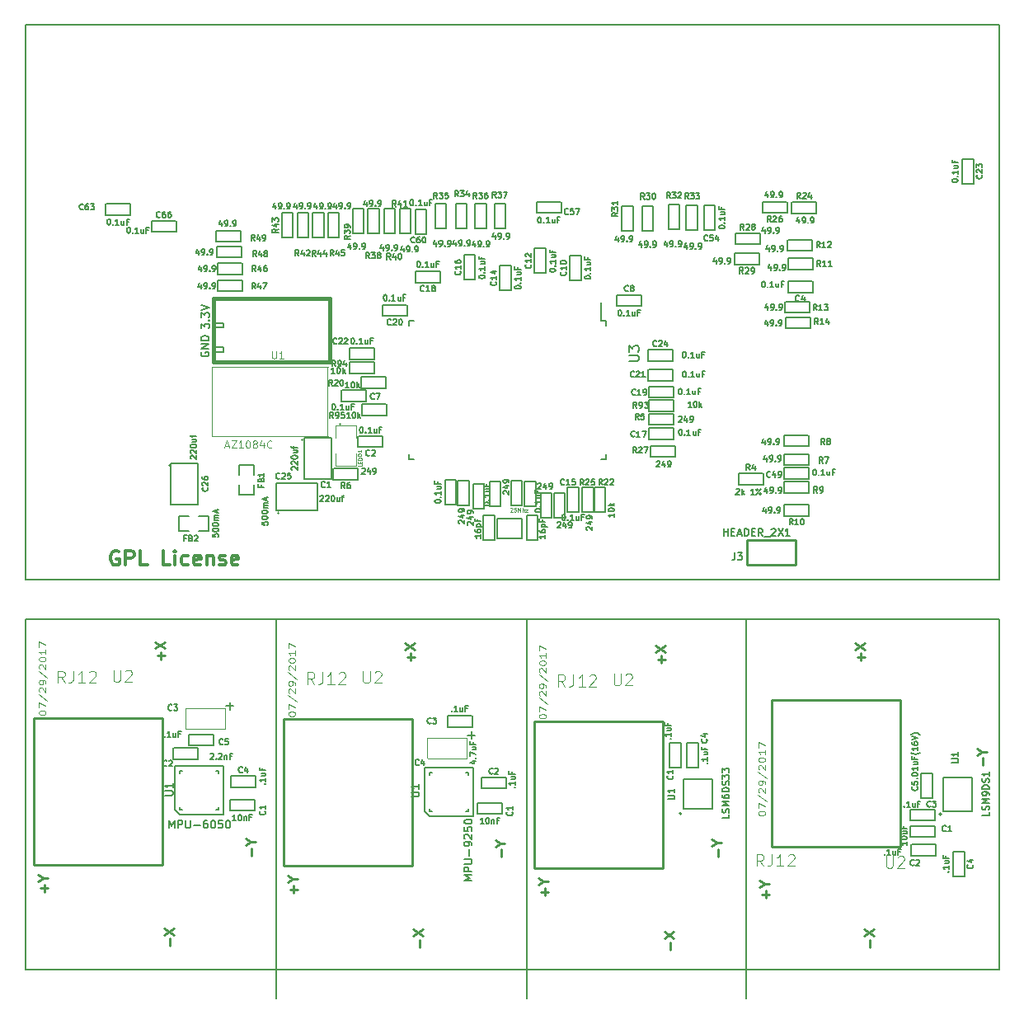
<source format=gto>
G04 #@! TF.FileFunction,Legend,Top*
%FSLAX46Y46*%
G04 Gerber Fmt 4.6, Leading zero omitted, Abs format (unit mm)*
G04 Created by KiCad (PCBNEW 4.0.6-e0-6349~53~ubuntu16.04.1) date Wed Aug 23 22:00:31 2017*
%MOMM*%
%LPD*%
G01*
G04 APERTURE LIST*
%ADD10C,0.150000*%
%ADD11C,0.200000*%
%ADD12C,0.300000*%
%ADD13C,0.125000*%
%ADD14C,0.250000*%
%ADD15C,0.127000*%
%ADD16C,0.100000*%
%ADD17C,0.099060*%
%ADD18C,0.381000*%
%ADD19C,0.254000*%
%ADD20C,0.149860*%
%ADD21C,0.200660*%
%ADD22C,0.093980*%
%ADD23C,0.190500*%
%ADD24C,0.175000*%
%ADD25C,0.170000*%
G04 APERTURE END LIST*
D10*
D11*
X160000000Y-116000000D02*
X160000000Y-155000000D01*
X137500000Y-116000000D02*
X137500000Y-155000000D01*
X111750000Y-116000000D02*
X111750000Y-155000000D01*
X86000000Y-152000000D02*
X86000000Y-116000000D01*
X186000000Y-152000000D02*
X86000000Y-152000000D01*
X186000000Y-116000000D02*
X186000000Y-152000000D01*
X86000000Y-116000000D02*
X186000000Y-116000000D01*
D12*
X95585714Y-109050000D02*
X95442857Y-108978571D01*
X95228571Y-108978571D01*
X95014286Y-109050000D01*
X94871428Y-109192857D01*
X94800000Y-109335714D01*
X94728571Y-109621429D01*
X94728571Y-109835714D01*
X94800000Y-110121429D01*
X94871428Y-110264286D01*
X95014286Y-110407143D01*
X95228571Y-110478571D01*
X95371428Y-110478571D01*
X95585714Y-110407143D01*
X95657143Y-110335714D01*
X95657143Y-109835714D01*
X95371428Y-109835714D01*
X96300000Y-110478571D02*
X96300000Y-108978571D01*
X96871428Y-108978571D01*
X97014286Y-109050000D01*
X97085714Y-109121429D01*
X97157143Y-109264286D01*
X97157143Y-109478571D01*
X97085714Y-109621429D01*
X97014286Y-109692857D01*
X96871428Y-109764286D01*
X96300000Y-109764286D01*
X98514286Y-110478571D02*
X97800000Y-110478571D01*
X97800000Y-108978571D01*
X100871429Y-110478571D02*
X100157143Y-110478571D01*
X100157143Y-108978571D01*
X101371429Y-110478571D02*
X101371429Y-109478571D01*
X101371429Y-108978571D02*
X101300000Y-109050000D01*
X101371429Y-109121429D01*
X101442857Y-109050000D01*
X101371429Y-108978571D01*
X101371429Y-109121429D01*
X102728572Y-110407143D02*
X102585715Y-110478571D01*
X102300001Y-110478571D01*
X102157143Y-110407143D01*
X102085715Y-110335714D01*
X102014286Y-110192857D01*
X102014286Y-109764286D01*
X102085715Y-109621429D01*
X102157143Y-109550000D01*
X102300001Y-109478571D01*
X102585715Y-109478571D01*
X102728572Y-109550000D01*
X103942857Y-110407143D02*
X103800000Y-110478571D01*
X103514286Y-110478571D01*
X103371429Y-110407143D01*
X103300000Y-110264286D01*
X103300000Y-109692857D01*
X103371429Y-109550000D01*
X103514286Y-109478571D01*
X103800000Y-109478571D01*
X103942857Y-109550000D01*
X104014286Y-109692857D01*
X104014286Y-109835714D01*
X103300000Y-109978571D01*
X104657143Y-109478571D02*
X104657143Y-110478571D01*
X104657143Y-109621429D02*
X104728571Y-109550000D01*
X104871429Y-109478571D01*
X105085714Y-109478571D01*
X105228571Y-109550000D01*
X105300000Y-109692857D01*
X105300000Y-110478571D01*
X105942857Y-110407143D02*
X106085714Y-110478571D01*
X106371429Y-110478571D01*
X106514286Y-110407143D01*
X106585714Y-110264286D01*
X106585714Y-110192857D01*
X106514286Y-110050000D01*
X106371429Y-109978571D01*
X106157143Y-109978571D01*
X106014286Y-109907143D01*
X105942857Y-109764286D01*
X105942857Y-109692857D01*
X106014286Y-109550000D01*
X106157143Y-109478571D01*
X106371429Y-109478571D01*
X106514286Y-109550000D01*
X107800000Y-110407143D02*
X107657143Y-110478571D01*
X107371429Y-110478571D01*
X107228572Y-110407143D01*
X107157143Y-110264286D01*
X107157143Y-109692857D01*
X107228572Y-109550000D01*
X107371429Y-109478571D01*
X107657143Y-109478571D01*
X107800000Y-109550000D01*
X107871429Y-109692857D01*
X107871429Y-109835714D01*
X107157143Y-109978571D01*
D11*
X104050000Y-88609523D02*
X104011905Y-88685714D01*
X104011905Y-88799999D01*
X104050000Y-88914285D01*
X104126190Y-88990476D01*
X104202381Y-89028571D01*
X104354762Y-89066666D01*
X104469048Y-89066666D01*
X104621429Y-89028571D01*
X104697619Y-88990476D01*
X104773810Y-88914285D01*
X104811905Y-88799999D01*
X104811905Y-88723809D01*
X104773810Y-88609523D01*
X104735714Y-88571428D01*
X104469048Y-88571428D01*
X104469048Y-88723809D01*
X104811905Y-88228571D02*
X104011905Y-88228571D01*
X104811905Y-87771428D01*
X104011905Y-87771428D01*
X104811905Y-87390476D02*
X104011905Y-87390476D01*
X104011905Y-87200000D01*
X104050000Y-87085714D01*
X104126190Y-87009523D01*
X104202381Y-86971428D01*
X104354762Y-86933333D01*
X104469048Y-86933333D01*
X104621429Y-86971428D01*
X104697619Y-87009523D01*
X104773810Y-87085714D01*
X104811905Y-87200000D01*
X104811905Y-87390476D01*
X186000000Y-55000000D02*
X86000000Y-55000000D01*
X186000000Y-112000000D02*
X186000000Y-55000000D01*
X86000000Y-112000000D02*
X186000000Y-112000000D01*
X86000000Y-55000000D02*
X86000000Y-112000000D01*
X104061905Y-86180952D02*
X104061905Y-85685714D01*
X104366667Y-85952381D01*
X104366667Y-85838095D01*
X104404762Y-85761905D01*
X104442857Y-85723809D01*
X104519048Y-85685714D01*
X104709524Y-85685714D01*
X104785714Y-85723809D01*
X104823810Y-85761905D01*
X104861905Y-85838095D01*
X104861905Y-86066667D01*
X104823810Y-86142857D01*
X104785714Y-86180952D01*
X104785714Y-85342857D02*
X104823810Y-85304762D01*
X104861905Y-85342857D01*
X104823810Y-85380952D01*
X104785714Y-85342857D01*
X104861905Y-85342857D01*
X104061905Y-85038095D02*
X104061905Y-84542857D01*
X104366667Y-84809524D01*
X104366667Y-84695238D01*
X104404762Y-84619048D01*
X104442857Y-84580952D01*
X104519048Y-84542857D01*
X104709524Y-84542857D01*
X104785714Y-84580952D01*
X104823810Y-84619048D01*
X104861905Y-84695238D01*
X104861905Y-84923810D01*
X104823810Y-85000000D01*
X104785714Y-85038095D01*
X104061905Y-84314286D02*
X104861905Y-84047619D01*
X104061905Y-83780952D01*
D13*
X87391667Y-125667858D02*
X87391667Y-125591667D01*
X87425000Y-125515477D01*
X87458333Y-125477382D01*
X87525000Y-125439286D01*
X87658333Y-125401191D01*
X87825000Y-125401191D01*
X87958333Y-125439286D01*
X88025000Y-125477382D01*
X88058333Y-125515477D01*
X88091667Y-125591667D01*
X88091667Y-125667858D01*
X88058333Y-125744048D01*
X88025000Y-125782144D01*
X87958333Y-125820239D01*
X87825000Y-125858334D01*
X87658333Y-125858334D01*
X87525000Y-125820239D01*
X87458333Y-125782144D01*
X87425000Y-125744048D01*
X87391667Y-125667858D01*
X87391667Y-125134524D02*
X87391667Y-124601191D01*
X88091667Y-124944048D01*
X87358333Y-123725000D02*
X88258333Y-124410715D01*
X87458333Y-123496429D02*
X87425000Y-123458334D01*
X87391667Y-123382143D01*
X87391667Y-123191667D01*
X87425000Y-123115477D01*
X87458333Y-123077381D01*
X87525000Y-123039286D01*
X87591667Y-123039286D01*
X87691667Y-123077381D01*
X88091667Y-123534524D01*
X88091667Y-123039286D01*
X88091667Y-122658334D02*
X88091667Y-122505953D01*
X88058333Y-122429762D01*
X88025000Y-122391667D01*
X87925000Y-122315476D01*
X87791667Y-122277381D01*
X87525000Y-122277381D01*
X87458333Y-122315476D01*
X87425000Y-122353572D01*
X87391667Y-122429762D01*
X87391667Y-122582143D01*
X87425000Y-122658334D01*
X87458333Y-122696429D01*
X87525000Y-122734524D01*
X87691667Y-122734524D01*
X87758333Y-122696429D01*
X87791667Y-122658334D01*
X87825000Y-122582143D01*
X87825000Y-122429762D01*
X87791667Y-122353572D01*
X87758333Y-122315476D01*
X87691667Y-122277381D01*
X87358333Y-121363095D02*
X88258333Y-122048810D01*
X87458333Y-121134524D02*
X87425000Y-121096429D01*
X87391667Y-121020238D01*
X87391667Y-120829762D01*
X87425000Y-120753572D01*
X87458333Y-120715476D01*
X87525000Y-120677381D01*
X87591667Y-120677381D01*
X87691667Y-120715476D01*
X88091667Y-121172619D01*
X88091667Y-120677381D01*
X87391667Y-120182143D02*
X87391667Y-120105952D01*
X87425000Y-120029762D01*
X87458333Y-119991667D01*
X87525000Y-119953571D01*
X87658333Y-119915476D01*
X87825000Y-119915476D01*
X87958333Y-119953571D01*
X88025000Y-119991667D01*
X88058333Y-120029762D01*
X88091667Y-120105952D01*
X88091667Y-120182143D01*
X88058333Y-120258333D01*
X88025000Y-120296429D01*
X87958333Y-120334524D01*
X87825000Y-120372619D01*
X87658333Y-120372619D01*
X87525000Y-120334524D01*
X87458333Y-120296429D01*
X87425000Y-120258333D01*
X87391667Y-120182143D01*
X88091667Y-119153571D02*
X88091667Y-119610714D01*
X88091667Y-119382143D02*
X87391667Y-119382143D01*
X87491667Y-119458333D01*
X87558333Y-119534524D01*
X87591667Y-119610714D01*
X87391667Y-118886904D02*
X87391667Y-118353571D01*
X88091667Y-118696428D01*
D14*
X100846429Y-149582143D02*
X100846429Y-148820238D01*
X100227381Y-148439286D02*
X101227381Y-147772619D01*
X100227381Y-147772619D02*
X101227381Y-148439286D01*
X109246429Y-140334524D02*
X109246429Y-139572619D01*
X109151190Y-138905953D02*
X109627381Y-138905953D01*
X108627381Y-139239286D02*
X109151190Y-138905953D01*
X108627381Y-138572619D01*
X99946429Y-120182143D02*
X99946429Y-119420238D01*
X100327381Y-119801190D02*
X99565476Y-119801190D01*
X99327381Y-119039286D02*
X100327381Y-118372619D01*
X99327381Y-118372619D02*
X100327381Y-119039286D01*
X87946429Y-144034524D02*
X87946429Y-143272619D01*
X88327381Y-143653571D02*
X87565476Y-143653571D01*
X87851190Y-142605953D02*
X88327381Y-142605953D01*
X87327381Y-142939286D02*
X87851190Y-142605953D01*
X87327381Y-142272619D01*
D13*
X113016667Y-125792858D02*
X113016667Y-125716667D01*
X113050000Y-125640477D01*
X113083333Y-125602382D01*
X113150000Y-125564286D01*
X113283333Y-125526191D01*
X113450000Y-125526191D01*
X113583333Y-125564286D01*
X113650000Y-125602382D01*
X113683333Y-125640477D01*
X113716667Y-125716667D01*
X113716667Y-125792858D01*
X113683333Y-125869048D01*
X113650000Y-125907144D01*
X113583333Y-125945239D01*
X113450000Y-125983334D01*
X113283333Y-125983334D01*
X113150000Y-125945239D01*
X113083333Y-125907144D01*
X113050000Y-125869048D01*
X113016667Y-125792858D01*
X113016667Y-125259524D02*
X113016667Y-124726191D01*
X113716667Y-125069048D01*
X112983333Y-123850000D02*
X113883333Y-124535715D01*
X113083333Y-123621429D02*
X113050000Y-123583334D01*
X113016667Y-123507143D01*
X113016667Y-123316667D01*
X113050000Y-123240477D01*
X113083333Y-123202381D01*
X113150000Y-123164286D01*
X113216667Y-123164286D01*
X113316667Y-123202381D01*
X113716667Y-123659524D01*
X113716667Y-123164286D01*
X113716667Y-122783334D02*
X113716667Y-122630953D01*
X113683333Y-122554762D01*
X113650000Y-122516667D01*
X113550000Y-122440476D01*
X113416667Y-122402381D01*
X113150000Y-122402381D01*
X113083333Y-122440476D01*
X113050000Y-122478572D01*
X113016667Y-122554762D01*
X113016667Y-122707143D01*
X113050000Y-122783334D01*
X113083333Y-122821429D01*
X113150000Y-122859524D01*
X113316667Y-122859524D01*
X113383333Y-122821429D01*
X113416667Y-122783334D01*
X113450000Y-122707143D01*
X113450000Y-122554762D01*
X113416667Y-122478572D01*
X113383333Y-122440476D01*
X113316667Y-122402381D01*
X112983333Y-121488095D02*
X113883333Y-122173810D01*
X113083333Y-121259524D02*
X113050000Y-121221429D01*
X113016667Y-121145238D01*
X113016667Y-120954762D01*
X113050000Y-120878572D01*
X113083333Y-120840476D01*
X113150000Y-120802381D01*
X113216667Y-120802381D01*
X113316667Y-120840476D01*
X113716667Y-121297619D01*
X113716667Y-120802381D01*
X113016667Y-120307143D02*
X113016667Y-120230952D01*
X113050000Y-120154762D01*
X113083333Y-120116667D01*
X113150000Y-120078571D01*
X113283333Y-120040476D01*
X113450000Y-120040476D01*
X113583333Y-120078571D01*
X113650000Y-120116667D01*
X113683333Y-120154762D01*
X113716667Y-120230952D01*
X113716667Y-120307143D01*
X113683333Y-120383333D01*
X113650000Y-120421429D01*
X113583333Y-120459524D01*
X113450000Y-120497619D01*
X113283333Y-120497619D01*
X113150000Y-120459524D01*
X113083333Y-120421429D01*
X113050000Y-120383333D01*
X113016667Y-120307143D01*
X113716667Y-119278571D02*
X113716667Y-119735714D01*
X113716667Y-119507143D02*
X113016667Y-119507143D01*
X113116667Y-119583333D01*
X113183333Y-119659524D01*
X113216667Y-119735714D01*
X113016667Y-119011904D02*
X113016667Y-118478571D01*
X113716667Y-118821428D01*
D14*
X126471429Y-149707143D02*
X126471429Y-148945238D01*
X125852381Y-148564286D02*
X126852381Y-147897619D01*
X125852381Y-147897619D02*
X126852381Y-148564286D01*
X134871429Y-140459524D02*
X134871429Y-139697619D01*
X134776190Y-139030953D02*
X135252381Y-139030953D01*
X134252381Y-139364286D02*
X134776190Y-139030953D01*
X134252381Y-138697619D01*
X125571429Y-120307143D02*
X125571429Y-119545238D01*
X125952381Y-119926190D02*
X125190476Y-119926190D01*
X124952381Y-119164286D02*
X125952381Y-118497619D01*
X124952381Y-118497619D02*
X125952381Y-119164286D01*
X113571429Y-144159524D02*
X113571429Y-143397619D01*
X113952381Y-143778571D02*
X113190476Y-143778571D01*
X113476190Y-142730953D02*
X113952381Y-142730953D01*
X112952381Y-143064286D02*
X113476190Y-142730953D01*
X112952381Y-142397619D01*
D13*
X138766667Y-126042858D02*
X138766667Y-125966667D01*
X138800000Y-125890477D01*
X138833333Y-125852382D01*
X138900000Y-125814286D01*
X139033333Y-125776191D01*
X139200000Y-125776191D01*
X139333333Y-125814286D01*
X139400000Y-125852382D01*
X139433333Y-125890477D01*
X139466667Y-125966667D01*
X139466667Y-126042858D01*
X139433333Y-126119048D01*
X139400000Y-126157144D01*
X139333333Y-126195239D01*
X139200000Y-126233334D01*
X139033333Y-126233334D01*
X138900000Y-126195239D01*
X138833333Y-126157144D01*
X138800000Y-126119048D01*
X138766667Y-126042858D01*
X138766667Y-125509524D02*
X138766667Y-124976191D01*
X139466667Y-125319048D01*
X138733333Y-124100000D02*
X139633333Y-124785715D01*
X138833333Y-123871429D02*
X138800000Y-123833334D01*
X138766667Y-123757143D01*
X138766667Y-123566667D01*
X138800000Y-123490477D01*
X138833333Y-123452381D01*
X138900000Y-123414286D01*
X138966667Y-123414286D01*
X139066667Y-123452381D01*
X139466667Y-123909524D01*
X139466667Y-123414286D01*
X139466667Y-123033334D02*
X139466667Y-122880953D01*
X139433333Y-122804762D01*
X139400000Y-122766667D01*
X139300000Y-122690476D01*
X139166667Y-122652381D01*
X138900000Y-122652381D01*
X138833333Y-122690476D01*
X138800000Y-122728572D01*
X138766667Y-122804762D01*
X138766667Y-122957143D01*
X138800000Y-123033334D01*
X138833333Y-123071429D01*
X138900000Y-123109524D01*
X139066667Y-123109524D01*
X139133333Y-123071429D01*
X139166667Y-123033334D01*
X139200000Y-122957143D01*
X139200000Y-122804762D01*
X139166667Y-122728572D01*
X139133333Y-122690476D01*
X139066667Y-122652381D01*
X138733333Y-121738095D02*
X139633333Y-122423810D01*
X138833333Y-121509524D02*
X138800000Y-121471429D01*
X138766667Y-121395238D01*
X138766667Y-121204762D01*
X138800000Y-121128572D01*
X138833333Y-121090476D01*
X138900000Y-121052381D01*
X138966667Y-121052381D01*
X139066667Y-121090476D01*
X139466667Y-121547619D01*
X139466667Y-121052381D01*
X138766667Y-120557143D02*
X138766667Y-120480952D01*
X138800000Y-120404762D01*
X138833333Y-120366667D01*
X138900000Y-120328571D01*
X139033333Y-120290476D01*
X139200000Y-120290476D01*
X139333333Y-120328571D01*
X139400000Y-120366667D01*
X139433333Y-120404762D01*
X139466667Y-120480952D01*
X139466667Y-120557143D01*
X139433333Y-120633333D01*
X139400000Y-120671429D01*
X139333333Y-120709524D01*
X139200000Y-120747619D01*
X139033333Y-120747619D01*
X138900000Y-120709524D01*
X138833333Y-120671429D01*
X138800000Y-120633333D01*
X138766667Y-120557143D01*
X139466667Y-119528571D02*
X139466667Y-119985714D01*
X139466667Y-119757143D02*
X138766667Y-119757143D01*
X138866667Y-119833333D01*
X138933333Y-119909524D01*
X138966667Y-119985714D01*
X138766667Y-119261904D02*
X138766667Y-118728571D01*
X139466667Y-119071428D01*
D14*
X152221429Y-149957143D02*
X152221429Y-149195238D01*
X151602381Y-148814286D02*
X152602381Y-148147619D01*
X151602381Y-148147619D02*
X152602381Y-148814286D01*
X157121429Y-140409524D02*
X157121429Y-139647619D01*
X157026190Y-138980953D02*
X157502381Y-138980953D01*
X156502381Y-139314286D02*
X157026190Y-138980953D01*
X156502381Y-138647619D01*
X151321429Y-120557143D02*
X151321429Y-119795238D01*
X151702381Y-120176190D02*
X150940476Y-120176190D01*
X150702381Y-119414286D02*
X151702381Y-118747619D01*
X150702381Y-118747619D02*
X151702381Y-119414286D01*
X139321429Y-144409524D02*
X139321429Y-143647619D01*
X139702381Y-144028571D02*
X138940476Y-144028571D01*
X139226190Y-142980953D02*
X139702381Y-142980953D01*
X138702381Y-143314286D02*
X139226190Y-142980953D01*
X138702381Y-142647619D01*
D13*
X161266667Y-135992858D02*
X161266667Y-135916667D01*
X161300000Y-135840477D01*
X161333333Y-135802382D01*
X161400000Y-135764286D01*
X161533333Y-135726191D01*
X161700000Y-135726191D01*
X161833333Y-135764286D01*
X161900000Y-135802382D01*
X161933333Y-135840477D01*
X161966667Y-135916667D01*
X161966667Y-135992858D01*
X161933333Y-136069048D01*
X161900000Y-136107144D01*
X161833333Y-136145239D01*
X161700000Y-136183334D01*
X161533333Y-136183334D01*
X161400000Y-136145239D01*
X161333333Y-136107144D01*
X161300000Y-136069048D01*
X161266667Y-135992858D01*
X161266667Y-135459524D02*
X161266667Y-134926191D01*
X161966667Y-135269048D01*
X161233333Y-134050000D02*
X162133333Y-134735715D01*
X161333333Y-133821429D02*
X161300000Y-133783334D01*
X161266667Y-133707143D01*
X161266667Y-133516667D01*
X161300000Y-133440477D01*
X161333333Y-133402381D01*
X161400000Y-133364286D01*
X161466667Y-133364286D01*
X161566667Y-133402381D01*
X161966667Y-133859524D01*
X161966667Y-133364286D01*
X161966667Y-132983334D02*
X161966667Y-132830953D01*
X161933333Y-132754762D01*
X161900000Y-132716667D01*
X161800000Y-132640476D01*
X161666667Y-132602381D01*
X161400000Y-132602381D01*
X161333333Y-132640476D01*
X161300000Y-132678572D01*
X161266667Y-132754762D01*
X161266667Y-132907143D01*
X161300000Y-132983334D01*
X161333333Y-133021429D01*
X161400000Y-133059524D01*
X161566667Y-133059524D01*
X161633333Y-133021429D01*
X161666667Y-132983334D01*
X161700000Y-132907143D01*
X161700000Y-132754762D01*
X161666667Y-132678572D01*
X161633333Y-132640476D01*
X161566667Y-132602381D01*
X161233333Y-131688095D02*
X162133333Y-132373810D01*
X161333333Y-131459524D02*
X161300000Y-131421429D01*
X161266667Y-131345238D01*
X161266667Y-131154762D01*
X161300000Y-131078572D01*
X161333333Y-131040476D01*
X161400000Y-131002381D01*
X161466667Y-131002381D01*
X161566667Y-131040476D01*
X161966667Y-131497619D01*
X161966667Y-131002381D01*
X161266667Y-130507143D02*
X161266667Y-130430952D01*
X161300000Y-130354762D01*
X161333333Y-130316667D01*
X161400000Y-130278571D01*
X161533333Y-130240476D01*
X161700000Y-130240476D01*
X161833333Y-130278571D01*
X161900000Y-130316667D01*
X161933333Y-130354762D01*
X161966667Y-130430952D01*
X161966667Y-130507143D01*
X161933333Y-130583333D01*
X161900000Y-130621429D01*
X161833333Y-130659524D01*
X161700000Y-130697619D01*
X161533333Y-130697619D01*
X161400000Y-130659524D01*
X161333333Y-130621429D01*
X161300000Y-130583333D01*
X161266667Y-130507143D01*
X161966667Y-129478571D02*
X161966667Y-129935714D01*
X161966667Y-129707143D02*
X161266667Y-129707143D01*
X161366667Y-129783333D01*
X161433333Y-129859524D01*
X161466667Y-129935714D01*
X161266667Y-129211904D02*
X161266667Y-128678571D01*
X161966667Y-129021428D01*
D14*
X172721429Y-149707143D02*
X172721429Y-148945238D01*
X172102381Y-148564286D02*
X173102381Y-147897619D01*
X172102381Y-147897619D02*
X173102381Y-148564286D01*
X184321429Y-131059524D02*
X184321429Y-130297619D01*
X184226190Y-129630953D02*
X184702381Y-129630953D01*
X183702381Y-129964286D02*
X184226190Y-129630953D01*
X183702381Y-129297619D01*
X171821429Y-120307143D02*
X171821429Y-119545238D01*
X172202381Y-119926190D02*
X171440476Y-119926190D01*
X171202381Y-119164286D02*
X172202381Y-118497619D01*
X171202381Y-118497619D02*
X172202381Y-119164286D01*
X162021429Y-144659524D02*
X162021429Y-143897619D01*
X162402381Y-144278571D02*
X161640476Y-144278571D01*
X161926190Y-143230953D02*
X162402381Y-143230953D01*
X161402381Y-143564286D02*
X161926190Y-143230953D01*
X161402381Y-142897619D01*
D15*
X107988000Y-101242000D02*
X107988000Y-100226000D01*
X107988000Y-100226000D02*
X109512000Y-100226000D01*
X109512000Y-100226000D02*
X109512000Y-101242000D01*
X109512000Y-102258000D02*
X109512000Y-103274000D01*
X109512000Y-103274000D02*
X107988000Y-103274000D01*
X107988000Y-103274000D02*
X107988000Y-102258000D01*
D10*
X134490000Y-105730000D02*
X136990000Y-105730000D01*
X136990000Y-105730000D02*
X136990000Y-107730000D01*
X136990000Y-107730000D02*
X134490000Y-107730000D01*
X134490000Y-107730000D02*
X134490000Y-105730000D01*
D15*
X103808000Y-105488000D02*
X104824000Y-105488000D01*
X104824000Y-105488000D02*
X104824000Y-107012000D01*
X104824000Y-107012000D02*
X103808000Y-107012000D01*
X102792000Y-107012000D02*
X101776000Y-107012000D01*
X101776000Y-107012000D02*
X101776000Y-105488000D01*
X101776000Y-105488000D02*
X102792000Y-105488000D01*
D10*
X145625000Y-85375000D02*
X145115000Y-85375000D01*
X145625000Y-99625000D02*
X145115000Y-99625000D01*
X125375000Y-99625000D02*
X125885000Y-99625000D01*
X125375000Y-85375000D02*
X125885000Y-85375000D01*
X145625000Y-85375000D02*
X145625000Y-85885000D01*
X125375000Y-85375000D02*
X125375000Y-85885000D01*
X125375000Y-99625000D02*
X125375000Y-99115000D01*
X145625000Y-99625000D02*
X145625000Y-99115000D01*
X145115000Y-85375000D02*
X145115000Y-83550000D01*
D16*
X118250000Y-95860000D02*
X118250000Y-96060000D01*
X118360000Y-95960000D02*
X118160000Y-95960000D01*
D17*
X117842440Y-97400000D02*
X117842440Y-96200000D01*
X117850000Y-96148160D02*
X119950000Y-96148160D01*
X119952960Y-96200000D02*
X119952960Y-97400000D01*
X119958040Y-99000000D02*
X119958040Y-100200000D01*
X119950000Y-100246760D02*
X117850000Y-100246760D01*
X117842120Y-100200000D02*
X117842120Y-99000000D01*
D10*
X105300000Y-88100000D02*
X106300000Y-88100000D01*
X106300000Y-88600000D02*
X105300000Y-88600000D01*
X106300000Y-88100000D02*
X106300000Y-88600000D01*
X106300000Y-85600000D02*
X106300000Y-86100000D01*
X106300000Y-86100000D02*
X105300000Y-86100000D01*
X105300000Y-85600000D02*
X106300000Y-85600000D01*
D18*
X117300000Y-83100000D02*
X105300000Y-83100000D01*
X105300000Y-83100000D02*
X105300000Y-89600000D01*
X105300000Y-89600000D02*
X117300000Y-89600000D01*
X117300000Y-89600000D02*
X117300000Y-83100000D01*
D17*
X105150000Y-90152000D02*
X117050000Y-90152000D01*
X117042000Y-90200000D02*
X117042000Y-97200000D01*
X117050000Y-97248000D02*
X105150000Y-97248000D01*
X105158000Y-97200000D02*
X105158000Y-90200000D01*
D19*
X160100000Y-110470000D02*
X165100000Y-110470000D01*
X160080000Y-110470000D02*
X160080000Y-107930000D01*
X160100000Y-107914760D02*
X165100000Y-107914760D01*
X165135240Y-107914760D02*
X165135240Y-110475080D01*
D15*
X98970000Y-75140000D02*
X101470000Y-75140000D01*
X101490000Y-75140000D02*
X101490000Y-76280000D01*
X101470000Y-76280000D02*
X98970000Y-76280000D01*
X98950000Y-76280000D02*
X98950000Y-75140000D01*
X94280000Y-73400000D02*
X96780000Y-73400000D01*
X96800000Y-73400000D02*
X96800000Y-74540000D01*
X96780000Y-74540000D02*
X94280000Y-74540000D01*
X94260000Y-74540000D02*
X94260000Y-73400000D01*
X127180000Y-73960000D02*
X127180000Y-76460000D01*
X127180000Y-76480000D02*
X126040000Y-76480000D01*
X126040000Y-76460000D02*
X126040000Y-73960000D01*
X126040000Y-73940000D02*
X127180000Y-73940000D01*
X138510000Y-73190000D02*
X141010000Y-73190000D01*
X141030000Y-73190000D02*
X141030000Y-74330000D01*
X141010000Y-74330000D02*
X138510000Y-74330000D01*
X138490000Y-74330000D02*
X138490000Y-73190000D01*
X155670000Y-76050000D02*
X155670000Y-73550000D01*
X155670000Y-73530000D02*
X156810000Y-73530000D01*
X156810000Y-73550000D02*
X156810000Y-76050000D01*
X156810000Y-76070000D02*
X155670000Y-76070000D01*
X166450000Y-101620000D02*
X163950000Y-101620000D01*
X163930000Y-101620000D02*
X163930000Y-100480000D01*
X163950000Y-100480000D02*
X166450000Y-100480000D01*
X166470000Y-100480000D02*
X166470000Y-101620000D01*
X133020000Y-107900000D02*
X133020000Y-105400000D01*
X133020000Y-105380000D02*
X134160000Y-105380000D01*
X134160000Y-105400000D02*
X134160000Y-107900000D01*
X134160000Y-107920000D02*
X133020000Y-107920000D01*
X137490000Y-107900000D02*
X137490000Y-105400000D01*
X137490000Y-105380000D02*
X138630000Y-105380000D01*
X138630000Y-105400000D02*
X138630000Y-107900000D01*
X138630000Y-107920000D02*
X137490000Y-107920000D01*
X149950000Y-88380000D02*
X152450000Y-88380000D01*
X152470000Y-88380000D02*
X152470000Y-89520000D01*
X152450000Y-89520000D02*
X149950000Y-89520000D01*
X149930000Y-89520000D02*
X149930000Y-88380000D01*
X183360000Y-68780000D02*
X183360000Y-71280000D01*
X183360000Y-71300000D02*
X182220000Y-71300000D01*
X182220000Y-71280000D02*
X182220000Y-68780000D01*
X182220000Y-68760000D02*
X183360000Y-68760000D01*
X121810000Y-89350000D02*
X119310000Y-89350000D01*
X119290000Y-89350000D02*
X119290000Y-88210000D01*
X119310000Y-88210000D02*
X121810000Y-88210000D01*
X121830000Y-88210000D02*
X121830000Y-89350000D01*
X150000000Y-90405000D02*
X152500000Y-90405000D01*
X152520000Y-90405000D02*
X152520000Y-91545000D01*
X152500000Y-91545000D02*
X150000000Y-91545000D01*
X149980000Y-91545000D02*
X149980000Y-90405000D01*
X125170000Y-84910000D02*
X122670000Y-84910000D01*
X122650000Y-84910000D02*
X122650000Y-83770000D01*
X122670000Y-83770000D02*
X125170000Y-83770000D01*
X125190000Y-83770000D02*
X125190000Y-84910000D01*
X150050000Y-92130000D02*
X152550000Y-92130000D01*
X152570000Y-92130000D02*
X152570000Y-93270000D01*
X152550000Y-93270000D02*
X150050000Y-93270000D01*
X150030000Y-93270000D02*
X150030000Y-92130000D01*
X150050000Y-96430000D02*
X152550000Y-96430000D01*
X152570000Y-96430000D02*
X152570000Y-97570000D01*
X152550000Y-97570000D02*
X150050000Y-97570000D01*
X150030000Y-97570000D02*
X150030000Y-96430000D01*
X131050000Y-81160000D02*
X131050000Y-78660000D01*
X131050000Y-78640000D02*
X132190000Y-78640000D01*
X132190000Y-78660000D02*
X132190000Y-81160000D01*
X132190000Y-81180000D02*
X131050000Y-81180000D01*
X142820000Y-102520000D02*
X142820000Y-105020000D01*
X142820000Y-105040000D02*
X141680000Y-105040000D01*
X141680000Y-105020000D02*
X141680000Y-102520000D01*
X141680000Y-102500000D02*
X142820000Y-102500000D01*
X134720000Y-82230000D02*
X134720000Y-79730000D01*
X134720000Y-79710000D02*
X135860000Y-79710000D01*
X135860000Y-79730000D02*
X135860000Y-82230000D01*
X135860000Y-82250000D02*
X134720000Y-82250000D01*
X138390000Y-101880000D02*
X138390000Y-104380000D01*
X138390000Y-104400000D02*
X137250000Y-104400000D01*
X137250000Y-104380000D02*
X137250000Y-101880000D01*
X137250000Y-101860000D02*
X138390000Y-101860000D01*
X138300000Y-80480000D02*
X138300000Y-77980000D01*
X138300000Y-77960000D02*
X139440000Y-77960000D01*
X139440000Y-77980000D02*
X139440000Y-80480000D01*
X139440000Y-80500000D02*
X138300000Y-80500000D01*
X134800000Y-101890000D02*
X134800000Y-104390000D01*
X134800000Y-104410000D02*
X133660000Y-104410000D01*
X133660000Y-104390000D02*
X133660000Y-101890000D01*
X133660000Y-101870000D02*
X134800000Y-101870000D01*
X141905000Y-81225000D02*
X141905000Y-78725000D01*
X141905000Y-78705000D02*
X143045000Y-78705000D01*
X143045000Y-78725000D02*
X143045000Y-81225000D01*
X143045000Y-81245000D02*
X141905000Y-81245000D01*
X130250000Y-101730000D02*
X130250000Y-104230000D01*
X130250000Y-104250000D02*
X129110000Y-104250000D01*
X129110000Y-104230000D02*
X129110000Y-101730000D01*
X129110000Y-101710000D02*
X130250000Y-101710000D01*
X146750000Y-82730000D02*
X149250000Y-82730000D01*
X149270000Y-82730000D02*
X149270000Y-83870000D01*
X149250000Y-83870000D02*
X146750000Y-83870000D01*
X146730000Y-83870000D02*
X146730000Y-82730000D01*
X120990000Y-93640000D02*
X118490000Y-93640000D01*
X118470000Y-93640000D02*
X118470000Y-92500000D01*
X118490000Y-92500000D02*
X120990000Y-92500000D01*
X121010000Y-92500000D02*
X121010000Y-93640000D01*
X166825000Y-82470000D02*
X164325000Y-82470000D01*
X164305000Y-82470000D02*
X164305000Y-81330000D01*
X164325000Y-81330000D02*
X166825000Y-81330000D01*
X166845000Y-81330000D02*
X166845000Y-82470000D01*
X122690000Y-98350000D02*
X120190000Y-98350000D01*
X120170000Y-98350000D02*
X120170000Y-97210000D01*
X120190000Y-97210000D02*
X122690000Y-97210000D01*
X122710000Y-97210000D02*
X122710000Y-98350000D01*
X128580000Y-81470000D02*
X126080000Y-81470000D01*
X126060000Y-81470000D02*
X126060000Y-80330000D01*
X126080000Y-80330000D02*
X128580000Y-80330000D01*
X128600000Y-80330000D02*
X128600000Y-81470000D01*
X120540000Y-93940000D02*
X120540000Y-95080000D01*
X123080000Y-93940000D02*
X123080000Y-95080000D01*
X120560000Y-93940000D02*
X123060000Y-93940000D01*
X123060000Y-95080000D02*
X120560000Y-95080000D01*
X119290000Y-89640000D02*
X119290000Y-90780000D01*
X121830000Y-89640000D02*
X121830000Y-90780000D01*
X119310000Y-89640000D02*
X121810000Y-89640000D01*
X121810000Y-90780000D02*
X119310000Y-90780000D01*
X152570000Y-94670000D02*
X152570000Y-93530000D01*
X150030000Y-94670000D02*
X150030000Y-93530000D01*
X152550000Y-94670000D02*
X150050000Y-94670000D01*
X150050000Y-93530000D02*
X152550000Y-93530000D01*
X108130000Y-77280000D02*
X108130000Y-76140000D01*
X105590000Y-77280000D02*
X105590000Y-76140000D01*
X108110000Y-77280000D02*
X105610000Y-77280000D01*
X105610000Y-76140000D02*
X108110000Y-76140000D01*
X105650000Y-77740000D02*
X105650000Y-78880000D01*
X108190000Y-77740000D02*
X108190000Y-78880000D01*
X105670000Y-77740000D02*
X108170000Y-77740000D01*
X108170000Y-78880000D02*
X105670000Y-78880000D01*
X108300000Y-82360000D02*
X108300000Y-81220000D01*
X105760000Y-82360000D02*
X105760000Y-81220000D01*
X108280000Y-82360000D02*
X105780000Y-82360000D01*
X105780000Y-81220000D02*
X108280000Y-81220000D01*
X105710000Y-79490000D02*
X105710000Y-80630000D01*
X108250000Y-79490000D02*
X108250000Y-80630000D01*
X105730000Y-79490000D02*
X108230000Y-79490000D01*
X108230000Y-80630000D02*
X105730000Y-80630000D01*
X117060000Y-76870000D02*
X118200000Y-76870000D01*
X117060000Y-74330000D02*
X118200000Y-74330000D01*
X117060000Y-76850000D02*
X117060000Y-74350000D01*
X118200000Y-74350000D02*
X118200000Y-76850000D01*
X116640000Y-74310000D02*
X115500000Y-74310000D01*
X116640000Y-76850000D02*
X115500000Y-76850000D01*
X116640000Y-74330000D02*
X116640000Y-76830000D01*
X115500000Y-76830000D02*
X115500000Y-74330000D01*
X112330000Y-76850000D02*
X113470000Y-76850000D01*
X112330000Y-74310000D02*
X113470000Y-74310000D01*
X112330000Y-76830000D02*
X112330000Y-74330000D01*
X113470000Y-74330000D02*
X113470000Y-76830000D01*
X115080000Y-74320000D02*
X113940000Y-74320000D01*
X115080000Y-76860000D02*
X113940000Y-76860000D01*
X115080000Y-74340000D02*
X115080000Y-76840000D01*
X113940000Y-76840000D02*
X113940000Y-74340000D01*
X124440000Y-76420000D02*
X125580000Y-76420000D01*
X124440000Y-73880000D02*
X125580000Y-73880000D01*
X124440000Y-76400000D02*
X124440000Y-73900000D01*
X125580000Y-73900000D02*
X125580000Y-76400000D01*
X123980000Y-73880000D02*
X122840000Y-73880000D01*
X123980000Y-76420000D02*
X122840000Y-76420000D01*
X123980000Y-73900000D02*
X123980000Y-76400000D01*
X122840000Y-76400000D02*
X122840000Y-73900000D01*
X119610000Y-76370000D02*
X120750000Y-76370000D01*
X119610000Y-73830000D02*
X120750000Y-73830000D01*
X119610000Y-76350000D02*
X119610000Y-73850000D01*
X120750000Y-73850000D02*
X120750000Y-76350000D01*
X122320000Y-73850000D02*
X121180000Y-73850000D01*
X122320000Y-76390000D02*
X121180000Y-76390000D01*
X122320000Y-73870000D02*
X122320000Y-76370000D01*
X121180000Y-76370000D02*
X121180000Y-73870000D01*
X134190000Y-75910000D02*
X135330000Y-75910000D01*
X134190000Y-73370000D02*
X135330000Y-73370000D01*
X134190000Y-75890000D02*
X134190000Y-73390000D01*
X135330000Y-73390000D02*
X135330000Y-75890000D01*
X133330000Y-73350000D02*
X132190000Y-73350000D01*
X133330000Y-75890000D02*
X132190000Y-75890000D01*
X133330000Y-73370000D02*
X133330000Y-75870000D01*
X132190000Y-75870000D02*
X132190000Y-73370000D01*
X128100000Y-75870000D02*
X129240000Y-75870000D01*
X128100000Y-73330000D02*
X129240000Y-73330000D01*
X128100000Y-75850000D02*
X128100000Y-73350000D01*
X129240000Y-73350000D02*
X129240000Y-75850000D01*
X131340000Y-73350000D02*
X130200000Y-73350000D01*
X131340000Y-75890000D02*
X130200000Y-75890000D01*
X131340000Y-73370000D02*
X131340000Y-75870000D01*
X130200000Y-75870000D02*
X130200000Y-73370000D01*
X153870000Y-76040000D02*
X155010000Y-76040000D01*
X153870000Y-73500000D02*
X155010000Y-73500000D01*
X153870000Y-76020000D02*
X153870000Y-73520000D01*
X155010000Y-73520000D02*
X155010000Y-76020000D01*
X153180000Y-73450000D02*
X152040000Y-73450000D01*
X153180000Y-75990000D02*
X152040000Y-75990000D01*
X153180000Y-73470000D02*
X153180000Y-75970000D01*
X152040000Y-75970000D02*
X152040000Y-73470000D01*
X147260000Y-76150000D02*
X148400000Y-76150000D01*
X147260000Y-73610000D02*
X148400000Y-73610000D01*
X147260000Y-76130000D02*
X147260000Y-73630000D01*
X148400000Y-73630000D02*
X148400000Y-76130000D01*
X150470000Y-73590000D02*
X149330000Y-73590000D01*
X150470000Y-76130000D02*
X149330000Y-76130000D01*
X150470000Y-73610000D02*
X150470000Y-76110000D01*
X149330000Y-76110000D02*
X149330000Y-73610000D01*
X161370000Y-79620000D02*
X161370000Y-78480000D01*
X158830000Y-79620000D02*
X158830000Y-78480000D01*
X161350000Y-79620000D02*
X158850000Y-79620000D01*
X158850000Y-78480000D02*
X161350000Y-78480000D01*
X158905000Y-76405000D02*
X158905000Y-77545000D01*
X161445000Y-76405000D02*
X161445000Y-77545000D01*
X158925000Y-76405000D02*
X161425000Y-76405000D01*
X161425000Y-77545000D02*
X158925000Y-77545000D01*
X150180000Y-98255000D02*
X150180000Y-99395000D01*
X152720000Y-98255000D02*
X152720000Y-99395000D01*
X150200000Y-98255000D02*
X152700000Y-98255000D01*
X152700000Y-99395000D02*
X150200000Y-99395000D01*
X164220000Y-74320000D02*
X164220000Y-73180000D01*
X161680000Y-74320000D02*
X161680000Y-73180000D01*
X164200000Y-74320000D02*
X161700000Y-74320000D01*
X161700000Y-73180000D02*
X164200000Y-73180000D01*
X144320000Y-102480000D02*
X143180000Y-102480000D01*
X144320000Y-105020000D02*
X143180000Y-105020000D01*
X144320000Y-102500000D02*
X144320000Y-105000000D01*
X143180000Y-105000000D02*
X143180000Y-102500000D01*
X164705000Y-73205000D02*
X164705000Y-74345000D01*
X167245000Y-73205000D02*
X167245000Y-74345000D01*
X164725000Y-73205000D02*
X167225000Y-73205000D01*
X167225000Y-74345000D02*
X164725000Y-74345000D01*
X141400000Y-103050000D02*
X140260000Y-103050000D01*
X141400000Y-105590000D02*
X140260000Y-105590000D01*
X141400000Y-103070000D02*
X141400000Y-105570000D01*
X140260000Y-105570000D02*
X140260000Y-103070000D01*
X145570000Y-102480000D02*
X144430000Y-102480000D01*
X145570000Y-105020000D02*
X144430000Y-105020000D01*
X145570000Y-102500000D02*
X145570000Y-105000000D01*
X144430000Y-105000000D02*
X144430000Y-102500000D01*
X140060000Y-103050000D02*
X138920000Y-103050000D01*
X140060000Y-105590000D02*
X138920000Y-105590000D01*
X140060000Y-103070000D02*
X140060000Y-105570000D01*
X138920000Y-105570000D02*
X138920000Y-103070000D01*
X123020000Y-92320000D02*
X123020000Y-91180000D01*
X120480000Y-92320000D02*
X120480000Y-91180000D01*
X123000000Y-92320000D02*
X120500000Y-92320000D01*
X120500000Y-91180000D02*
X123000000Y-91180000D01*
X137020000Y-101800000D02*
X135880000Y-101800000D01*
X137020000Y-104340000D02*
X135880000Y-104340000D01*
X137020000Y-101820000D02*
X137020000Y-104320000D01*
X135880000Y-104320000D02*
X135880000Y-101820000D01*
X133110000Y-102160000D02*
X131970000Y-102160000D01*
X133110000Y-104700000D02*
X131970000Y-104700000D01*
X133110000Y-102180000D02*
X133110000Y-104680000D01*
X131970000Y-104680000D02*
X131970000Y-102180000D01*
X131550000Y-101850000D02*
X130410000Y-101850000D01*
X131550000Y-104390000D02*
X130410000Y-104390000D01*
X131550000Y-101870000D02*
X131550000Y-104370000D01*
X130410000Y-104370000D02*
X130410000Y-101870000D01*
X166620000Y-86170000D02*
X166620000Y-85030000D01*
X164080000Y-86170000D02*
X164080000Y-85030000D01*
X166600000Y-86170000D02*
X164100000Y-86170000D01*
X164100000Y-85030000D02*
X166600000Y-85030000D01*
X164030000Y-83430000D02*
X164030000Y-84570000D01*
X166570000Y-83430000D02*
X166570000Y-84570000D01*
X164050000Y-83430000D02*
X166550000Y-83430000D01*
X166550000Y-84570000D02*
X164050000Y-84570000D01*
X166820000Y-78220000D02*
X166820000Y-77080000D01*
X164280000Y-78220000D02*
X164280000Y-77080000D01*
X166800000Y-78220000D02*
X164300000Y-78220000D01*
X164300000Y-77080000D02*
X166800000Y-77080000D01*
X164355000Y-78955000D02*
X164355000Y-80095000D01*
X166895000Y-78955000D02*
X166895000Y-80095000D01*
X164375000Y-78955000D02*
X166875000Y-78955000D01*
X166875000Y-80095000D02*
X164375000Y-80095000D01*
X166470000Y-105410000D02*
X166470000Y-104270000D01*
X163930000Y-105410000D02*
X163930000Y-104270000D01*
X166450000Y-105410000D02*
X163950000Y-105410000D01*
X163950000Y-104270000D02*
X166450000Y-104270000D01*
X163930000Y-101930000D02*
X163930000Y-103070000D01*
X166470000Y-101930000D02*
X166470000Y-103070000D01*
X163950000Y-101930000D02*
X166450000Y-101930000D01*
X166450000Y-103070000D02*
X163950000Y-103070000D01*
X166420000Y-98295000D02*
X166420000Y-97155000D01*
X163880000Y-98295000D02*
X163880000Y-97155000D01*
X166400000Y-98295000D02*
X163900000Y-98295000D01*
X163900000Y-97155000D02*
X166400000Y-97155000D01*
X163930000Y-99080000D02*
X163930000Y-100220000D01*
X166470000Y-99080000D02*
X166470000Y-100220000D01*
X163950000Y-99080000D02*
X166450000Y-99080000D01*
X166450000Y-100220000D02*
X163950000Y-100220000D01*
X120180000Y-101700000D02*
X120180000Y-100560000D01*
X117640000Y-101700000D02*
X117640000Y-100560000D01*
X120160000Y-101700000D02*
X117660000Y-101700000D01*
X117660000Y-100560000D02*
X120160000Y-100560000D01*
X150030000Y-94930000D02*
X150030000Y-96070000D01*
X152570000Y-94930000D02*
X152570000Y-96070000D01*
X150050000Y-94930000D02*
X152550000Y-94930000D01*
X152550000Y-96070000D02*
X150050000Y-96070000D01*
X159230000Y-101080000D02*
X159230000Y-102220000D01*
X161770000Y-101080000D02*
X161770000Y-102220000D01*
X159250000Y-101080000D02*
X161750000Y-101080000D01*
X161750000Y-102220000D02*
X159250000Y-102220000D01*
X103750000Y-104270000D02*
X100950000Y-104270000D01*
X103750000Y-100030000D02*
X100950000Y-100030000D01*
D13*
X100730000Y-100110000D02*
X100730000Y-100310000D01*
X100630000Y-100205000D02*
X100830000Y-100205000D01*
D15*
X100950000Y-100050000D02*
X100950000Y-104250000D01*
X103750000Y-100050000D02*
X103750000Y-104250000D01*
X115980000Y-102060000D02*
X115980000Y-104860000D01*
X111740000Y-102060000D02*
X111740000Y-104860000D01*
D13*
X111820000Y-105080000D02*
X112020000Y-105080000D01*
X111915000Y-105180000D02*
X111915000Y-104980000D01*
D15*
X111760000Y-104860000D02*
X115960000Y-104860000D01*
X111760000Y-102060000D02*
X115960000Y-102060000D01*
X117400000Y-101620000D02*
X114600000Y-101620000D01*
X117400000Y-97380000D02*
X114600000Y-97380000D01*
D13*
X114380000Y-97460000D02*
X114380000Y-97660000D01*
X114280000Y-97555000D02*
X114480000Y-97555000D01*
D15*
X114600000Y-97400000D02*
X114600000Y-101600000D01*
X117400000Y-97400000D02*
X117400000Y-101600000D01*
D19*
X86870000Y-126185000D02*
X100080000Y-126185000D01*
X100080000Y-126185000D02*
X100080000Y-141265000D01*
X100080000Y-141265000D02*
X86870000Y-141265000D01*
X86870000Y-141265000D02*
X86870000Y-126185000D01*
D20*
X101385800Y-135616360D02*
X101385800Y-131135800D01*
X101883640Y-136114200D02*
X106364200Y-136114200D01*
X101883640Y-136114200D02*
X101385800Y-135616360D01*
D21*
X102132560Y-135616360D02*
X101883640Y-135616360D01*
X101883640Y-135616360D02*
X101883640Y-135367440D01*
X105866360Y-135367440D02*
X105866360Y-135616360D01*
X105866360Y-135616360D02*
X105617440Y-135616360D01*
X105617440Y-131633640D02*
X105866360Y-131633640D01*
X105866360Y-131633640D02*
X105866360Y-131882560D01*
X101883640Y-131882560D02*
X101883640Y-131633640D01*
X101883640Y-131633640D02*
X102132560Y-131633640D01*
D20*
X106364200Y-131135800D02*
X106364200Y-136114200D01*
X101385800Y-131135800D02*
X106364200Y-131135800D01*
D15*
X107025000Y-134555000D02*
X109525000Y-134555000D01*
X109545000Y-134555000D02*
X109545000Y-135695000D01*
X109525000Y-135695000D02*
X107025000Y-135695000D01*
X107005000Y-135695000D02*
X107005000Y-134555000D01*
X101225000Y-129255000D02*
X103725000Y-129255000D01*
X103745000Y-129255000D02*
X103745000Y-130395000D01*
X103725000Y-130395000D02*
X101225000Y-130395000D01*
X101205000Y-130395000D02*
X101205000Y-129255000D01*
X107125000Y-132155000D02*
X109625000Y-132155000D01*
X109645000Y-132155000D02*
X109645000Y-133295000D01*
X109625000Y-133295000D02*
X107125000Y-133295000D01*
X107105000Y-133295000D02*
X107105000Y-132155000D01*
X105325000Y-128995000D02*
X102825000Y-128995000D01*
X102805000Y-128995000D02*
X102805000Y-127855000D01*
X102825000Y-127855000D02*
X105325000Y-127855000D01*
X105345000Y-127855000D02*
X105345000Y-128995000D01*
D17*
X102475000Y-125167440D02*
X106475000Y-125167440D01*
X106526840Y-125175000D02*
X106526840Y-127275000D01*
X106475000Y-127277960D02*
X102475000Y-127277960D01*
X102428240Y-127275000D02*
X102428240Y-125175000D01*
D19*
X112495000Y-126310000D02*
X125705000Y-126310000D01*
X125705000Y-126310000D02*
X125705000Y-141390000D01*
X125705000Y-141390000D02*
X112495000Y-141390000D01*
X112495000Y-141390000D02*
X112495000Y-126310000D01*
D20*
X127010800Y-135741360D02*
X127010800Y-131260800D01*
X127508640Y-136239200D02*
X131989200Y-136239200D01*
X127508640Y-136239200D02*
X127010800Y-135741360D01*
D21*
X127757560Y-135741360D02*
X127508640Y-135741360D01*
X127508640Y-135741360D02*
X127508640Y-135492440D01*
X131491360Y-135492440D02*
X131491360Y-135741360D01*
X131491360Y-135741360D02*
X131242440Y-135741360D01*
X131242440Y-131758640D02*
X131491360Y-131758640D01*
X131491360Y-131758640D02*
X131491360Y-132007560D01*
X127508640Y-132007560D02*
X127508640Y-131758640D01*
X127508640Y-131758640D02*
X127757560Y-131758640D01*
D20*
X131989200Y-131260800D02*
X131989200Y-136239200D01*
X127010800Y-131260800D02*
X131989200Y-131260800D01*
D15*
X131850000Y-127120000D02*
X129350000Y-127120000D01*
X129330000Y-127120000D02*
X129330000Y-125980000D01*
X129350000Y-125980000D02*
X131850000Y-125980000D01*
X131870000Y-125980000D02*
X131870000Y-127120000D01*
X132850000Y-132280000D02*
X135350000Y-132280000D01*
X135370000Y-132280000D02*
X135370000Y-133420000D01*
X135350000Y-133420000D02*
X132850000Y-133420000D01*
X132830000Y-133420000D02*
X132830000Y-132280000D01*
X132450000Y-134880000D02*
X134950000Y-134880000D01*
X134970000Y-134880000D02*
X134970000Y-136020000D01*
X134950000Y-136020000D02*
X132450000Y-136020000D01*
X132430000Y-136020000D02*
X132430000Y-134880000D01*
D17*
X127300000Y-128192440D02*
X131300000Y-128192440D01*
X131351840Y-128200000D02*
X131351840Y-130300000D01*
X131300000Y-130302960D02*
X127300000Y-130302960D01*
X127253240Y-130300000D02*
X127253240Y-128200000D01*
D19*
X138245000Y-126560000D02*
X151455000Y-126560000D01*
X151455000Y-126560000D02*
X151455000Y-141640000D01*
X151455000Y-141640000D02*
X138245000Y-141640000D01*
X138245000Y-141640000D02*
X138245000Y-126560000D01*
D10*
X153350000Y-136000000D02*
G75*
G03X153350000Y-136000000I-100000J0D01*
G01*
D21*
X153550000Y-132500000D02*
X156550000Y-132500000D01*
X156550000Y-132500000D02*
X156550000Y-135500000D01*
X153550000Y-135500000D02*
X156550000Y-135500000D01*
X153550000Y-135500000D02*
X153550000Y-132500000D01*
D15*
X153930000Y-131250000D02*
X153930000Y-128750000D01*
X153930000Y-128730000D02*
X155070000Y-128730000D01*
X155070000Y-128750000D02*
X155070000Y-131250000D01*
X155070000Y-131270000D02*
X153930000Y-131270000D01*
X152180000Y-131250000D02*
X152180000Y-128750000D01*
X152180000Y-128730000D02*
X153320000Y-128730000D01*
X153320000Y-128750000D02*
X153320000Y-131250000D01*
X153320000Y-131270000D02*
X152180000Y-131270000D01*
D19*
X162645000Y-124310000D02*
X175855000Y-124310000D01*
X175855000Y-124310000D02*
X175855000Y-139390000D01*
X175855000Y-139390000D02*
X162645000Y-139390000D01*
X162645000Y-139390000D02*
X162645000Y-124310000D01*
D10*
X180050000Y-136050000D02*
G75*
G03X180050000Y-136050000I-100000J0D01*
G01*
D21*
X180250000Y-132300000D02*
X183250000Y-132300000D01*
X183250000Y-132300000D02*
X183250000Y-135800000D01*
X180250000Y-135800000D02*
X183250000Y-135800000D01*
X180250000Y-135800000D02*
X180250000Y-132300000D01*
D15*
X177980000Y-134400000D02*
X177980000Y-131900000D01*
X177980000Y-131880000D02*
X179120000Y-131880000D01*
X179120000Y-131900000D02*
X179120000Y-134400000D01*
X179120000Y-134420000D02*
X177980000Y-134420000D01*
X176900000Y-135580000D02*
X179400000Y-135580000D01*
X179420000Y-135580000D02*
X179420000Y-136720000D01*
X179400000Y-136720000D02*
X176900000Y-136720000D01*
X176880000Y-136720000D02*
X176880000Y-135580000D01*
X179500000Y-140320000D02*
X177000000Y-140320000D01*
X176980000Y-140320000D02*
X176980000Y-139180000D01*
X177000000Y-139180000D02*
X179500000Y-139180000D01*
X179520000Y-139180000D02*
X179520000Y-140320000D01*
X182420000Y-139900000D02*
X182420000Y-142400000D01*
X182420000Y-142420000D02*
X181280000Y-142420000D01*
X181280000Y-142400000D02*
X181280000Y-139900000D01*
X181280000Y-139880000D02*
X182420000Y-139880000D01*
X176900000Y-137280000D02*
X179400000Y-137280000D01*
X179420000Y-137280000D02*
X179420000Y-138420000D01*
X179400000Y-138420000D02*
X176900000Y-138420000D01*
X176880000Y-138420000D02*
X176880000Y-137280000D01*
D10*
X110207143Y-102250000D02*
X110207143Y-102450000D01*
X110521429Y-102450000D02*
X109921429Y-102450000D01*
X109921429Y-102164286D01*
X110207143Y-101735714D02*
X110235714Y-101650000D01*
X110264286Y-101621428D01*
X110321429Y-101592857D01*
X110407143Y-101592857D01*
X110464286Y-101621428D01*
X110492857Y-101650000D01*
X110521429Y-101707142D01*
X110521429Y-101935714D01*
X109921429Y-101935714D01*
X109921429Y-101735714D01*
X109950000Y-101678571D01*
X109978571Y-101650000D01*
X110035714Y-101621428D01*
X110092857Y-101621428D01*
X110150000Y-101650000D01*
X110178571Y-101678571D01*
X110207143Y-101735714D01*
X110207143Y-101935714D01*
X110521429Y-101021428D02*
X110521429Y-101364285D01*
X110521429Y-101192857D02*
X109921429Y-101192857D01*
X110007143Y-101250000D01*
X110064286Y-101307142D01*
X110092857Y-101364285D01*
X110281429Y-106035715D02*
X110281429Y-106321429D01*
X110567143Y-106350000D01*
X110538571Y-106321429D01*
X110510000Y-106264286D01*
X110510000Y-106121429D01*
X110538571Y-106064286D01*
X110567143Y-106035715D01*
X110624286Y-106007143D01*
X110767143Y-106007143D01*
X110824286Y-106035715D01*
X110852857Y-106064286D01*
X110881429Y-106121429D01*
X110881429Y-106264286D01*
X110852857Y-106321429D01*
X110824286Y-106350000D01*
X110281429Y-105635714D02*
X110281429Y-105578571D01*
X110310000Y-105521428D01*
X110338571Y-105492857D01*
X110395714Y-105464286D01*
X110510000Y-105435714D01*
X110652857Y-105435714D01*
X110767143Y-105464286D01*
X110824286Y-105492857D01*
X110852857Y-105521428D01*
X110881429Y-105578571D01*
X110881429Y-105635714D01*
X110852857Y-105692857D01*
X110824286Y-105721428D01*
X110767143Y-105750000D01*
X110652857Y-105778571D01*
X110510000Y-105778571D01*
X110395714Y-105750000D01*
X110338571Y-105721428D01*
X110310000Y-105692857D01*
X110281429Y-105635714D01*
X110281429Y-105064285D02*
X110281429Y-105007142D01*
X110310000Y-104949999D01*
X110338571Y-104921428D01*
X110395714Y-104892857D01*
X110510000Y-104864285D01*
X110652857Y-104864285D01*
X110767143Y-104892857D01*
X110824286Y-104921428D01*
X110852857Y-104949999D01*
X110881429Y-105007142D01*
X110881429Y-105064285D01*
X110852857Y-105121428D01*
X110824286Y-105149999D01*
X110767143Y-105178571D01*
X110652857Y-105207142D01*
X110510000Y-105207142D01*
X110395714Y-105178571D01*
X110338571Y-105149999D01*
X110310000Y-105121428D01*
X110281429Y-105064285D01*
X110881429Y-104607142D02*
X110481429Y-104607142D01*
X110538571Y-104607142D02*
X110510000Y-104578570D01*
X110481429Y-104521428D01*
X110481429Y-104435713D01*
X110510000Y-104378570D01*
X110567143Y-104349999D01*
X110881429Y-104349999D01*
X110567143Y-104349999D02*
X110510000Y-104321428D01*
X110481429Y-104264285D01*
X110481429Y-104178570D01*
X110510000Y-104121428D01*
X110567143Y-104092856D01*
X110881429Y-104092856D01*
X110710000Y-103835713D02*
X110710000Y-103549999D01*
X110881429Y-103892856D02*
X110281429Y-103692856D01*
X110881429Y-103492856D01*
D16*
X135803809Y-104639048D02*
X135822857Y-104620000D01*
X135860952Y-104600952D01*
X135956190Y-104600952D01*
X135994286Y-104620000D01*
X136013333Y-104639048D01*
X136032381Y-104677143D01*
X136032381Y-104715238D01*
X136013333Y-104772381D01*
X135784762Y-105000952D01*
X136032381Y-105000952D01*
X136394285Y-104600952D02*
X136203809Y-104600952D01*
X136184761Y-104791429D01*
X136203809Y-104772381D01*
X136241904Y-104753333D01*
X136337142Y-104753333D01*
X136375238Y-104772381D01*
X136394285Y-104791429D01*
X136413333Y-104829524D01*
X136413333Y-104924762D01*
X136394285Y-104962857D01*
X136375238Y-104981905D01*
X136337142Y-105000952D01*
X136241904Y-105000952D01*
X136203809Y-104981905D01*
X136184761Y-104962857D01*
X136584761Y-105000952D02*
X136584761Y-104600952D01*
X136718094Y-104886667D01*
X136851428Y-104600952D01*
X136851428Y-105000952D01*
X137041904Y-105000952D02*
X137041904Y-104600952D01*
X137213333Y-105000952D02*
X137213333Y-104791429D01*
X137194285Y-104753333D01*
X137156190Y-104734286D01*
X137099047Y-104734286D01*
X137060952Y-104753333D01*
X137041904Y-104772381D01*
X137365714Y-104734286D02*
X137575238Y-104734286D01*
X137365714Y-105000952D01*
X137575238Y-105000952D01*
D10*
X102500000Y-107707143D02*
X102300000Y-107707143D01*
X102300000Y-108021429D02*
X102300000Y-107421429D01*
X102585714Y-107421429D01*
X103014286Y-107707143D02*
X103100000Y-107735714D01*
X103128572Y-107764286D01*
X103157143Y-107821429D01*
X103157143Y-107907143D01*
X103128572Y-107964286D01*
X103100000Y-107992857D01*
X103042858Y-108021429D01*
X102814286Y-108021429D01*
X102814286Y-107421429D01*
X103014286Y-107421429D01*
X103071429Y-107450000D01*
X103100000Y-107478571D01*
X103128572Y-107535714D01*
X103128572Y-107592857D01*
X103100000Y-107650000D01*
X103071429Y-107678571D01*
X103014286Y-107707143D01*
X102814286Y-107707143D01*
X103385715Y-107478571D02*
X103414286Y-107450000D01*
X103471429Y-107421429D01*
X103614286Y-107421429D01*
X103671429Y-107450000D01*
X103700000Y-107478571D01*
X103728572Y-107535714D01*
X103728572Y-107592857D01*
X103700000Y-107678571D01*
X103357143Y-108021429D01*
X103728572Y-108021429D01*
X105221429Y-107285715D02*
X105221429Y-107571429D01*
X105507143Y-107600000D01*
X105478571Y-107571429D01*
X105450000Y-107514286D01*
X105450000Y-107371429D01*
X105478571Y-107314286D01*
X105507143Y-107285715D01*
X105564286Y-107257143D01*
X105707143Y-107257143D01*
X105764286Y-107285715D01*
X105792857Y-107314286D01*
X105821429Y-107371429D01*
X105821429Y-107514286D01*
X105792857Y-107571429D01*
X105764286Y-107600000D01*
X105221429Y-106885714D02*
X105221429Y-106828571D01*
X105250000Y-106771428D01*
X105278571Y-106742857D01*
X105335714Y-106714286D01*
X105450000Y-106685714D01*
X105592857Y-106685714D01*
X105707143Y-106714286D01*
X105764286Y-106742857D01*
X105792857Y-106771428D01*
X105821429Y-106828571D01*
X105821429Y-106885714D01*
X105792857Y-106942857D01*
X105764286Y-106971428D01*
X105707143Y-107000000D01*
X105592857Y-107028571D01*
X105450000Y-107028571D01*
X105335714Y-107000000D01*
X105278571Y-106971428D01*
X105250000Y-106942857D01*
X105221429Y-106885714D01*
X105221429Y-106314285D02*
X105221429Y-106257142D01*
X105250000Y-106199999D01*
X105278571Y-106171428D01*
X105335714Y-106142857D01*
X105450000Y-106114285D01*
X105592857Y-106114285D01*
X105707143Y-106142857D01*
X105764286Y-106171428D01*
X105792857Y-106199999D01*
X105821429Y-106257142D01*
X105821429Y-106314285D01*
X105792857Y-106371428D01*
X105764286Y-106399999D01*
X105707143Y-106428571D01*
X105592857Y-106457142D01*
X105450000Y-106457142D01*
X105335714Y-106428571D01*
X105278571Y-106399999D01*
X105250000Y-106371428D01*
X105221429Y-106314285D01*
X105821429Y-105857142D02*
X105421429Y-105857142D01*
X105478571Y-105857142D02*
X105450000Y-105828570D01*
X105421429Y-105771428D01*
X105421429Y-105685713D01*
X105450000Y-105628570D01*
X105507143Y-105599999D01*
X105821429Y-105599999D01*
X105507143Y-105599999D02*
X105450000Y-105571428D01*
X105421429Y-105514285D01*
X105421429Y-105428570D01*
X105450000Y-105371428D01*
X105507143Y-105342856D01*
X105821429Y-105342856D01*
X105650000Y-105085713D02*
X105650000Y-104799999D01*
X105821429Y-105142856D02*
X105221429Y-104942856D01*
X105821429Y-104742856D01*
X147992381Y-89521905D02*
X148801905Y-89521905D01*
X148897143Y-89474286D01*
X148944762Y-89426667D01*
X148992381Y-89331429D01*
X148992381Y-89140952D01*
X148944762Y-89045714D01*
X148897143Y-88998095D01*
X148801905Y-88950476D01*
X147992381Y-88950476D01*
X147992381Y-88569524D02*
X147992381Y-87950476D01*
X148373333Y-88283810D01*
X148373333Y-88140952D01*
X148420952Y-88045714D01*
X148468571Y-87998095D01*
X148563810Y-87950476D01*
X148801905Y-87950476D01*
X148897143Y-87998095D01*
X148944762Y-88045714D01*
X148992381Y-88140952D01*
X148992381Y-88426667D01*
X148944762Y-88521905D01*
X148897143Y-88569524D01*
D22*
X120512357Y-99241214D02*
X120131357Y-99241214D01*
X120131357Y-99150499D01*
X120149500Y-99096071D01*
X120185786Y-99059785D01*
X120222071Y-99041642D01*
X120294643Y-99023499D01*
X120349071Y-99023499D01*
X120421643Y-99041642D01*
X120457929Y-99059785D01*
X120494214Y-99096071D01*
X120512357Y-99150499D01*
X120512357Y-99241214D01*
X120512357Y-98660642D02*
X120512357Y-98878357D01*
X120512357Y-98769499D02*
X120131357Y-98769499D01*
X120185786Y-98805785D01*
X120222071Y-98842071D01*
X120240214Y-98878357D01*
X120552357Y-100144928D02*
X120552357Y-100326357D01*
X120171357Y-100326357D01*
X120352786Y-100017928D02*
X120352786Y-99890928D01*
X120552357Y-99836499D02*
X120552357Y-100017928D01*
X120171357Y-100017928D01*
X120171357Y-99836499D01*
X120552357Y-99673214D02*
X120171357Y-99673214D01*
X120171357Y-99582499D01*
X120189500Y-99528071D01*
X120225786Y-99491785D01*
X120262071Y-99473642D01*
X120334643Y-99455499D01*
X120389071Y-99455499D01*
X120461643Y-99473642D01*
X120497929Y-99491785D01*
X120534214Y-99528071D01*
X120552357Y-99582499D01*
X120552357Y-99673214D01*
D17*
X111319429Y-88482714D02*
X111319429Y-89099571D01*
X111355714Y-89172143D01*
X111392000Y-89208429D01*
X111464571Y-89244714D01*
X111609714Y-89244714D01*
X111682286Y-89208429D01*
X111718571Y-89172143D01*
X111754857Y-89099571D01*
X111754857Y-88482714D01*
X112516857Y-89244714D02*
X112081429Y-89244714D01*
X112299143Y-89244714D02*
X112299143Y-88482714D01*
X112226572Y-88591571D01*
X112154000Y-88664143D01*
X112081429Y-88700429D01*
X106533287Y-98247000D02*
X106896144Y-98247000D01*
X106460715Y-98464714D02*
X106714715Y-97702714D01*
X106968715Y-98464714D01*
X107150144Y-97702714D02*
X107658144Y-97702714D01*
X107150144Y-98464714D01*
X107658144Y-98464714D01*
X108347572Y-98464714D02*
X107912144Y-98464714D01*
X108129858Y-98464714D02*
X108129858Y-97702714D01*
X108057287Y-97811571D01*
X107984715Y-97884143D01*
X107912144Y-97920429D01*
X108819286Y-97702714D02*
X108891858Y-97702714D01*
X108964429Y-97739000D01*
X109000715Y-97775286D01*
X109037001Y-97847857D01*
X109073286Y-97993000D01*
X109073286Y-98174429D01*
X109037001Y-98319571D01*
X109000715Y-98392143D01*
X108964429Y-98428429D01*
X108891858Y-98464714D01*
X108819286Y-98464714D01*
X108746715Y-98428429D01*
X108710429Y-98392143D01*
X108674144Y-98319571D01*
X108637858Y-98174429D01*
X108637858Y-97993000D01*
X108674144Y-97847857D01*
X108710429Y-97775286D01*
X108746715Y-97739000D01*
X108819286Y-97702714D01*
X109508715Y-98029286D02*
X109436143Y-97993000D01*
X109399858Y-97956714D01*
X109363572Y-97884143D01*
X109363572Y-97847857D01*
X109399858Y-97775286D01*
X109436143Y-97739000D01*
X109508715Y-97702714D01*
X109653858Y-97702714D01*
X109726429Y-97739000D01*
X109762715Y-97775286D01*
X109799000Y-97847857D01*
X109799000Y-97884143D01*
X109762715Y-97956714D01*
X109726429Y-97993000D01*
X109653858Y-98029286D01*
X109508715Y-98029286D01*
X109436143Y-98065571D01*
X109399858Y-98101857D01*
X109363572Y-98174429D01*
X109363572Y-98319571D01*
X109399858Y-98392143D01*
X109436143Y-98428429D01*
X109508715Y-98464714D01*
X109653858Y-98464714D01*
X109726429Y-98428429D01*
X109762715Y-98392143D01*
X109799000Y-98319571D01*
X109799000Y-98174429D01*
X109762715Y-98101857D01*
X109726429Y-98065571D01*
X109653858Y-98029286D01*
X110452143Y-97956714D02*
X110452143Y-98464714D01*
X110270714Y-97666429D02*
X110089286Y-98210714D01*
X110561000Y-98210714D01*
X111286714Y-98392143D02*
X111250428Y-98428429D01*
X111141571Y-98464714D01*
X111069000Y-98464714D01*
X110960143Y-98428429D01*
X110887571Y-98355857D01*
X110851286Y-98283286D01*
X110815000Y-98138143D01*
X110815000Y-98029286D01*
X110851286Y-97884143D01*
X110887571Y-97811571D01*
X110960143Y-97739000D01*
X111069000Y-97702714D01*
X111141571Y-97702714D01*
X111250428Y-97739000D01*
X111286714Y-97775286D01*
D23*
X158846001Y-109182714D02*
X158846001Y-109727000D01*
X158809715Y-109835857D01*
X158737144Y-109908429D01*
X158628287Y-109944714D01*
X158555715Y-109944714D01*
X159136286Y-109182714D02*
X159608000Y-109182714D01*
X159354000Y-109473000D01*
X159462858Y-109473000D01*
X159535429Y-109509286D01*
X159571715Y-109545571D01*
X159608000Y-109618143D01*
X159608000Y-109799571D01*
X159571715Y-109872143D01*
X159535429Y-109908429D01*
X159462858Y-109944714D01*
X159245143Y-109944714D01*
X159172572Y-109908429D01*
X159136286Y-109872143D01*
X157697429Y-107490714D02*
X157697429Y-106728714D01*
X157697429Y-107091571D02*
X158132857Y-107091571D01*
X158132857Y-107490714D02*
X158132857Y-106728714D01*
X158495715Y-107091571D02*
X158749715Y-107091571D01*
X158858572Y-107490714D02*
X158495715Y-107490714D01*
X158495715Y-106728714D01*
X158858572Y-106728714D01*
X159148858Y-107273000D02*
X159511715Y-107273000D01*
X159076286Y-107490714D02*
X159330286Y-106728714D01*
X159584286Y-107490714D01*
X159838287Y-107490714D02*
X159838287Y-106728714D01*
X160019715Y-106728714D01*
X160128572Y-106765000D01*
X160201144Y-106837571D01*
X160237429Y-106910143D01*
X160273715Y-107055286D01*
X160273715Y-107164143D01*
X160237429Y-107309286D01*
X160201144Y-107381857D01*
X160128572Y-107454429D01*
X160019715Y-107490714D01*
X159838287Y-107490714D01*
X160600287Y-107091571D02*
X160854287Y-107091571D01*
X160963144Y-107490714D02*
X160600287Y-107490714D01*
X160600287Y-106728714D01*
X160963144Y-106728714D01*
X161725144Y-107490714D02*
X161471144Y-107127857D01*
X161289716Y-107490714D02*
X161289716Y-106728714D01*
X161580001Y-106728714D01*
X161652573Y-106765000D01*
X161688858Y-106801286D01*
X161725144Y-106873857D01*
X161725144Y-106982714D01*
X161688858Y-107055286D01*
X161652573Y-107091571D01*
X161580001Y-107127857D01*
X161289716Y-107127857D01*
X161870287Y-107563286D02*
X162450858Y-107563286D01*
X162596001Y-106801286D02*
X162632287Y-106765000D01*
X162704858Y-106728714D01*
X162886287Y-106728714D01*
X162958858Y-106765000D01*
X162995144Y-106801286D01*
X163031429Y-106873857D01*
X163031429Y-106946429D01*
X162995144Y-107055286D01*
X162559715Y-107490714D01*
X163031429Y-107490714D01*
X163285429Y-106728714D02*
X163793429Y-107490714D01*
X163793429Y-106728714D02*
X163285429Y-107490714D01*
X164482857Y-107490714D02*
X164047429Y-107490714D01*
X164265143Y-107490714D02*
X164265143Y-106728714D01*
X164192572Y-106837571D01*
X164120000Y-106910143D01*
X164047429Y-106946429D01*
D10*
X99834285Y-74724286D02*
X99805714Y-74752857D01*
X99720000Y-74781429D01*
X99662857Y-74781429D01*
X99577142Y-74752857D01*
X99520000Y-74695714D01*
X99491428Y-74638571D01*
X99462857Y-74524286D01*
X99462857Y-74438571D01*
X99491428Y-74324286D01*
X99520000Y-74267143D01*
X99577142Y-74210000D01*
X99662857Y-74181429D01*
X99720000Y-74181429D01*
X99805714Y-74210000D01*
X99834285Y-74238571D01*
X100348571Y-74181429D02*
X100234285Y-74181429D01*
X100177142Y-74210000D01*
X100148571Y-74238571D01*
X100091428Y-74324286D01*
X100062857Y-74438571D01*
X100062857Y-74667143D01*
X100091428Y-74724286D01*
X100120000Y-74752857D01*
X100177142Y-74781429D01*
X100291428Y-74781429D01*
X100348571Y-74752857D01*
X100377142Y-74724286D01*
X100405714Y-74667143D01*
X100405714Y-74524286D01*
X100377142Y-74467143D01*
X100348571Y-74438571D01*
X100291428Y-74410000D01*
X100177142Y-74410000D01*
X100120000Y-74438571D01*
X100091428Y-74467143D01*
X100062857Y-74524286D01*
X100920000Y-74181429D02*
X100805714Y-74181429D01*
X100748571Y-74210000D01*
X100720000Y-74238571D01*
X100662857Y-74324286D01*
X100634286Y-74438571D01*
X100634286Y-74667143D01*
X100662857Y-74724286D01*
X100691429Y-74752857D01*
X100748571Y-74781429D01*
X100862857Y-74781429D01*
X100920000Y-74752857D01*
X100948571Y-74724286D01*
X100977143Y-74667143D01*
X100977143Y-74524286D01*
X100948571Y-74467143D01*
X100920000Y-74438571D01*
X100862857Y-74410000D01*
X100748571Y-74410000D01*
X100691429Y-74438571D01*
X100662857Y-74467143D01*
X100634286Y-74524286D01*
X96564286Y-75791429D02*
X96621429Y-75791429D01*
X96678572Y-75820000D01*
X96707143Y-75848571D01*
X96735714Y-75905714D01*
X96764286Y-76020000D01*
X96764286Y-76162857D01*
X96735714Y-76277143D01*
X96707143Y-76334286D01*
X96678572Y-76362857D01*
X96621429Y-76391429D01*
X96564286Y-76391429D01*
X96507143Y-76362857D01*
X96478572Y-76334286D01*
X96450000Y-76277143D01*
X96421429Y-76162857D01*
X96421429Y-76020000D01*
X96450000Y-75905714D01*
X96478572Y-75848571D01*
X96507143Y-75820000D01*
X96564286Y-75791429D01*
X97021429Y-76334286D02*
X97050001Y-76362857D01*
X97021429Y-76391429D01*
X96992858Y-76362857D01*
X97021429Y-76334286D01*
X97021429Y-76391429D01*
X97621429Y-76391429D02*
X97278572Y-76391429D01*
X97450000Y-76391429D02*
X97450000Y-75791429D01*
X97392857Y-75877143D01*
X97335715Y-75934286D01*
X97278572Y-75962857D01*
X98135715Y-75991429D02*
X98135715Y-76391429D01*
X97878572Y-75991429D02*
X97878572Y-76305714D01*
X97907144Y-76362857D01*
X97964286Y-76391429D01*
X98050001Y-76391429D01*
X98107144Y-76362857D01*
X98135715Y-76334286D01*
X98621429Y-76077143D02*
X98421429Y-76077143D01*
X98421429Y-76391429D02*
X98421429Y-75791429D01*
X98707143Y-75791429D01*
X91924285Y-73924286D02*
X91895714Y-73952857D01*
X91810000Y-73981429D01*
X91752857Y-73981429D01*
X91667142Y-73952857D01*
X91610000Y-73895714D01*
X91581428Y-73838571D01*
X91552857Y-73724286D01*
X91552857Y-73638571D01*
X91581428Y-73524286D01*
X91610000Y-73467143D01*
X91667142Y-73410000D01*
X91752857Y-73381429D01*
X91810000Y-73381429D01*
X91895714Y-73410000D01*
X91924285Y-73438571D01*
X92438571Y-73381429D02*
X92324285Y-73381429D01*
X92267142Y-73410000D01*
X92238571Y-73438571D01*
X92181428Y-73524286D01*
X92152857Y-73638571D01*
X92152857Y-73867143D01*
X92181428Y-73924286D01*
X92210000Y-73952857D01*
X92267142Y-73981429D01*
X92381428Y-73981429D01*
X92438571Y-73952857D01*
X92467142Y-73924286D01*
X92495714Y-73867143D01*
X92495714Y-73724286D01*
X92467142Y-73667143D01*
X92438571Y-73638571D01*
X92381428Y-73610000D01*
X92267142Y-73610000D01*
X92210000Y-73638571D01*
X92181428Y-73667143D01*
X92152857Y-73724286D01*
X92695714Y-73381429D02*
X93067143Y-73381429D01*
X92867143Y-73610000D01*
X92952857Y-73610000D01*
X93010000Y-73638571D01*
X93038571Y-73667143D01*
X93067143Y-73724286D01*
X93067143Y-73867143D01*
X93038571Y-73924286D01*
X93010000Y-73952857D01*
X92952857Y-73981429D01*
X92781429Y-73981429D01*
X92724286Y-73952857D01*
X92695714Y-73924286D01*
X94544286Y-74941429D02*
X94601429Y-74941429D01*
X94658572Y-74970000D01*
X94687143Y-74998571D01*
X94715714Y-75055714D01*
X94744286Y-75170000D01*
X94744286Y-75312857D01*
X94715714Y-75427143D01*
X94687143Y-75484286D01*
X94658572Y-75512857D01*
X94601429Y-75541429D01*
X94544286Y-75541429D01*
X94487143Y-75512857D01*
X94458572Y-75484286D01*
X94430000Y-75427143D01*
X94401429Y-75312857D01*
X94401429Y-75170000D01*
X94430000Y-75055714D01*
X94458572Y-74998571D01*
X94487143Y-74970000D01*
X94544286Y-74941429D01*
X95001429Y-75484286D02*
X95030001Y-75512857D01*
X95001429Y-75541429D01*
X94972858Y-75512857D01*
X95001429Y-75484286D01*
X95001429Y-75541429D01*
X95601429Y-75541429D02*
X95258572Y-75541429D01*
X95430000Y-75541429D02*
X95430000Y-74941429D01*
X95372857Y-75027143D01*
X95315715Y-75084286D01*
X95258572Y-75112857D01*
X96115715Y-75141429D02*
X96115715Y-75541429D01*
X95858572Y-75141429D02*
X95858572Y-75455714D01*
X95887144Y-75512857D01*
X95944286Y-75541429D01*
X96030001Y-75541429D01*
X96087144Y-75512857D01*
X96115715Y-75484286D01*
X96601429Y-75227143D02*
X96401429Y-75227143D01*
X96401429Y-75541429D02*
X96401429Y-74941429D01*
X96687143Y-74941429D01*
X125964285Y-77324286D02*
X125935714Y-77352857D01*
X125850000Y-77381429D01*
X125792857Y-77381429D01*
X125707142Y-77352857D01*
X125650000Y-77295714D01*
X125621428Y-77238571D01*
X125592857Y-77124286D01*
X125592857Y-77038571D01*
X125621428Y-76924286D01*
X125650000Y-76867143D01*
X125707142Y-76810000D01*
X125792857Y-76781429D01*
X125850000Y-76781429D01*
X125935714Y-76810000D01*
X125964285Y-76838571D01*
X126478571Y-76781429D02*
X126364285Y-76781429D01*
X126307142Y-76810000D01*
X126278571Y-76838571D01*
X126221428Y-76924286D01*
X126192857Y-77038571D01*
X126192857Y-77267143D01*
X126221428Y-77324286D01*
X126250000Y-77352857D01*
X126307142Y-77381429D01*
X126421428Y-77381429D01*
X126478571Y-77352857D01*
X126507142Y-77324286D01*
X126535714Y-77267143D01*
X126535714Y-77124286D01*
X126507142Y-77067143D01*
X126478571Y-77038571D01*
X126421428Y-77010000D01*
X126307142Y-77010000D01*
X126250000Y-77038571D01*
X126221428Y-77067143D01*
X126192857Y-77124286D01*
X126907143Y-76781429D02*
X126964286Y-76781429D01*
X127021429Y-76810000D01*
X127050000Y-76838571D01*
X127078571Y-76895714D01*
X127107143Y-77010000D01*
X127107143Y-77152857D01*
X127078571Y-77267143D01*
X127050000Y-77324286D01*
X127021429Y-77352857D01*
X126964286Y-77381429D01*
X126907143Y-77381429D01*
X126850000Y-77352857D01*
X126821429Y-77324286D01*
X126792857Y-77267143D01*
X126764286Y-77152857D01*
X126764286Y-77010000D01*
X126792857Y-76895714D01*
X126821429Y-76838571D01*
X126850000Y-76810000D01*
X126907143Y-76781429D01*
X125654286Y-72951429D02*
X125711429Y-72951429D01*
X125768572Y-72980000D01*
X125797143Y-73008571D01*
X125825714Y-73065714D01*
X125854286Y-73180000D01*
X125854286Y-73322857D01*
X125825714Y-73437143D01*
X125797143Y-73494286D01*
X125768572Y-73522857D01*
X125711429Y-73551429D01*
X125654286Y-73551429D01*
X125597143Y-73522857D01*
X125568572Y-73494286D01*
X125540000Y-73437143D01*
X125511429Y-73322857D01*
X125511429Y-73180000D01*
X125540000Y-73065714D01*
X125568572Y-73008571D01*
X125597143Y-72980000D01*
X125654286Y-72951429D01*
X126111429Y-73494286D02*
X126140001Y-73522857D01*
X126111429Y-73551429D01*
X126082858Y-73522857D01*
X126111429Y-73494286D01*
X126111429Y-73551429D01*
X126711429Y-73551429D02*
X126368572Y-73551429D01*
X126540000Y-73551429D02*
X126540000Y-72951429D01*
X126482857Y-73037143D01*
X126425715Y-73094286D01*
X126368572Y-73122857D01*
X127225715Y-73151429D02*
X127225715Y-73551429D01*
X126968572Y-73151429D02*
X126968572Y-73465714D01*
X126997144Y-73522857D01*
X127054286Y-73551429D01*
X127140001Y-73551429D01*
X127197144Y-73522857D01*
X127225715Y-73494286D01*
X127711429Y-73237143D02*
X127511429Y-73237143D01*
X127511429Y-73551429D02*
X127511429Y-72951429D01*
X127797143Y-72951429D01*
X141734285Y-74394286D02*
X141705714Y-74422857D01*
X141620000Y-74451429D01*
X141562857Y-74451429D01*
X141477142Y-74422857D01*
X141420000Y-74365714D01*
X141391428Y-74308571D01*
X141362857Y-74194286D01*
X141362857Y-74108571D01*
X141391428Y-73994286D01*
X141420000Y-73937143D01*
X141477142Y-73880000D01*
X141562857Y-73851429D01*
X141620000Y-73851429D01*
X141705714Y-73880000D01*
X141734285Y-73908571D01*
X142277142Y-73851429D02*
X141991428Y-73851429D01*
X141962857Y-74137143D01*
X141991428Y-74108571D01*
X142048571Y-74080000D01*
X142191428Y-74080000D01*
X142248571Y-74108571D01*
X142277142Y-74137143D01*
X142305714Y-74194286D01*
X142305714Y-74337143D01*
X142277142Y-74394286D01*
X142248571Y-74422857D01*
X142191428Y-74451429D01*
X142048571Y-74451429D01*
X141991428Y-74422857D01*
X141962857Y-74394286D01*
X142505714Y-73851429D02*
X142905714Y-73851429D01*
X142648571Y-74451429D01*
X138774286Y-74731429D02*
X138831429Y-74731429D01*
X138888572Y-74760000D01*
X138917143Y-74788571D01*
X138945714Y-74845714D01*
X138974286Y-74960000D01*
X138974286Y-75102857D01*
X138945714Y-75217143D01*
X138917143Y-75274286D01*
X138888572Y-75302857D01*
X138831429Y-75331429D01*
X138774286Y-75331429D01*
X138717143Y-75302857D01*
X138688572Y-75274286D01*
X138660000Y-75217143D01*
X138631429Y-75102857D01*
X138631429Y-74960000D01*
X138660000Y-74845714D01*
X138688572Y-74788571D01*
X138717143Y-74760000D01*
X138774286Y-74731429D01*
X139231429Y-75274286D02*
X139260001Y-75302857D01*
X139231429Y-75331429D01*
X139202858Y-75302857D01*
X139231429Y-75274286D01*
X139231429Y-75331429D01*
X139831429Y-75331429D02*
X139488572Y-75331429D01*
X139660000Y-75331429D02*
X139660000Y-74731429D01*
X139602857Y-74817143D01*
X139545715Y-74874286D01*
X139488572Y-74902857D01*
X140345715Y-74931429D02*
X140345715Y-75331429D01*
X140088572Y-74931429D02*
X140088572Y-75245714D01*
X140117144Y-75302857D01*
X140174286Y-75331429D01*
X140260001Y-75331429D01*
X140317144Y-75302857D01*
X140345715Y-75274286D01*
X140831429Y-75017143D02*
X140631429Y-75017143D01*
X140631429Y-75331429D02*
X140631429Y-74731429D01*
X140917143Y-74731429D01*
X156064285Y-77124286D02*
X156035714Y-77152857D01*
X155950000Y-77181429D01*
X155892857Y-77181429D01*
X155807142Y-77152857D01*
X155750000Y-77095714D01*
X155721428Y-77038571D01*
X155692857Y-76924286D01*
X155692857Y-76838571D01*
X155721428Y-76724286D01*
X155750000Y-76667143D01*
X155807142Y-76610000D01*
X155892857Y-76581429D01*
X155950000Y-76581429D01*
X156035714Y-76610000D01*
X156064285Y-76638571D01*
X156607142Y-76581429D02*
X156321428Y-76581429D01*
X156292857Y-76867143D01*
X156321428Y-76838571D01*
X156378571Y-76810000D01*
X156521428Y-76810000D01*
X156578571Y-76838571D01*
X156607142Y-76867143D01*
X156635714Y-76924286D01*
X156635714Y-77067143D01*
X156607142Y-77124286D01*
X156578571Y-77152857D01*
X156521428Y-77181429D01*
X156378571Y-77181429D01*
X156321428Y-77152857D01*
X156292857Y-77124286D01*
X157150000Y-76781429D02*
X157150000Y-77181429D01*
X157007143Y-76552857D02*
X156864286Y-76981429D01*
X157235714Y-76981429D01*
X157211429Y-75785714D02*
X157211429Y-75728571D01*
X157240000Y-75671428D01*
X157268571Y-75642857D01*
X157325714Y-75614286D01*
X157440000Y-75585714D01*
X157582857Y-75585714D01*
X157697143Y-75614286D01*
X157754286Y-75642857D01*
X157782857Y-75671428D01*
X157811429Y-75728571D01*
X157811429Y-75785714D01*
X157782857Y-75842857D01*
X157754286Y-75871428D01*
X157697143Y-75900000D01*
X157582857Y-75928571D01*
X157440000Y-75928571D01*
X157325714Y-75900000D01*
X157268571Y-75871428D01*
X157240000Y-75842857D01*
X157211429Y-75785714D01*
X157754286Y-75328571D02*
X157782857Y-75299999D01*
X157811429Y-75328571D01*
X157782857Y-75357142D01*
X157754286Y-75328571D01*
X157811429Y-75328571D01*
X157811429Y-74728571D02*
X157811429Y-75071428D01*
X157811429Y-74900000D02*
X157211429Y-74900000D01*
X157297143Y-74957143D01*
X157354286Y-75014285D01*
X157382857Y-75071428D01*
X157411429Y-74214285D02*
X157811429Y-74214285D01*
X157411429Y-74471428D02*
X157725714Y-74471428D01*
X157782857Y-74442856D01*
X157811429Y-74385714D01*
X157811429Y-74299999D01*
X157782857Y-74242856D01*
X157754286Y-74214285D01*
X157497143Y-73728571D02*
X157497143Y-73928571D01*
X157811429Y-73928571D02*
X157211429Y-73928571D01*
X157211429Y-73642857D01*
X162494285Y-101394286D02*
X162465714Y-101422857D01*
X162380000Y-101451429D01*
X162322857Y-101451429D01*
X162237142Y-101422857D01*
X162180000Y-101365714D01*
X162151428Y-101308571D01*
X162122857Y-101194286D01*
X162122857Y-101108571D01*
X162151428Y-100994286D01*
X162180000Y-100937143D01*
X162237142Y-100880000D01*
X162322857Y-100851429D01*
X162380000Y-100851429D01*
X162465714Y-100880000D01*
X162494285Y-100908571D01*
X163008571Y-101051429D02*
X163008571Y-101451429D01*
X162865714Y-100822857D02*
X162722857Y-101251429D01*
X163094285Y-101251429D01*
X163351429Y-101451429D02*
X163465714Y-101451429D01*
X163522857Y-101422857D01*
X163551429Y-101394286D01*
X163608571Y-101308571D01*
X163637143Y-101194286D01*
X163637143Y-100965714D01*
X163608571Y-100908571D01*
X163580000Y-100880000D01*
X163522857Y-100851429D01*
X163408571Y-100851429D01*
X163351429Y-100880000D01*
X163322857Y-100908571D01*
X163294286Y-100965714D01*
X163294286Y-101108571D01*
X163322857Y-101165714D01*
X163351429Y-101194286D01*
X163408571Y-101222857D01*
X163522857Y-101222857D01*
X163580000Y-101194286D01*
X163608571Y-101165714D01*
X163637143Y-101108571D01*
X167024286Y-100641429D02*
X167081429Y-100641429D01*
X167138572Y-100670000D01*
X167167143Y-100698571D01*
X167195714Y-100755714D01*
X167224286Y-100870000D01*
X167224286Y-101012857D01*
X167195714Y-101127143D01*
X167167143Y-101184286D01*
X167138572Y-101212857D01*
X167081429Y-101241429D01*
X167024286Y-101241429D01*
X166967143Y-101212857D01*
X166938572Y-101184286D01*
X166910000Y-101127143D01*
X166881429Y-101012857D01*
X166881429Y-100870000D01*
X166910000Y-100755714D01*
X166938572Y-100698571D01*
X166967143Y-100670000D01*
X167024286Y-100641429D01*
X167481429Y-101184286D02*
X167510001Y-101212857D01*
X167481429Y-101241429D01*
X167452858Y-101212857D01*
X167481429Y-101184286D01*
X167481429Y-101241429D01*
X168081429Y-101241429D02*
X167738572Y-101241429D01*
X167910000Y-101241429D02*
X167910000Y-100641429D01*
X167852857Y-100727143D01*
X167795715Y-100784286D01*
X167738572Y-100812857D01*
X168595715Y-100841429D02*
X168595715Y-101241429D01*
X168338572Y-100841429D02*
X168338572Y-101155714D01*
X168367144Y-101212857D01*
X168424286Y-101241429D01*
X168510001Y-101241429D01*
X168567144Y-101212857D01*
X168595715Y-101184286D01*
X169081429Y-100927143D02*
X168881429Y-100927143D01*
X168881429Y-101241429D02*
X168881429Y-100641429D01*
X169167143Y-100641429D01*
X132761429Y-107352857D02*
X132761429Y-107695714D01*
X132761429Y-107524286D02*
X132161429Y-107524286D01*
X132247143Y-107581429D01*
X132304286Y-107638571D01*
X132332857Y-107695714D01*
X132161429Y-106838571D02*
X132161429Y-106952857D01*
X132190000Y-107010000D01*
X132218571Y-107038571D01*
X132304286Y-107095714D01*
X132418571Y-107124285D01*
X132647143Y-107124285D01*
X132704286Y-107095714D01*
X132732857Y-107067142D01*
X132761429Y-107010000D01*
X132761429Y-106895714D01*
X132732857Y-106838571D01*
X132704286Y-106810000D01*
X132647143Y-106781428D01*
X132504286Y-106781428D01*
X132447143Y-106810000D01*
X132418571Y-106838571D01*
X132390000Y-106895714D01*
X132390000Y-107010000D01*
X132418571Y-107067142D01*
X132447143Y-107095714D01*
X132504286Y-107124285D01*
X132361429Y-106524285D02*
X132961429Y-106524285D01*
X132390000Y-106524285D02*
X132361429Y-106467142D01*
X132361429Y-106352856D01*
X132390000Y-106295713D01*
X132418571Y-106267142D01*
X132475714Y-106238571D01*
X132647143Y-106238571D01*
X132704286Y-106267142D01*
X132732857Y-106295713D01*
X132761429Y-106352856D01*
X132761429Y-106467142D01*
X132732857Y-106524285D01*
X132447143Y-105781428D02*
X132447143Y-105981428D01*
X132761429Y-105981428D02*
X132161429Y-105981428D01*
X132161429Y-105695714D01*
X139391429Y-107402857D02*
X139391429Y-107745714D01*
X139391429Y-107574286D02*
X138791429Y-107574286D01*
X138877143Y-107631429D01*
X138934286Y-107688571D01*
X138962857Y-107745714D01*
X138791429Y-106888571D02*
X138791429Y-107002857D01*
X138820000Y-107060000D01*
X138848571Y-107088571D01*
X138934286Y-107145714D01*
X139048571Y-107174285D01*
X139277143Y-107174285D01*
X139334286Y-107145714D01*
X139362857Y-107117142D01*
X139391429Y-107060000D01*
X139391429Y-106945714D01*
X139362857Y-106888571D01*
X139334286Y-106860000D01*
X139277143Y-106831428D01*
X139134286Y-106831428D01*
X139077143Y-106860000D01*
X139048571Y-106888571D01*
X139020000Y-106945714D01*
X139020000Y-107060000D01*
X139048571Y-107117142D01*
X139077143Y-107145714D01*
X139134286Y-107174285D01*
X138991429Y-106574285D02*
X139591429Y-106574285D01*
X139020000Y-106574285D02*
X138991429Y-106517142D01*
X138991429Y-106402856D01*
X139020000Y-106345713D01*
X139048571Y-106317142D01*
X139105714Y-106288571D01*
X139277143Y-106288571D01*
X139334286Y-106317142D01*
X139362857Y-106345713D01*
X139391429Y-106402856D01*
X139391429Y-106517142D01*
X139362857Y-106574285D01*
X139077143Y-105831428D02*
X139077143Y-106031428D01*
X139391429Y-106031428D02*
X138791429Y-106031428D01*
X138791429Y-105745714D01*
X150814285Y-87964286D02*
X150785714Y-87992857D01*
X150700000Y-88021429D01*
X150642857Y-88021429D01*
X150557142Y-87992857D01*
X150500000Y-87935714D01*
X150471428Y-87878571D01*
X150442857Y-87764286D01*
X150442857Y-87678571D01*
X150471428Y-87564286D01*
X150500000Y-87507143D01*
X150557142Y-87450000D01*
X150642857Y-87421429D01*
X150700000Y-87421429D01*
X150785714Y-87450000D01*
X150814285Y-87478571D01*
X151042857Y-87478571D02*
X151071428Y-87450000D01*
X151128571Y-87421429D01*
X151271428Y-87421429D01*
X151328571Y-87450000D01*
X151357142Y-87478571D01*
X151385714Y-87535714D01*
X151385714Y-87592857D01*
X151357142Y-87678571D01*
X151014285Y-88021429D01*
X151385714Y-88021429D01*
X151900000Y-87621429D02*
X151900000Y-88021429D01*
X151757143Y-87392857D02*
X151614286Y-87821429D01*
X151985714Y-87821429D01*
X153624286Y-88561429D02*
X153681429Y-88561429D01*
X153738572Y-88590000D01*
X153767143Y-88618571D01*
X153795714Y-88675714D01*
X153824286Y-88790000D01*
X153824286Y-88932857D01*
X153795714Y-89047143D01*
X153767143Y-89104286D01*
X153738572Y-89132857D01*
X153681429Y-89161429D01*
X153624286Y-89161429D01*
X153567143Y-89132857D01*
X153538572Y-89104286D01*
X153510000Y-89047143D01*
X153481429Y-88932857D01*
X153481429Y-88790000D01*
X153510000Y-88675714D01*
X153538572Y-88618571D01*
X153567143Y-88590000D01*
X153624286Y-88561429D01*
X154081429Y-89104286D02*
X154110001Y-89132857D01*
X154081429Y-89161429D01*
X154052858Y-89132857D01*
X154081429Y-89104286D01*
X154081429Y-89161429D01*
X154681429Y-89161429D02*
X154338572Y-89161429D01*
X154510000Y-89161429D02*
X154510000Y-88561429D01*
X154452857Y-88647143D01*
X154395715Y-88704286D01*
X154338572Y-88732857D01*
X155195715Y-88761429D02*
X155195715Y-89161429D01*
X154938572Y-88761429D02*
X154938572Y-89075714D01*
X154967144Y-89132857D01*
X155024286Y-89161429D01*
X155110001Y-89161429D01*
X155167144Y-89132857D01*
X155195715Y-89104286D01*
X155681429Y-88847143D02*
X155481429Y-88847143D01*
X155481429Y-89161429D02*
X155481429Y-88561429D01*
X155767143Y-88561429D01*
X184204286Y-70415715D02*
X184232857Y-70444286D01*
X184261429Y-70530000D01*
X184261429Y-70587143D01*
X184232857Y-70672858D01*
X184175714Y-70730000D01*
X184118571Y-70758572D01*
X184004286Y-70787143D01*
X183918571Y-70787143D01*
X183804286Y-70758572D01*
X183747143Y-70730000D01*
X183690000Y-70672858D01*
X183661429Y-70587143D01*
X183661429Y-70530000D01*
X183690000Y-70444286D01*
X183718571Y-70415715D01*
X183718571Y-70187143D02*
X183690000Y-70158572D01*
X183661429Y-70101429D01*
X183661429Y-69958572D01*
X183690000Y-69901429D01*
X183718571Y-69872858D01*
X183775714Y-69844286D01*
X183832857Y-69844286D01*
X183918571Y-69872858D01*
X184261429Y-70215715D01*
X184261429Y-69844286D01*
X183661429Y-69644286D02*
X183661429Y-69272857D01*
X183890000Y-69472857D01*
X183890000Y-69387143D01*
X183918571Y-69330000D01*
X183947143Y-69301429D01*
X184004286Y-69272857D01*
X184147143Y-69272857D01*
X184204286Y-69301429D01*
X184232857Y-69330000D01*
X184261429Y-69387143D01*
X184261429Y-69558571D01*
X184232857Y-69615714D01*
X184204286Y-69644286D01*
X181161429Y-71015714D02*
X181161429Y-70958571D01*
X181190000Y-70901428D01*
X181218571Y-70872857D01*
X181275714Y-70844286D01*
X181390000Y-70815714D01*
X181532857Y-70815714D01*
X181647143Y-70844286D01*
X181704286Y-70872857D01*
X181732857Y-70901428D01*
X181761429Y-70958571D01*
X181761429Y-71015714D01*
X181732857Y-71072857D01*
X181704286Y-71101428D01*
X181647143Y-71130000D01*
X181532857Y-71158571D01*
X181390000Y-71158571D01*
X181275714Y-71130000D01*
X181218571Y-71101428D01*
X181190000Y-71072857D01*
X181161429Y-71015714D01*
X181704286Y-70558571D02*
X181732857Y-70529999D01*
X181761429Y-70558571D01*
X181732857Y-70587142D01*
X181704286Y-70558571D01*
X181761429Y-70558571D01*
X181761429Y-69958571D02*
X181761429Y-70301428D01*
X181761429Y-70130000D02*
X181161429Y-70130000D01*
X181247143Y-70187143D01*
X181304286Y-70244285D01*
X181332857Y-70301428D01*
X181361429Y-69444285D02*
X181761429Y-69444285D01*
X181361429Y-69701428D02*
X181675714Y-69701428D01*
X181732857Y-69672856D01*
X181761429Y-69615714D01*
X181761429Y-69529999D01*
X181732857Y-69472856D01*
X181704286Y-69444285D01*
X181447143Y-68958571D02*
X181447143Y-69158571D01*
X181761429Y-69158571D02*
X181161429Y-69158571D01*
X181161429Y-68872857D01*
X117964285Y-87704286D02*
X117935714Y-87732857D01*
X117850000Y-87761429D01*
X117792857Y-87761429D01*
X117707142Y-87732857D01*
X117650000Y-87675714D01*
X117621428Y-87618571D01*
X117592857Y-87504286D01*
X117592857Y-87418571D01*
X117621428Y-87304286D01*
X117650000Y-87247143D01*
X117707142Y-87190000D01*
X117792857Y-87161429D01*
X117850000Y-87161429D01*
X117935714Y-87190000D01*
X117964285Y-87218571D01*
X118192857Y-87218571D02*
X118221428Y-87190000D01*
X118278571Y-87161429D01*
X118421428Y-87161429D01*
X118478571Y-87190000D01*
X118507142Y-87218571D01*
X118535714Y-87275714D01*
X118535714Y-87332857D01*
X118507142Y-87418571D01*
X118164285Y-87761429D01*
X118535714Y-87761429D01*
X118764286Y-87218571D02*
X118792857Y-87190000D01*
X118850000Y-87161429D01*
X118992857Y-87161429D01*
X119050000Y-87190000D01*
X119078571Y-87218571D01*
X119107143Y-87275714D01*
X119107143Y-87332857D01*
X119078571Y-87418571D01*
X118735714Y-87761429D01*
X119107143Y-87761429D01*
X119574286Y-87151429D02*
X119631429Y-87151429D01*
X119688572Y-87180000D01*
X119717143Y-87208571D01*
X119745714Y-87265714D01*
X119774286Y-87380000D01*
X119774286Y-87522857D01*
X119745714Y-87637143D01*
X119717143Y-87694286D01*
X119688572Y-87722857D01*
X119631429Y-87751429D01*
X119574286Y-87751429D01*
X119517143Y-87722857D01*
X119488572Y-87694286D01*
X119460000Y-87637143D01*
X119431429Y-87522857D01*
X119431429Y-87380000D01*
X119460000Y-87265714D01*
X119488572Y-87208571D01*
X119517143Y-87180000D01*
X119574286Y-87151429D01*
X120031429Y-87694286D02*
X120060001Y-87722857D01*
X120031429Y-87751429D01*
X120002858Y-87722857D01*
X120031429Y-87694286D01*
X120031429Y-87751429D01*
X120631429Y-87751429D02*
X120288572Y-87751429D01*
X120460000Y-87751429D02*
X120460000Y-87151429D01*
X120402857Y-87237143D01*
X120345715Y-87294286D01*
X120288572Y-87322857D01*
X121145715Y-87351429D02*
X121145715Y-87751429D01*
X120888572Y-87351429D02*
X120888572Y-87665714D01*
X120917144Y-87722857D01*
X120974286Y-87751429D01*
X121060001Y-87751429D01*
X121117144Y-87722857D01*
X121145715Y-87694286D01*
X121631429Y-87437143D02*
X121431429Y-87437143D01*
X121431429Y-87751429D02*
X121431429Y-87151429D01*
X121717143Y-87151429D01*
X148504285Y-91124286D02*
X148475714Y-91152857D01*
X148390000Y-91181429D01*
X148332857Y-91181429D01*
X148247142Y-91152857D01*
X148190000Y-91095714D01*
X148161428Y-91038571D01*
X148132857Y-90924286D01*
X148132857Y-90838571D01*
X148161428Y-90724286D01*
X148190000Y-90667143D01*
X148247142Y-90610000D01*
X148332857Y-90581429D01*
X148390000Y-90581429D01*
X148475714Y-90610000D01*
X148504285Y-90638571D01*
X148732857Y-90638571D02*
X148761428Y-90610000D01*
X148818571Y-90581429D01*
X148961428Y-90581429D01*
X149018571Y-90610000D01*
X149047142Y-90638571D01*
X149075714Y-90695714D01*
X149075714Y-90752857D01*
X149047142Y-90838571D01*
X148704285Y-91181429D01*
X149075714Y-91181429D01*
X149647143Y-91181429D02*
X149304286Y-91181429D01*
X149475714Y-91181429D02*
X149475714Y-90581429D01*
X149418571Y-90667143D01*
X149361429Y-90724286D01*
X149304286Y-90752857D01*
X153654286Y-90581429D02*
X153711429Y-90581429D01*
X153768572Y-90610000D01*
X153797143Y-90638571D01*
X153825714Y-90695714D01*
X153854286Y-90810000D01*
X153854286Y-90952857D01*
X153825714Y-91067143D01*
X153797143Y-91124286D01*
X153768572Y-91152857D01*
X153711429Y-91181429D01*
X153654286Y-91181429D01*
X153597143Y-91152857D01*
X153568572Y-91124286D01*
X153540000Y-91067143D01*
X153511429Y-90952857D01*
X153511429Y-90810000D01*
X153540000Y-90695714D01*
X153568572Y-90638571D01*
X153597143Y-90610000D01*
X153654286Y-90581429D01*
X154111429Y-91124286D02*
X154140001Y-91152857D01*
X154111429Y-91181429D01*
X154082858Y-91152857D01*
X154111429Y-91124286D01*
X154111429Y-91181429D01*
X154711429Y-91181429D02*
X154368572Y-91181429D01*
X154540000Y-91181429D02*
X154540000Y-90581429D01*
X154482857Y-90667143D01*
X154425715Y-90724286D01*
X154368572Y-90752857D01*
X155225715Y-90781429D02*
X155225715Y-91181429D01*
X154968572Y-90781429D02*
X154968572Y-91095714D01*
X154997144Y-91152857D01*
X155054286Y-91181429D01*
X155140001Y-91181429D01*
X155197144Y-91152857D01*
X155225715Y-91124286D01*
X155711429Y-90867143D02*
X155511429Y-90867143D01*
X155511429Y-91181429D02*
X155511429Y-90581429D01*
X155797143Y-90581429D01*
X123534285Y-85754286D02*
X123505714Y-85782857D01*
X123420000Y-85811429D01*
X123362857Y-85811429D01*
X123277142Y-85782857D01*
X123220000Y-85725714D01*
X123191428Y-85668571D01*
X123162857Y-85554286D01*
X123162857Y-85468571D01*
X123191428Y-85354286D01*
X123220000Y-85297143D01*
X123277142Y-85240000D01*
X123362857Y-85211429D01*
X123420000Y-85211429D01*
X123505714Y-85240000D01*
X123534285Y-85268571D01*
X123762857Y-85268571D02*
X123791428Y-85240000D01*
X123848571Y-85211429D01*
X123991428Y-85211429D01*
X124048571Y-85240000D01*
X124077142Y-85268571D01*
X124105714Y-85325714D01*
X124105714Y-85382857D01*
X124077142Y-85468571D01*
X123734285Y-85811429D01*
X124105714Y-85811429D01*
X124477143Y-85211429D02*
X124534286Y-85211429D01*
X124591429Y-85240000D01*
X124620000Y-85268571D01*
X124648571Y-85325714D01*
X124677143Y-85440000D01*
X124677143Y-85582857D01*
X124648571Y-85697143D01*
X124620000Y-85754286D01*
X124591429Y-85782857D01*
X124534286Y-85811429D01*
X124477143Y-85811429D01*
X124420000Y-85782857D01*
X124391429Y-85754286D01*
X124362857Y-85697143D01*
X124334286Y-85582857D01*
X124334286Y-85440000D01*
X124362857Y-85325714D01*
X124391429Y-85268571D01*
X124420000Y-85240000D01*
X124477143Y-85211429D01*
X122934286Y-82711429D02*
X122991429Y-82711429D01*
X123048572Y-82740000D01*
X123077143Y-82768571D01*
X123105714Y-82825714D01*
X123134286Y-82940000D01*
X123134286Y-83082857D01*
X123105714Y-83197143D01*
X123077143Y-83254286D01*
X123048572Y-83282857D01*
X122991429Y-83311429D01*
X122934286Y-83311429D01*
X122877143Y-83282857D01*
X122848572Y-83254286D01*
X122820000Y-83197143D01*
X122791429Y-83082857D01*
X122791429Y-82940000D01*
X122820000Y-82825714D01*
X122848572Y-82768571D01*
X122877143Y-82740000D01*
X122934286Y-82711429D01*
X123391429Y-83254286D02*
X123420001Y-83282857D01*
X123391429Y-83311429D01*
X123362858Y-83282857D01*
X123391429Y-83254286D01*
X123391429Y-83311429D01*
X123991429Y-83311429D02*
X123648572Y-83311429D01*
X123820000Y-83311429D02*
X123820000Y-82711429D01*
X123762857Y-82797143D01*
X123705715Y-82854286D01*
X123648572Y-82882857D01*
X124505715Y-82911429D02*
X124505715Y-83311429D01*
X124248572Y-82911429D02*
X124248572Y-83225714D01*
X124277144Y-83282857D01*
X124334286Y-83311429D01*
X124420001Y-83311429D01*
X124477144Y-83282857D01*
X124505715Y-83254286D01*
X124991429Y-82997143D02*
X124791429Y-82997143D01*
X124791429Y-83311429D02*
X124791429Y-82711429D01*
X125077143Y-82711429D01*
X148644285Y-92964286D02*
X148615714Y-92992857D01*
X148530000Y-93021429D01*
X148472857Y-93021429D01*
X148387142Y-92992857D01*
X148330000Y-92935714D01*
X148301428Y-92878571D01*
X148272857Y-92764286D01*
X148272857Y-92678571D01*
X148301428Y-92564286D01*
X148330000Y-92507143D01*
X148387142Y-92450000D01*
X148472857Y-92421429D01*
X148530000Y-92421429D01*
X148615714Y-92450000D01*
X148644285Y-92478571D01*
X149215714Y-93021429D02*
X148872857Y-93021429D01*
X149044285Y-93021429D02*
X149044285Y-92421429D01*
X148987142Y-92507143D01*
X148930000Y-92564286D01*
X148872857Y-92592857D01*
X149501429Y-93021429D02*
X149615714Y-93021429D01*
X149672857Y-92992857D01*
X149701429Y-92964286D01*
X149758571Y-92878571D01*
X149787143Y-92764286D01*
X149787143Y-92535714D01*
X149758571Y-92478571D01*
X149730000Y-92450000D01*
X149672857Y-92421429D01*
X149558571Y-92421429D01*
X149501429Y-92450000D01*
X149472857Y-92478571D01*
X149444286Y-92535714D01*
X149444286Y-92678571D01*
X149472857Y-92735714D01*
X149501429Y-92764286D01*
X149558571Y-92792857D01*
X149672857Y-92792857D01*
X149730000Y-92764286D01*
X149758571Y-92735714D01*
X149787143Y-92678571D01*
X153224286Y-92361429D02*
X153281429Y-92361429D01*
X153338572Y-92390000D01*
X153367143Y-92418571D01*
X153395714Y-92475714D01*
X153424286Y-92590000D01*
X153424286Y-92732857D01*
X153395714Y-92847143D01*
X153367143Y-92904286D01*
X153338572Y-92932857D01*
X153281429Y-92961429D01*
X153224286Y-92961429D01*
X153167143Y-92932857D01*
X153138572Y-92904286D01*
X153110000Y-92847143D01*
X153081429Y-92732857D01*
X153081429Y-92590000D01*
X153110000Y-92475714D01*
X153138572Y-92418571D01*
X153167143Y-92390000D01*
X153224286Y-92361429D01*
X153681429Y-92904286D02*
X153710001Y-92932857D01*
X153681429Y-92961429D01*
X153652858Y-92932857D01*
X153681429Y-92904286D01*
X153681429Y-92961429D01*
X154281429Y-92961429D02*
X153938572Y-92961429D01*
X154110000Y-92961429D02*
X154110000Y-92361429D01*
X154052857Y-92447143D01*
X153995715Y-92504286D01*
X153938572Y-92532857D01*
X154795715Y-92561429D02*
X154795715Y-92961429D01*
X154538572Y-92561429D02*
X154538572Y-92875714D01*
X154567144Y-92932857D01*
X154624286Y-92961429D01*
X154710001Y-92961429D01*
X154767144Y-92932857D01*
X154795715Y-92904286D01*
X155281429Y-92647143D02*
X155081429Y-92647143D01*
X155081429Y-92961429D02*
X155081429Y-92361429D01*
X155367143Y-92361429D01*
X148564285Y-97244286D02*
X148535714Y-97272857D01*
X148450000Y-97301429D01*
X148392857Y-97301429D01*
X148307142Y-97272857D01*
X148250000Y-97215714D01*
X148221428Y-97158571D01*
X148192857Y-97044286D01*
X148192857Y-96958571D01*
X148221428Y-96844286D01*
X148250000Y-96787143D01*
X148307142Y-96730000D01*
X148392857Y-96701429D01*
X148450000Y-96701429D01*
X148535714Y-96730000D01*
X148564285Y-96758571D01*
X149135714Y-97301429D02*
X148792857Y-97301429D01*
X148964285Y-97301429D02*
X148964285Y-96701429D01*
X148907142Y-96787143D01*
X148850000Y-96844286D01*
X148792857Y-96872857D01*
X149335714Y-96701429D02*
X149735714Y-96701429D01*
X149478571Y-97301429D01*
X153244286Y-96521429D02*
X153301429Y-96521429D01*
X153358572Y-96550000D01*
X153387143Y-96578571D01*
X153415714Y-96635714D01*
X153444286Y-96750000D01*
X153444286Y-96892857D01*
X153415714Y-97007143D01*
X153387143Y-97064286D01*
X153358572Y-97092857D01*
X153301429Y-97121429D01*
X153244286Y-97121429D01*
X153187143Y-97092857D01*
X153158572Y-97064286D01*
X153130000Y-97007143D01*
X153101429Y-96892857D01*
X153101429Y-96750000D01*
X153130000Y-96635714D01*
X153158572Y-96578571D01*
X153187143Y-96550000D01*
X153244286Y-96521429D01*
X153701429Y-97064286D02*
X153730001Y-97092857D01*
X153701429Y-97121429D01*
X153672858Y-97092857D01*
X153701429Y-97064286D01*
X153701429Y-97121429D01*
X154301429Y-97121429D02*
X153958572Y-97121429D01*
X154130000Y-97121429D02*
X154130000Y-96521429D01*
X154072857Y-96607143D01*
X154015715Y-96664286D01*
X153958572Y-96692857D01*
X154815715Y-96721429D02*
X154815715Y-97121429D01*
X154558572Y-96721429D02*
X154558572Y-97035714D01*
X154587144Y-97092857D01*
X154644286Y-97121429D01*
X154730001Y-97121429D01*
X154787144Y-97092857D01*
X154815715Y-97064286D01*
X155301429Y-96807143D02*
X155101429Y-96807143D01*
X155101429Y-97121429D02*
X155101429Y-96521429D01*
X155387143Y-96521429D01*
X130634286Y-80295715D02*
X130662857Y-80324286D01*
X130691429Y-80410000D01*
X130691429Y-80467143D01*
X130662857Y-80552858D01*
X130605714Y-80610000D01*
X130548571Y-80638572D01*
X130434286Y-80667143D01*
X130348571Y-80667143D01*
X130234286Y-80638572D01*
X130177143Y-80610000D01*
X130120000Y-80552858D01*
X130091429Y-80467143D01*
X130091429Y-80410000D01*
X130120000Y-80324286D01*
X130148571Y-80295715D01*
X130691429Y-79724286D02*
X130691429Y-80067143D01*
X130691429Y-79895715D02*
X130091429Y-79895715D01*
X130177143Y-79952858D01*
X130234286Y-80010000D01*
X130262857Y-80067143D01*
X130091429Y-79210000D02*
X130091429Y-79324286D01*
X130120000Y-79381429D01*
X130148571Y-79410000D01*
X130234286Y-79467143D01*
X130348571Y-79495714D01*
X130577143Y-79495714D01*
X130634286Y-79467143D01*
X130662857Y-79438571D01*
X130691429Y-79381429D01*
X130691429Y-79267143D01*
X130662857Y-79210000D01*
X130634286Y-79181429D01*
X130577143Y-79152857D01*
X130434286Y-79152857D01*
X130377143Y-79181429D01*
X130348571Y-79210000D01*
X130320000Y-79267143D01*
X130320000Y-79381429D01*
X130348571Y-79438571D01*
X130377143Y-79467143D01*
X130434286Y-79495714D01*
X132591429Y-80895714D02*
X132591429Y-80838571D01*
X132620000Y-80781428D01*
X132648571Y-80752857D01*
X132705714Y-80724286D01*
X132820000Y-80695714D01*
X132962857Y-80695714D01*
X133077143Y-80724286D01*
X133134286Y-80752857D01*
X133162857Y-80781428D01*
X133191429Y-80838571D01*
X133191429Y-80895714D01*
X133162857Y-80952857D01*
X133134286Y-80981428D01*
X133077143Y-81010000D01*
X132962857Y-81038571D01*
X132820000Y-81038571D01*
X132705714Y-81010000D01*
X132648571Y-80981428D01*
X132620000Y-80952857D01*
X132591429Y-80895714D01*
X133134286Y-80438571D02*
X133162857Y-80409999D01*
X133191429Y-80438571D01*
X133162857Y-80467142D01*
X133134286Y-80438571D01*
X133191429Y-80438571D01*
X133191429Y-79838571D02*
X133191429Y-80181428D01*
X133191429Y-80010000D02*
X132591429Y-80010000D01*
X132677143Y-80067143D01*
X132734286Y-80124285D01*
X132762857Y-80181428D01*
X132791429Y-79324285D02*
X133191429Y-79324285D01*
X132791429Y-79581428D02*
X133105714Y-79581428D01*
X133162857Y-79552856D01*
X133191429Y-79495714D01*
X133191429Y-79409999D01*
X133162857Y-79352856D01*
X133134286Y-79324285D01*
X132877143Y-78838571D02*
X132877143Y-79038571D01*
X133191429Y-79038571D02*
X132591429Y-79038571D01*
X132591429Y-78752857D01*
X141334285Y-102184286D02*
X141305714Y-102212857D01*
X141220000Y-102241429D01*
X141162857Y-102241429D01*
X141077142Y-102212857D01*
X141020000Y-102155714D01*
X140991428Y-102098571D01*
X140962857Y-101984286D01*
X140962857Y-101898571D01*
X140991428Y-101784286D01*
X141020000Y-101727143D01*
X141077142Y-101670000D01*
X141162857Y-101641429D01*
X141220000Y-101641429D01*
X141305714Y-101670000D01*
X141334285Y-101698571D01*
X141905714Y-102241429D02*
X141562857Y-102241429D01*
X141734285Y-102241429D02*
X141734285Y-101641429D01*
X141677142Y-101727143D01*
X141620000Y-101784286D01*
X141562857Y-101812857D01*
X142448571Y-101641429D02*
X142162857Y-101641429D01*
X142134286Y-101927143D01*
X142162857Y-101898571D01*
X142220000Y-101870000D01*
X142362857Y-101870000D01*
X142420000Y-101898571D01*
X142448571Y-101927143D01*
X142477143Y-101984286D01*
X142477143Y-102127143D01*
X142448571Y-102184286D01*
X142420000Y-102212857D01*
X142362857Y-102241429D01*
X142220000Y-102241429D01*
X142162857Y-102212857D01*
X142134286Y-102184286D01*
X141244286Y-105281429D02*
X141301429Y-105281429D01*
X141358572Y-105310000D01*
X141387143Y-105338571D01*
X141415714Y-105395714D01*
X141444286Y-105510000D01*
X141444286Y-105652857D01*
X141415714Y-105767143D01*
X141387143Y-105824286D01*
X141358572Y-105852857D01*
X141301429Y-105881429D01*
X141244286Y-105881429D01*
X141187143Y-105852857D01*
X141158572Y-105824286D01*
X141130000Y-105767143D01*
X141101429Y-105652857D01*
X141101429Y-105510000D01*
X141130000Y-105395714D01*
X141158572Y-105338571D01*
X141187143Y-105310000D01*
X141244286Y-105281429D01*
X141701429Y-105824286D02*
X141730001Y-105852857D01*
X141701429Y-105881429D01*
X141672858Y-105852857D01*
X141701429Y-105824286D01*
X141701429Y-105881429D01*
X142301429Y-105881429D02*
X141958572Y-105881429D01*
X142130000Y-105881429D02*
X142130000Y-105281429D01*
X142072857Y-105367143D01*
X142015715Y-105424286D01*
X141958572Y-105452857D01*
X142815715Y-105481429D02*
X142815715Y-105881429D01*
X142558572Y-105481429D02*
X142558572Y-105795714D01*
X142587144Y-105852857D01*
X142644286Y-105881429D01*
X142730001Y-105881429D01*
X142787144Y-105852857D01*
X142815715Y-105824286D01*
X143301429Y-105567143D02*
X143101429Y-105567143D01*
X143101429Y-105881429D02*
X143101429Y-105281429D01*
X143387143Y-105281429D01*
X134304286Y-81365715D02*
X134332857Y-81394286D01*
X134361429Y-81480000D01*
X134361429Y-81537143D01*
X134332857Y-81622858D01*
X134275714Y-81680000D01*
X134218571Y-81708572D01*
X134104286Y-81737143D01*
X134018571Y-81737143D01*
X133904286Y-81708572D01*
X133847143Y-81680000D01*
X133790000Y-81622858D01*
X133761429Y-81537143D01*
X133761429Y-81480000D01*
X133790000Y-81394286D01*
X133818571Y-81365715D01*
X134361429Y-80794286D02*
X134361429Y-81137143D01*
X134361429Y-80965715D02*
X133761429Y-80965715D01*
X133847143Y-81022858D01*
X133904286Y-81080000D01*
X133932857Y-81137143D01*
X133961429Y-80280000D02*
X134361429Y-80280000D01*
X133732857Y-80422857D02*
X134161429Y-80565714D01*
X134161429Y-80194286D01*
X136261429Y-81965714D02*
X136261429Y-81908571D01*
X136290000Y-81851428D01*
X136318571Y-81822857D01*
X136375714Y-81794286D01*
X136490000Y-81765714D01*
X136632857Y-81765714D01*
X136747143Y-81794286D01*
X136804286Y-81822857D01*
X136832857Y-81851428D01*
X136861429Y-81908571D01*
X136861429Y-81965714D01*
X136832857Y-82022857D01*
X136804286Y-82051428D01*
X136747143Y-82080000D01*
X136632857Y-82108571D01*
X136490000Y-82108571D01*
X136375714Y-82080000D01*
X136318571Y-82051428D01*
X136290000Y-82022857D01*
X136261429Y-81965714D01*
X136804286Y-81508571D02*
X136832857Y-81479999D01*
X136861429Y-81508571D01*
X136832857Y-81537142D01*
X136804286Y-81508571D01*
X136861429Y-81508571D01*
X136861429Y-80908571D02*
X136861429Y-81251428D01*
X136861429Y-81080000D02*
X136261429Y-81080000D01*
X136347143Y-81137143D01*
X136404286Y-81194285D01*
X136432857Y-81251428D01*
X136461429Y-80394285D02*
X136861429Y-80394285D01*
X136461429Y-80651428D02*
X136775714Y-80651428D01*
X136832857Y-80622856D01*
X136861429Y-80565714D01*
X136861429Y-80479999D01*
X136832857Y-80422856D01*
X136804286Y-80394285D01*
X136547143Y-79908571D02*
X136547143Y-80108571D01*
X136861429Y-80108571D02*
X136261429Y-80108571D01*
X136261429Y-79822857D01*
X138331429Y-104895714D02*
X138331429Y-104838571D01*
X138360000Y-104781428D01*
X138388571Y-104752857D01*
X138445714Y-104724286D01*
X138560000Y-104695714D01*
X138702857Y-104695714D01*
X138817143Y-104724286D01*
X138874286Y-104752857D01*
X138902857Y-104781428D01*
X138931429Y-104838571D01*
X138931429Y-104895714D01*
X138902857Y-104952857D01*
X138874286Y-104981428D01*
X138817143Y-105010000D01*
X138702857Y-105038571D01*
X138560000Y-105038571D01*
X138445714Y-105010000D01*
X138388571Y-104981428D01*
X138360000Y-104952857D01*
X138331429Y-104895714D01*
X138874286Y-104438571D02*
X138902857Y-104409999D01*
X138931429Y-104438571D01*
X138902857Y-104467142D01*
X138874286Y-104438571D01*
X138931429Y-104438571D01*
X138931429Y-103838571D02*
X138931429Y-104181428D01*
X138931429Y-104010000D02*
X138331429Y-104010000D01*
X138417143Y-104067143D01*
X138474286Y-104124285D01*
X138502857Y-104181428D01*
X138531429Y-103324285D02*
X138931429Y-103324285D01*
X138531429Y-103581428D02*
X138845714Y-103581428D01*
X138902857Y-103552856D01*
X138931429Y-103495714D01*
X138931429Y-103409999D01*
X138902857Y-103352856D01*
X138874286Y-103324285D01*
X138617143Y-102838571D02*
X138617143Y-103038571D01*
X138931429Y-103038571D02*
X138331429Y-103038571D01*
X138331429Y-102752857D01*
X137884286Y-79615715D02*
X137912857Y-79644286D01*
X137941429Y-79730000D01*
X137941429Y-79787143D01*
X137912857Y-79872858D01*
X137855714Y-79930000D01*
X137798571Y-79958572D01*
X137684286Y-79987143D01*
X137598571Y-79987143D01*
X137484286Y-79958572D01*
X137427143Y-79930000D01*
X137370000Y-79872858D01*
X137341429Y-79787143D01*
X137341429Y-79730000D01*
X137370000Y-79644286D01*
X137398571Y-79615715D01*
X137941429Y-79044286D02*
X137941429Y-79387143D01*
X137941429Y-79215715D02*
X137341429Y-79215715D01*
X137427143Y-79272858D01*
X137484286Y-79330000D01*
X137512857Y-79387143D01*
X137398571Y-78815714D02*
X137370000Y-78787143D01*
X137341429Y-78730000D01*
X137341429Y-78587143D01*
X137370000Y-78530000D01*
X137398571Y-78501429D01*
X137455714Y-78472857D01*
X137512857Y-78472857D01*
X137598571Y-78501429D01*
X137941429Y-78844286D01*
X137941429Y-78472857D01*
X139841429Y-80215714D02*
X139841429Y-80158571D01*
X139870000Y-80101428D01*
X139898571Y-80072857D01*
X139955714Y-80044286D01*
X140070000Y-80015714D01*
X140212857Y-80015714D01*
X140327143Y-80044286D01*
X140384286Y-80072857D01*
X140412857Y-80101428D01*
X140441429Y-80158571D01*
X140441429Y-80215714D01*
X140412857Y-80272857D01*
X140384286Y-80301428D01*
X140327143Y-80330000D01*
X140212857Y-80358571D01*
X140070000Y-80358571D01*
X139955714Y-80330000D01*
X139898571Y-80301428D01*
X139870000Y-80272857D01*
X139841429Y-80215714D01*
X140384286Y-79758571D02*
X140412857Y-79729999D01*
X140441429Y-79758571D01*
X140412857Y-79787142D01*
X140384286Y-79758571D01*
X140441429Y-79758571D01*
X140441429Y-79158571D02*
X140441429Y-79501428D01*
X140441429Y-79330000D02*
X139841429Y-79330000D01*
X139927143Y-79387143D01*
X139984286Y-79444285D01*
X140012857Y-79501428D01*
X140041429Y-78644285D02*
X140441429Y-78644285D01*
X140041429Y-78901428D02*
X140355714Y-78901428D01*
X140412857Y-78872856D01*
X140441429Y-78815714D01*
X140441429Y-78729999D01*
X140412857Y-78672856D01*
X140384286Y-78644285D01*
X140127143Y-78158571D02*
X140127143Y-78358571D01*
X140441429Y-78358571D02*
X139841429Y-78358571D01*
X139841429Y-78072857D01*
X133061429Y-104235714D02*
X133061429Y-104178571D01*
X133090000Y-104121428D01*
X133118571Y-104092857D01*
X133175714Y-104064286D01*
X133290000Y-104035714D01*
X133432857Y-104035714D01*
X133547143Y-104064286D01*
X133604286Y-104092857D01*
X133632857Y-104121428D01*
X133661429Y-104178571D01*
X133661429Y-104235714D01*
X133632857Y-104292857D01*
X133604286Y-104321428D01*
X133547143Y-104350000D01*
X133432857Y-104378571D01*
X133290000Y-104378571D01*
X133175714Y-104350000D01*
X133118571Y-104321428D01*
X133090000Y-104292857D01*
X133061429Y-104235714D01*
X133604286Y-103778571D02*
X133632857Y-103749999D01*
X133661429Y-103778571D01*
X133632857Y-103807142D01*
X133604286Y-103778571D01*
X133661429Y-103778571D01*
X133661429Y-103178571D02*
X133661429Y-103521428D01*
X133661429Y-103350000D02*
X133061429Y-103350000D01*
X133147143Y-103407143D01*
X133204286Y-103464285D01*
X133232857Y-103521428D01*
X133261429Y-102664285D02*
X133661429Y-102664285D01*
X133261429Y-102921428D02*
X133575714Y-102921428D01*
X133632857Y-102892856D01*
X133661429Y-102835714D01*
X133661429Y-102749999D01*
X133632857Y-102692856D01*
X133604286Y-102664285D01*
X133347143Y-102178571D02*
X133347143Y-102378571D01*
X133661429Y-102378571D02*
X133061429Y-102378571D01*
X133061429Y-102092857D01*
X141489286Y-80360715D02*
X141517857Y-80389286D01*
X141546429Y-80475000D01*
X141546429Y-80532143D01*
X141517857Y-80617858D01*
X141460714Y-80675000D01*
X141403571Y-80703572D01*
X141289286Y-80732143D01*
X141203571Y-80732143D01*
X141089286Y-80703572D01*
X141032143Y-80675000D01*
X140975000Y-80617858D01*
X140946429Y-80532143D01*
X140946429Y-80475000D01*
X140975000Y-80389286D01*
X141003571Y-80360715D01*
X141546429Y-79789286D02*
X141546429Y-80132143D01*
X141546429Y-79960715D02*
X140946429Y-79960715D01*
X141032143Y-80017858D01*
X141089286Y-80075000D01*
X141117857Y-80132143D01*
X140946429Y-79417857D02*
X140946429Y-79360714D01*
X140975000Y-79303571D01*
X141003571Y-79275000D01*
X141060714Y-79246429D01*
X141175000Y-79217857D01*
X141317857Y-79217857D01*
X141432143Y-79246429D01*
X141489286Y-79275000D01*
X141517857Y-79303571D01*
X141546429Y-79360714D01*
X141546429Y-79417857D01*
X141517857Y-79475000D01*
X141489286Y-79503571D01*
X141432143Y-79532143D01*
X141317857Y-79560714D01*
X141175000Y-79560714D01*
X141060714Y-79532143D01*
X141003571Y-79503571D01*
X140975000Y-79475000D01*
X140946429Y-79417857D01*
X143446429Y-80960714D02*
X143446429Y-80903571D01*
X143475000Y-80846428D01*
X143503571Y-80817857D01*
X143560714Y-80789286D01*
X143675000Y-80760714D01*
X143817857Y-80760714D01*
X143932143Y-80789286D01*
X143989286Y-80817857D01*
X144017857Y-80846428D01*
X144046429Y-80903571D01*
X144046429Y-80960714D01*
X144017857Y-81017857D01*
X143989286Y-81046428D01*
X143932143Y-81075000D01*
X143817857Y-81103571D01*
X143675000Y-81103571D01*
X143560714Y-81075000D01*
X143503571Y-81046428D01*
X143475000Y-81017857D01*
X143446429Y-80960714D01*
X143989286Y-80503571D02*
X144017857Y-80474999D01*
X144046429Y-80503571D01*
X144017857Y-80532142D01*
X143989286Y-80503571D01*
X144046429Y-80503571D01*
X144046429Y-79903571D02*
X144046429Y-80246428D01*
X144046429Y-80075000D02*
X143446429Y-80075000D01*
X143532143Y-80132143D01*
X143589286Y-80189285D01*
X143617857Y-80246428D01*
X143646429Y-79389285D02*
X144046429Y-79389285D01*
X143646429Y-79646428D02*
X143960714Y-79646428D01*
X144017857Y-79617856D01*
X144046429Y-79560714D01*
X144046429Y-79474999D01*
X144017857Y-79417856D01*
X143989286Y-79389285D01*
X143732143Y-78903571D02*
X143732143Y-79103571D01*
X144046429Y-79103571D02*
X143446429Y-79103571D01*
X143446429Y-78817857D01*
X128051429Y-103965714D02*
X128051429Y-103908571D01*
X128080000Y-103851428D01*
X128108571Y-103822857D01*
X128165714Y-103794286D01*
X128280000Y-103765714D01*
X128422857Y-103765714D01*
X128537143Y-103794286D01*
X128594286Y-103822857D01*
X128622857Y-103851428D01*
X128651429Y-103908571D01*
X128651429Y-103965714D01*
X128622857Y-104022857D01*
X128594286Y-104051428D01*
X128537143Y-104080000D01*
X128422857Y-104108571D01*
X128280000Y-104108571D01*
X128165714Y-104080000D01*
X128108571Y-104051428D01*
X128080000Y-104022857D01*
X128051429Y-103965714D01*
X128594286Y-103508571D02*
X128622857Y-103479999D01*
X128651429Y-103508571D01*
X128622857Y-103537142D01*
X128594286Y-103508571D01*
X128651429Y-103508571D01*
X128651429Y-102908571D02*
X128651429Y-103251428D01*
X128651429Y-103080000D02*
X128051429Y-103080000D01*
X128137143Y-103137143D01*
X128194286Y-103194285D01*
X128222857Y-103251428D01*
X128251429Y-102394285D02*
X128651429Y-102394285D01*
X128251429Y-102651428D02*
X128565714Y-102651428D01*
X128622857Y-102622856D01*
X128651429Y-102565714D01*
X128651429Y-102479999D01*
X128622857Y-102422856D01*
X128594286Y-102394285D01*
X128337143Y-101908571D02*
X128337143Y-102108571D01*
X128651429Y-102108571D02*
X128051429Y-102108571D01*
X128051429Y-101822857D01*
X147900000Y-82314286D02*
X147871429Y-82342857D01*
X147785715Y-82371429D01*
X147728572Y-82371429D01*
X147642857Y-82342857D01*
X147585715Y-82285714D01*
X147557143Y-82228571D01*
X147528572Y-82114286D01*
X147528572Y-82028571D01*
X147557143Y-81914286D01*
X147585715Y-81857143D01*
X147642857Y-81800000D01*
X147728572Y-81771429D01*
X147785715Y-81771429D01*
X147871429Y-81800000D01*
X147900000Y-81828571D01*
X148242857Y-82028571D02*
X148185715Y-82000000D01*
X148157143Y-81971429D01*
X148128572Y-81914286D01*
X148128572Y-81885714D01*
X148157143Y-81828571D01*
X148185715Y-81800000D01*
X148242857Y-81771429D01*
X148357143Y-81771429D01*
X148414286Y-81800000D01*
X148442857Y-81828571D01*
X148471429Y-81885714D01*
X148471429Y-81914286D01*
X148442857Y-81971429D01*
X148414286Y-82000000D01*
X148357143Y-82028571D01*
X148242857Y-82028571D01*
X148185715Y-82057143D01*
X148157143Y-82085714D01*
X148128572Y-82142857D01*
X148128572Y-82257143D01*
X148157143Y-82314286D01*
X148185715Y-82342857D01*
X148242857Y-82371429D01*
X148357143Y-82371429D01*
X148414286Y-82342857D01*
X148442857Y-82314286D01*
X148471429Y-82257143D01*
X148471429Y-82142857D01*
X148442857Y-82085714D01*
X148414286Y-82057143D01*
X148357143Y-82028571D01*
X147014286Y-84271429D02*
X147071429Y-84271429D01*
X147128572Y-84300000D01*
X147157143Y-84328571D01*
X147185714Y-84385714D01*
X147214286Y-84500000D01*
X147214286Y-84642857D01*
X147185714Y-84757143D01*
X147157143Y-84814286D01*
X147128572Y-84842857D01*
X147071429Y-84871429D01*
X147014286Y-84871429D01*
X146957143Y-84842857D01*
X146928572Y-84814286D01*
X146900000Y-84757143D01*
X146871429Y-84642857D01*
X146871429Y-84500000D01*
X146900000Y-84385714D01*
X146928572Y-84328571D01*
X146957143Y-84300000D01*
X147014286Y-84271429D01*
X147471429Y-84814286D02*
X147500001Y-84842857D01*
X147471429Y-84871429D01*
X147442858Y-84842857D01*
X147471429Y-84814286D01*
X147471429Y-84871429D01*
X148071429Y-84871429D02*
X147728572Y-84871429D01*
X147900000Y-84871429D02*
X147900000Y-84271429D01*
X147842857Y-84357143D01*
X147785715Y-84414286D01*
X147728572Y-84442857D01*
X148585715Y-84471429D02*
X148585715Y-84871429D01*
X148328572Y-84471429D02*
X148328572Y-84785714D01*
X148357144Y-84842857D01*
X148414286Y-84871429D01*
X148500001Y-84871429D01*
X148557144Y-84842857D01*
X148585715Y-84814286D01*
X149071429Y-84557143D02*
X148871429Y-84557143D01*
X148871429Y-84871429D02*
X148871429Y-84271429D01*
X149157143Y-84271429D01*
X121820000Y-93374286D02*
X121791429Y-93402857D01*
X121705715Y-93431429D01*
X121648572Y-93431429D01*
X121562857Y-93402857D01*
X121505715Y-93345714D01*
X121477143Y-93288571D01*
X121448572Y-93174286D01*
X121448572Y-93088571D01*
X121477143Y-92974286D01*
X121505715Y-92917143D01*
X121562857Y-92860000D01*
X121648572Y-92831429D01*
X121705715Y-92831429D01*
X121791429Y-92860000D01*
X121820000Y-92888571D01*
X122020000Y-92831429D02*
X122420000Y-92831429D01*
X122162857Y-93431429D01*
X117624286Y-93921429D02*
X117681429Y-93921429D01*
X117738572Y-93950000D01*
X117767143Y-93978571D01*
X117795714Y-94035714D01*
X117824286Y-94150000D01*
X117824286Y-94292857D01*
X117795714Y-94407143D01*
X117767143Y-94464286D01*
X117738572Y-94492857D01*
X117681429Y-94521429D01*
X117624286Y-94521429D01*
X117567143Y-94492857D01*
X117538572Y-94464286D01*
X117510000Y-94407143D01*
X117481429Y-94292857D01*
X117481429Y-94150000D01*
X117510000Y-94035714D01*
X117538572Y-93978571D01*
X117567143Y-93950000D01*
X117624286Y-93921429D01*
X118081429Y-94464286D02*
X118110001Y-94492857D01*
X118081429Y-94521429D01*
X118052858Y-94492857D01*
X118081429Y-94464286D01*
X118081429Y-94521429D01*
X118681429Y-94521429D02*
X118338572Y-94521429D01*
X118510000Y-94521429D02*
X118510000Y-93921429D01*
X118452857Y-94007143D01*
X118395715Y-94064286D01*
X118338572Y-94092857D01*
X119195715Y-94121429D02*
X119195715Y-94521429D01*
X118938572Y-94121429D02*
X118938572Y-94435714D01*
X118967144Y-94492857D01*
X119024286Y-94521429D01*
X119110001Y-94521429D01*
X119167144Y-94492857D01*
X119195715Y-94464286D01*
X119681429Y-94207143D02*
X119481429Y-94207143D01*
X119481429Y-94521429D02*
X119481429Y-93921429D01*
X119767143Y-93921429D01*
X165475000Y-83314286D02*
X165446429Y-83342857D01*
X165360715Y-83371429D01*
X165303572Y-83371429D01*
X165217857Y-83342857D01*
X165160715Y-83285714D01*
X165132143Y-83228571D01*
X165103572Y-83114286D01*
X165103572Y-83028571D01*
X165132143Y-82914286D01*
X165160715Y-82857143D01*
X165217857Y-82800000D01*
X165303572Y-82771429D01*
X165360715Y-82771429D01*
X165446429Y-82800000D01*
X165475000Y-82828571D01*
X165989286Y-82971429D02*
X165989286Y-83371429D01*
X165846429Y-82742857D02*
X165703572Y-83171429D01*
X166075000Y-83171429D01*
X161774286Y-81341429D02*
X161831429Y-81341429D01*
X161888572Y-81370000D01*
X161917143Y-81398571D01*
X161945714Y-81455714D01*
X161974286Y-81570000D01*
X161974286Y-81712857D01*
X161945714Y-81827143D01*
X161917143Y-81884286D01*
X161888572Y-81912857D01*
X161831429Y-81941429D01*
X161774286Y-81941429D01*
X161717143Y-81912857D01*
X161688572Y-81884286D01*
X161660000Y-81827143D01*
X161631429Y-81712857D01*
X161631429Y-81570000D01*
X161660000Y-81455714D01*
X161688572Y-81398571D01*
X161717143Y-81370000D01*
X161774286Y-81341429D01*
X162231429Y-81884286D02*
X162260001Y-81912857D01*
X162231429Y-81941429D01*
X162202858Y-81912857D01*
X162231429Y-81884286D01*
X162231429Y-81941429D01*
X162831429Y-81941429D02*
X162488572Y-81941429D01*
X162660000Y-81941429D02*
X162660000Y-81341429D01*
X162602857Y-81427143D01*
X162545715Y-81484286D01*
X162488572Y-81512857D01*
X163345715Y-81541429D02*
X163345715Y-81941429D01*
X163088572Y-81541429D02*
X163088572Y-81855714D01*
X163117144Y-81912857D01*
X163174286Y-81941429D01*
X163260001Y-81941429D01*
X163317144Y-81912857D01*
X163345715Y-81884286D01*
X163831429Y-81627143D02*
X163631429Y-81627143D01*
X163631429Y-81941429D02*
X163631429Y-81341429D01*
X163917143Y-81341429D01*
X121340000Y-99194286D02*
X121311429Y-99222857D01*
X121225715Y-99251429D01*
X121168572Y-99251429D01*
X121082857Y-99222857D01*
X121025715Y-99165714D01*
X120997143Y-99108571D01*
X120968572Y-98994286D01*
X120968572Y-98908571D01*
X120997143Y-98794286D01*
X121025715Y-98737143D01*
X121082857Y-98680000D01*
X121168572Y-98651429D01*
X121225715Y-98651429D01*
X121311429Y-98680000D01*
X121340000Y-98708571D01*
X121568572Y-98708571D02*
X121597143Y-98680000D01*
X121654286Y-98651429D01*
X121797143Y-98651429D01*
X121854286Y-98680000D01*
X121882857Y-98708571D01*
X121911429Y-98765714D01*
X121911429Y-98822857D01*
X121882857Y-98908571D01*
X121540000Y-99251429D01*
X121911429Y-99251429D01*
X120484286Y-96291429D02*
X120541429Y-96291429D01*
X120598572Y-96320000D01*
X120627143Y-96348571D01*
X120655714Y-96405714D01*
X120684286Y-96520000D01*
X120684286Y-96662857D01*
X120655714Y-96777143D01*
X120627143Y-96834286D01*
X120598572Y-96862857D01*
X120541429Y-96891429D01*
X120484286Y-96891429D01*
X120427143Y-96862857D01*
X120398572Y-96834286D01*
X120370000Y-96777143D01*
X120341429Y-96662857D01*
X120341429Y-96520000D01*
X120370000Y-96405714D01*
X120398572Y-96348571D01*
X120427143Y-96320000D01*
X120484286Y-96291429D01*
X120941429Y-96834286D02*
X120970001Y-96862857D01*
X120941429Y-96891429D01*
X120912858Y-96862857D01*
X120941429Y-96834286D01*
X120941429Y-96891429D01*
X121541429Y-96891429D02*
X121198572Y-96891429D01*
X121370000Y-96891429D02*
X121370000Y-96291429D01*
X121312857Y-96377143D01*
X121255715Y-96434286D01*
X121198572Y-96462857D01*
X122055715Y-96491429D02*
X122055715Y-96891429D01*
X121798572Y-96491429D02*
X121798572Y-96805714D01*
X121827144Y-96862857D01*
X121884286Y-96891429D01*
X121970001Y-96891429D01*
X122027144Y-96862857D01*
X122055715Y-96834286D01*
X122541429Y-96577143D02*
X122341429Y-96577143D01*
X122341429Y-96891429D02*
X122341429Y-96291429D01*
X122627143Y-96291429D01*
X126944285Y-82314286D02*
X126915714Y-82342857D01*
X126830000Y-82371429D01*
X126772857Y-82371429D01*
X126687142Y-82342857D01*
X126630000Y-82285714D01*
X126601428Y-82228571D01*
X126572857Y-82114286D01*
X126572857Y-82028571D01*
X126601428Y-81914286D01*
X126630000Y-81857143D01*
X126687142Y-81800000D01*
X126772857Y-81771429D01*
X126830000Y-81771429D01*
X126915714Y-81800000D01*
X126944285Y-81828571D01*
X127515714Y-82371429D02*
X127172857Y-82371429D01*
X127344285Y-82371429D02*
X127344285Y-81771429D01*
X127287142Y-81857143D01*
X127230000Y-81914286D01*
X127172857Y-81942857D01*
X127858571Y-82028571D02*
X127801429Y-82000000D01*
X127772857Y-81971429D01*
X127744286Y-81914286D01*
X127744286Y-81885714D01*
X127772857Y-81828571D01*
X127801429Y-81800000D01*
X127858571Y-81771429D01*
X127972857Y-81771429D01*
X128030000Y-81800000D01*
X128058571Y-81828571D01*
X128087143Y-81885714D01*
X128087143Y-81914286D01*
X128058571Y-81971429D01*
X128030000Y-82000000D01*
X127972857Y-82028571D01*
X127858571Y-82028571D01*
X127801429Y-82057143D01*
X127772857Y-82085714D01*
X127744286Y-82142857D01*
X127744286Y-82257143D01*
X127772857Y-82314286D01*
X127801429Y-82342857D01*
X127858571Y-82371429D01*
X127972857Y-82371429D01*
X128030000Y-82342857D01*
X128058571Y-82314286D01*
X128087143Y-82257143D01*
X128087143Y-82142857D01*
X128058571Y-82085714D01*
X128030000Y-82057143D01*
X127972857Y-82028571D01*
X126344286Y-79271429D02*
X126401429Y-79271429D01*
X126458572Y-79300000D01*
X126487143Y-79328571D01*
X126515714Y-79385714D01*
X126544286Y-79500000D01*
X126544286Y-79642857D01*
X126515714Y-79757143D01*
X126487143Y-79814286D01*
X126458572Y-79842857D01*
X126401429Y-79871429D01*
X126344286Y-79871429D01*
X126287143Y-79842857D01*
X126258572Y-79814286D01*
X126230000Y-79757143D01*
X126201429Y-79642857D01*
X126201429Y-79500000D01*
X126230000Y-79385714D01*
X126258572Y-79328571D01*
X126287143Y-79300000D01*
X126344286Y-79271429D01*
X126801429Y-79814286D02*
X126830001Y-79842857D01*
X126801429Y-79871429D01*
X126772858Y-79842857D01*
X126801429Y-79814286D01*
X126801429Y-79871429D01*
X127401429Y-79871429D02*
X127058572Y-79871429D01*
X127230000Y-79871429D02*
X127230000Y-79271429D01*
X127172857Y-79357143D01*
X127115715Y-79414286D01*
X127058572Y-79442857D01*
X127915715Y-79471429D02*
X127915715Y-79871429D01*
X127658572Y-79471429D02*
X127658572Y-79785714D01*
X127687144Y-79842857D01*
X127744286Y-79871429D01*
X127830001Y-79871429D01*
X127887144Y-79842857D01*
X127915715Y-79814286D01*
X128401429Y-79557143D02*
X128201429Y-79557143D01*
X128201429Y-79871429D02*
X128201429Y-79271429D01*
X128487143Y-79271429D01*
X117614285Y-95371429D02*
X117414285Y-95085714D01*
X117271428Y-95371429D02*
X117271428Y-94771429D01*
X117500000Y-94771429D01*
X117557142Y-94800000D01*
X117585714Y-94828571D01*
X117614285Y-94885714D01*
X117614285Y-94971429D01*
X117585714Y-95028571D01*
X117557142Y-95057143D01*
X117500000Y-95085714D01*
X117271428Y-95085714D01*
X117900000Y-95371429D02*
X118014285Y-95371429D01*
X118071428Y-95342857D01*
X118100000Y-95314286D01*
X118157142Y-95228571D01*
X118185714Y-95114286D01*
X118185714Y-94885714D01*
X118157142Y-94828571D01*
X118128571Y-94800000D01*
X118071428Y-94771429D01*
X117957142Y-94771429D01*
X117900000Y-94800000D01*
X117871428Y-94828571D01*
X117842857Y-94885714D01*
X117842857Y-95028571D01*
X117871428Y-95085714D01*
X117900000Y-95114286D01*
X117957142Y-95142857D01*
X118071428Y-95142857D01*
X118128571Y-95114286D01*
X118157142Y-95085714D01*
X118185714Y-95028571D01*
X118728571Y-94771429D02*
X118442857Y-94771429D01*
X118414286Y-95057143D01*
X118442857Y-95028571D01*
X118500000Y-95000000D01*
X118642857Y-95000000D01*
X118700000Y-95028571D01*
X118728571Y-95057143D01*
X118757143Y-95114286D01*
X118757143Y-95257143D01*
X118728571Y-95314286D01*
X118700000Y-95342857D01*
X118642857Y-95371429D01*
X118500000Y-95371429D01*
X118442857Y-95342857D01*
X118414286Y-95314286D01*
X119342857Y-95371429D02*
X119000000Y-95371429D01*
X119171428Y-95371429D02*
X119171428Y-94771429D01*
X119114285Y-94857143D01*
X119057143Y-94914286D01*
X119000000Y-94942857D01*
X119714286Y-94771429D02*
X119771429Y-94771429D01*
X119828572Y-94800000D01*
X119857143Y-94828571D01*
X119885714Y-94885714D01*
X119914286Y-95000000D01*
X119914286Y-95142857D01*
X119885714Y-95257143D01*
X119857143Y-95314286D01*
X119828572Y-95342857D01*
X119771429Y-95371429D01*
X119714286Y-95371429D01*
X119657143Y-95342857D01*
X119628572Y-95314286D01*
X119600000Y-95257143D01*
X119571429Y-95142857D01*
X119571429Y-95000000D01*
X119600000Y-94885714D01*
X119628572Y-94828571D01*
X119657143Y-94800000D01*
X119714286Y-94771429D01*
X120171429Y-95371429D02*
X120171429Y-94771429D01*
X120228572Y-95142857D02*
X120400001Y-95371429D01*
X120400001Y-94971429D02*
X120171429Y-95200000D01*
X117844285Y-90081429D02*
X117644285Y-89795714D01*
X117501428Y-90081429D02*
X117501428Y-89481429D01*
X117730000Y-89481429D01*
X117787142Y-89510000D01*
X117815714Y-89538571D01*
X117844285Y-89595714D01*
X117844285Y-89681429D01*
X117815714Y-89738571D01*
X117787142Y-89767143D01*
X117730000Y-89795714D01*
X117501428Y-89795714D01*
X118130000Y-90081429D02*
X118244285Y-90081429D01*
X118301428Y-90052857D01*
X118330000Y-90024286D01*
X118387142Y-89938571D01*
X118415714Y-89824286D01*
X118415714Y-89595714D01*
X118387142Y-89538571D01*
X118358571Y-89510000D01*
X118301428Y-89481429D01*
X118187142Y-89481429D01*
X118130000Y-89510000D01*
X118101428Y-89538571D01*
X118072857Y-89595714D01*
X118072857Y-89738571D01*
X118101428Y-89795714D01*
X118130000Y-89824286D01*
X118187142Y-89852857D01*
X118301428Y-89852857D01*
X118358571Y-89824286D01*
X118387142Y-89795714D01*
X118415714Y-89738571D01*
X118930000Y-89681429D02*
X118930000Y-90081429D01*
X118787143Y-89452857D02*
X118644286Y-89881429D01*
X119015714Y-89881429D01*
X117772857Y-90781429D02*
X117430000Y-90781429D01*
X117601428Y-90781429D02*
X117601428Y-90181429D01*
X117544285Y-90267143D01*
X117487143Y-90324286D01*
X117430000Y-90352857D01*
X118144286Y-90181429D02*
X118201429Y-90181429D01*
X118258572Y-90210000D01*
X118287143Y-90238571D01*
X118315714Y-90295714D01*
X118344286Y-90410000D01*
X118344286Y-90552857D01*
X118315714Y-90667143D01*
X118287143Y-90724286D01*
X118258572Y-90752857D01*
X118201429Y-90781429D01*
X118144286Y-90781429D01*
X118087143Y-90752857D01*
X118058572Y-90724286D01*
X118030000Y-90667143D01*
X118001429Y-90552857D01*
X118001429Y-90410000D01*
X118030000Y-90295714D01*
X118058572Y-90238571D01*
X118087143Y-90210000D01*
X118144286Y-90181429D01*
X118601429Y-90781429D02*
X118601429Y-90181429D01*
X118658572Y-90552857D02*
X118830001Y-90781429D01*
X118830001Y-90381429D02*
X118601429Y-90610000D01*
X148794285Y-94331429D02*
X148594285Y-94045714D01*
X148451428Y-94331429D02*
X148451428Y-93731429D01*
X148680000Y-93731429D01*
X148737142Y-93760000D01*
X148765714Y-93788571D01*
X148794285Y-93845714D01*
X148794285Y-93931429D01*
X148765714Y-93988571D01*
X148737142Y-94017143D01*
X148680000Y-94045714D01*
X148451428Y-94045714D01*
X149080000Y-94331429D02*
X149194285Y-94331429D01*
X149251428Y-94302857D01*
X149280000Y-94274286D01*
X149337142Y-94188571D01*
X149365714Y-94074286D01*
X149365714Y-93845714D01*
X149337142Y-93788571D01*
X149308571Y-93760000D01*
X149251428Y-93731429D01*
X149137142Y-93731429D01*
X149080000Y-93760000D01*
X149051428Y-93788571D01*
X149022857Y-93845714D01*
X149022857Y-93988571D01*
X149051428Y-94045714D01*
X149080000Y-94074286D01*
X149137142Y-94102857D01*
X149251428Y-94102857D01*
X149308571Y-94074286D01*
X149337142Y-94045714D01*
X149365714Y-93988571D01*
X149565714Y-93731429D02*
X149937143Y-93731429D01*
X149737143Y-93960000D01*
X149822857Y-93960000D01*
X149880000Y-93988571D01*
X149908571Y-94017143D01*
X149937143Y-94074286D01*
X149937143Y-94217143D01*
X149908571Y-94274286D01*
X149880000Y-94302857D01*
X149822857Y-94331429D01*
X149651429Y-94331429D01*
X149594286Y-94302857D01*
X149565714Y-94274286D01*
X154402857Y-94261429D02*
X154060000Y-94261429D01*
X154231428Y-94261429D02*
X154231428Y-93661429D01*
X154174285Y-93747143D01*
X154117143Y-93804286D01*
X154060000Y-93832857D01*
X154774286Y-93661429D02*
X154831429Y-93661429D01*
X154888572Y-93690000D01*
X154917143Y-93718571D01*
X154945714Y-93775714D01*
X154974286Y-93890000D01*
X154974286Y-94032857D01*
X154945714Y-94147143D01*
X154917143Y-94204286D01*
X154888572Y-94232857D01*
X154831429Y-94261429D01*
X154774286Y-94261429D01*
X154717143Y-94232857D01*
X154688572Y-94204286D01*
X154660000Y-94147143D01*
X154631429Y-94032857D01*
X154631429Y-93890000D01*
X154660000Y-93775714D01*
X154688572Y-93718571D01*
X154717143Y-93690000D01*
X154774286Y-93661429D01*
X155231429Y-94261429D02*
X155231429Y-93661429D01*
X155288572Y-94032857D02*
X155460001Y-94261429D01*
X155460001Y-93861429D02*
X155231429Y-94090000D01*
X109544285Y-77161429D02*
X109344285Y-76875714D01*
X109201428Y-77161429D02*
X109201428Y-76561429D01*
X109430000Y-76561429D01*
X109487142Y-76590000D01*
X109515714Y-76618571D01*
X109544285Y-76675714D01*
X109544285Y-76761429D01*
X109515714Y-76818571D01*
X109487142Y-76847143D01*
X109430000Y-76875714D01*
X109201428Y-76875714D01*
X110058571Y-76761429D02*
X110058571Y-77161429D01*
X109915714Y-76532857D02*
X109772857Y-76961429D01*
X110144285Y-76961429D01*
X110401429Y-77161429D02*
X110515714Y-77161429D01*
X110572857Y-77132857D01*
X110601429Y-77104286D01*
X110658571Y-77018571D01*
X110687143Y-76904286D01*
X110687143Y-76675714D01*
X110658571Y-76618571D01*
X110630000Y-76590000D01*
X110572857Y-76561429D01*
X110458571Y-76561429D01*
X110401429Y-76590000D01*
X110372857Y-76618571D01*
X110344286Y-76675714D01*
X110344286Y-76818571D01*
X110372857Y-76875714D01*
X110401429Y-76904286D01*
X110458571Y-76932857D01*
X110572857Y-76932857D01*
X110630000Y-76904286D01*
X110658571Y-76875714D01*
X110687143Y-76818571D01*
X106160000Y-75281429D02*
X106160000Y-75681429D01*
X106017143Y-75052857D02*
X105874286Y-75481429D01*
X106245714Y-75481429D01*
X106502858Y-75681429D02*
X106617143Y-75681429D01*
X106674286Y-75652857D01*
X106702858Y-75624286D01*
X106760000Y-75538571D01*
X106788572Y-75424286D01*
X106788572Y-75195714D01*
X106760000Y-75138571D01*
X106731429Y-75110000D01*
X106674286Y-75081429D01*
X106560000Y-75081429D01*
X106502858Y-75110000D01*
X106474286Y-75138571D01*
X106445715Y-75195714D01*
X106445715Y-75338571D01*
X106474286Y-75395714D01*
X106502858Y-75424286D01*
X106560000Y-75452857D01*
X106674286Y-75452857D01*
X106731429Y-75424286D01*
X106760000Y-75395714D01*
X106788572Y-75338571D01*
X107045715Y-75624286D02*
X107074287Y-75652857D01*
X107045715Y-75681429D01*
X107017144Y-75652857D01*
X107045715Y-75624286D01*
X107045715Y-75681429D01*
X107360001Y-75681429D02*
X107474286Y-75681429D01*
X107531429Y-75652857D01*
X107560001Y-75624286D01*
X107617143Y-75538571D01*
X107645715Y-75424286D01*
X107645715Y-75195714D01*
X107617143Y-75138571D01*
X107588572Y-75110000D01*
X107531429Y-75081429D01*
X107417143Y-75081429D01*
X107360001Y-75110000D01*
X107331429Y-75138571D01*
X107302858Y-75195714D01*
X107302858Y-75338571D01*
X107331429Y-75395714D01*
X107360001Y-75424286D01*
X107417143Y-75452857D01*
X107531429Y-75452857D01*
X107588572Y-75424286D01*
X107617143Y-75395714D01*
X107645715Y-75338571D01*
X109724285Y-78801429D02*
X109524285Y-78515714D01*
X109381428Y-78801429D02*
X109381428Y-78201429D01*
X109610000Y-78201429D01*
X109667142Y-78230000D01*
X109695714Y-78258571D01*
X109724285Y-78315714D01*
X109724285Y-78401429D01*
X109695714Y-78458571D01*
X109667142Y-78487143D01*
X109610000Y-78515714D01*
X109381428Y-78515714D01*
X110238571Y-78401429D02*
X110238571Y-78801429D01*
X110095714Y-78172857D02*
X109952857Y-78601429D01*
X110324285Y-78601429D01*
X110638571Y-78458571D02*
X110581429Y-78430000D01*
X110552857Y-78401429D01*
X110524286Y-78344286D01*
X110524286Y-78315714D01*
X110552857Y-78258571D01*
X110581429Y-78230000D01*
X110638571Y-78201429D01*
X110752857Y-78201429D01*
X110810000Y-78230000D01*
X110838571Y-78258571D01*
X110867143Y-78315714D01*
X110867143Y-78344286D01*
X110838571Y-78401429D01*
X110810000Y-78430000D01*
X110752857Y-78458571D01*
X110638571Y-78458571D01*
X110581429Y-78487143D01*
X110552857Y-78515714D01*
X110524286Y-78572857D01*
X110524286Y-78687143D01*
X110552857Y-78744286D01*
X110581429Y-78772857D01*
X110638571Y-78801429D01*
X110752857Y-78801429D01*
X110810000Y-78772857D01*
X110838571Y-78744286D01*
X110867143Y-78687143D01*
X110867143Y-78572857D01*
X110838571Y-78515714D01*
X110810000Y-78487143D01*
X110752857Y-78458571D01*
X103790000Y-78221429D02*
X103790000Y-78621429D01*
X103647143Y-77992857D02*
X103504286Y-78421429D01*
X103875714Y-78421429D01*
X104132858Y-78621429D02*
X104247143Y-78621429D01*
X104304286Y-78592857D01*
X104332858Y-78564286D01*
X104390000Y-78478571D01*
X104418572Y-78364286D01*
X104418572Y-78135714D01*
X104390000Y-78078571D01*
X104361429Y-78050000D01*
X104304286Y-78021429D01*
X104190000Y-78021429D01*
X104132858Y-78050000D01*
X104104286Y-78078571D01*
X104075715Y-78135714D01*
X104075715Y-78278571D01*
X104104286Y-78335714D01*
X104132858Y-78364286D01*
X104190000Y-78392857D01*
X104304286Y-78392857D01*
X104361429Y-78364286D01*
X104390000Y-78335714D01*
X104418572Y-78278571D01*
X104675715Y-78564286D02*
X104704287Y-78592857D01*
X104675715Y-78621429D01*
X104647144Y-78592857D01*
X104675715Y-78564286D01*
X104675715Y-78621429D01*
X104990001Y-78621429D02*
X105104286Y-78621429D01*
X105161429Y-78592857D01*
X105190001Y-78564286D01*
X105247143Y-78478571D01*
X105275715Y-78364286D01*
X105275715Y-78135714D01*
X105247143Y-78078571D01*
X105218572Y-78050000D01*
X105161429Y-78021429D01*
X105047143Y-78021429D01*
X104990001Y-78050000D01*
X104961429Y-78078571D01*
X104932858Y-78135714D01*
X104932858Y-78278571D01*
X104961429Y-78335714D01*
X104990001Y-78364286D01*
X105047143Y-78392857D01*
X105161429Y-78392857D01*
X105218572Y-78364286D01*
X105247143Y-78335714D01*
X105275715Y-78278571D01*
X109614285Y-82121429D02*
X109414285Y-81835714D01*
X109271428Y-82121429D02*
X109271428Y-81521429D01*
X109500000Y-81521429D01*
X109557142Y-81550000D01*
X109585714Y-81578571D01*
X109614285Y-81635714D01*
X109614285Y-81721429D01*
X109585714Y-81778571D01*
X109557142Y-81807143D01*
X109500000Y-81835714D01*
X109271428Y-81835714D01*
X110128571Y-81721429D02*
X110128571Y-82121429D01*
X109985714Y-81492857D02*
X109842857Y-81921429D01*
X110214285Y-81921429D01*
X110385714Y-81521429D02*
X110785714Y-81521429D01*
X110528571Y-82121429D01*
X104040000Y-81691429D02*
X104040000Y-82091429D01*
X103897143Y-81462857D02*
X103754286Y-81891429D01*
X104125714Y-81891429D01*
X104382858Y-82091429D02*
X104497143Y-82091429D01*
X104554286Y-82062857D01*
X104582858Y-82034286D01*
X104640000Y-81948571D01*
X104668572Y-81834286D01*
X104668572Y-81605714D01*
X104640000Y-81548571D01*
X104611429Y-81520000D01*
X104554286Y-81491429D01*
X104440000Y-81491429D01*
X104382858Y-81520000D01*
X104354286Y-81548571D01*
X104325715Y-81605714D01*
X104325715Y-81748571D01*
X104354286Y-81805714D01*
X104382858Y-81834286D01*
X104440000Y-81862857D01*
X104554286Y-81862857D01*
X104611429Y-81834286D01*
X104640000Y-81805714D01*
X104668572Y-81748571D01*
X104925715Y-82034286D02*
X104954287Y-82062857D01*
X104925715Y-82091429D01*
X104897144Y-82062857D01*
X104925715Y-82034286D01*
X104925715Y-82091429D01*
X105240001Y-82091429D02*
X105354286Y-82091429D01*
X105411429Y-82062857D01*
X105440001Y-82034286D01*
X105497143Y-81948571D01*
X105525715Y-81834286D01*
X105525715Y-81605714D01*
X105497143Y-81548571D01*
X105468572Y-81520000D01*
X105411429Y-81491429D01*
X105297143Y-81491429D01*
X105240001Y-81520000D01*
X105211429Y-81548571D01*
X105182858Y-81605714D01*
X105182858Y-81748571D01*
X105211429Y-81805714D01*
X105240001Y-81834286D01*
X105297143Y-81862857D01*
X105411429Y-81862857D01*
X105468572Y-81834286D01*
X105497143Y-81805714D01*
X105525715Y-81748571D01*
X109674285Y-80311429D02*
X109474285Y-80025714D01*
X109331428Y-80311429D02*
X109331428Y-79711429D01*
X109560000Y-79711429D01*
X109617142Y-79740000D01*
X109645714Y-79768571D01*
X109674285Y-79825714D01*
X109674285Y-79911429D01*
X109645714Y-79968571D01*
X109617142Y-79997143D01*
X109560000Y-80025714D01*
X109331428Y-80025714D01*
X110188571Y-79911429D02*
X110188571Y-80311429D01*
X110045714Y-79682857D02*
X109902857Y-80111429D01*
X110274285Y-80111429D01*
X110760000Y-79711429D02*
X110645714Y-79711429D01*
X110588571Y-79740000D01*
X110560000Y-79768571D01*
X110502857Y-79854286D01*
X110474286Y-79968571D01*
X110474286Y-80197143D01*
X110502857Y-80254286D01*
X110531429Y-80282857D01*
X110588571Y-80311429D01*
X110702857Y-80311429D01*
X110760000Y-80282857D01*
X110788571Y-80254286D01*
X110817143Y-80197143D01*
X110817143Y-80054286D01*
X110788571Y-79997143D01*
X110760000Y-79968571D01*
X110702857Y-79940000D01*
X110588571Y-79940000D01*
X110531429Y-79968571D01*
X110502857Y-79997143D01*
X110474286Y-80054286D01*
X104050000Y-79911429D02*
X104050000Y-80311429D01*
X103907143Y-79682857D02*
X103764286Y-80111429D01*
X104135714Y-80111429D01*
X104392858Y-80311429D02*
X104507143Y-80311429D01*
X104564286Y-80282857D01*
X104592858Y-80254286D01*
X104650000Y-80168571D01*
X104678572Y-80054286D01*
X104678572Y-79825714D01*
X104650000Y-79768571D01*
X104621429Y-79740000D01*
X104564286Y-79711429D01*
X104450000Y-79711429D01*
X104392858Y-79740000D01*
X104364286Y-79768571D01*
X104335715Y-79825714D01*
X104335715Y-79968571D01*
X104364286Y-80025714D01*
X104392858Y-80054286D01*
X104450000Y-80082857D01*
X104564286Y-80082857D01*
X104621429Y-80054286D01*
X104650000Y-80025714D01*
X104678572Y-79968571D01*
X104935715Y-80254286D02*
X104964287Y-80282857D01*
X104935715Y-80311429D01*
X104907144Y-80282857D01*
X104935715Y-80254286D01*
X104935715Y-80311429D01*
X105250001Y-80311429D02*
X105364286Y-80311429D01*
X105421429Y-80282857D01*
X105450001Y-80254286D01*
X105507143Y-80168571D01*
X105535715Y-80054286D01*
X105535715Y-79825714D01*
X105507143Y-79768571D01*
X105478572Y-79740000D01*
X105421429Y-79711429D01*
X105307143Y-79711429D01*
X105250001Y-79740000D01*
X105221429Y-79768571D01*
X105192858Y-79825714D01*
X105192858Y-79968571D01*
X105221429Y-80025714D01*
X105250001Y-80054286D01*
X105307143Y-80082857D01*
X105421429Y-80082857D01*
X105478572Y-80054286D01*
X105507143Y-80025714D01*
X105535715Y-79968571D01*
X117654285Y-78701429D02*
X117454285Y-78415714D01*
X117311428Y-78701429D02*
X117311428Y-78101429D01*
X117540000Y-78101429D01*
X117597142Y-78130000D01*
X117625714Y-78158571D01*
X117654285Y-78215714D01*
X117654285Y-78301429D01*
X117625714Y-78358571D01*
X117597142Y-78387143D01*
X117540000Y-78415714D01*
X117311428Y-78415714D01*
X118168571Y-78301429D02*
X118168571Y-78701429D01*
X118025714Y-78072857D02*
X117882857Y-78501429D01*
X118254285Y-78501429D01*
X118768571Y-78101429D02*
X118482857Y-78101429D01*
X118454286Y-78387143D01*
X118482857Y-78358571D01*
X118540000Y-78330000D01*
X118682857Y-78330000D01*
X118740000Y-78358571D01*
X118768571Y-78387143D01*
X118797143Y-78444286D01*
X118797143Y-78587143D01*
X118768571Y-78644286D01*
X118740000Y-78672857D01*
X118682857Y-78701429D01*
X118540000Y-78701429D01*
X118482857Y-78672857D01*
X118454286Y-78644286D01*
X117920000Y-73471429D02*
X117920000Y-73871429D01*
X117777143Y-73242857D02*
X117634286Y-73671429D01*
X118005714Y-73671429D01*
X118262858Y-73871429D02*
X118377143Y-73871429D01*
X118434286Y-73842857D01*
X118462858Y-73814286D01*
X118520000Y-73728571D01*
X118548572Y-73614286D01*
X118548572Y-73385714D01*
X118520000Y-73328571D01*
X118491429Y-73300000D01*
X118434286Y-73271429D01*
X118320000Y-73271429D01*
X118262858Y-73300000D01*
X118234286Y-73328571D01*
X118205715Y-73385714D01*
X118205715Y-73528571D01*
X118234286Y-73585714D01*
X118262858Y-73614286D01*
X118320000Y-73642857D01*
X118434286Y-73642857D01*
X118491429Y-73614286D01*
X118520000Y-73585714D01*
X118548572Y-73528571D01*
X118805715Y-73814286D02*
X118834287Y-73842857D01*
X118805715Y-73871429D01*
X118777144Y-73842857D01*
X118805715Y-73814286D01*
X118805715Y-73871429D01*
X119120001Y-73871429D02*
X119234286Y-73871429D01*
X119291429Y-73842857D01*
X119320001Y-73814286D01*
X119377143Y-73728571D01*
X119405715Y-73614286D01*
X119405715Y-73385714D01*
X119377143Y-73328571D01*
X119348572Y-73300000D01*
X119291429Y-73271429D01*
X119177143Y-73271429D01*
X119120001Y-73300000D01*
X119091429Y-73328571D01*
X119062858Y-73385714D01*
X119062858Y-73528571D01*
X119091429Y-73585714D01*
X119120001Y-73614286D01*
X119177143Y-73642857D01*
X119291429Y-73642857D01*
X119348572Y-73614286D01*
X119377143Y-73585714D01*
X119405715Y-73528571D01*
X115804285Y-78751429D02*
X115604285Y-78465714D01*
X115461428Y-78751429D02*
X115461428Y-78151429D01*
X115690000Y-78151429D01*
X115747142Y-78180000D01*
X115775714Y-78208571D01*
X115804285Y-78265714D01*
X115804285Y-78351429D01*
X115775714Y-78408571D01*
X115747142Y-78437143D01*
X115690000Y-78465714D01*
X115461428Y-78465714D01*
X116318571Y-78351429D02*
X116318571Y-78751429D01*
X116175714Y-78122857D02*
X116032857Y-78551429D01*
X116404285Y-78551429D01*
X116890000Y-78351429D02*
X116890000Y-78751429D01*
X116747143Y-78122857D02*
X116604286Y-78551429D01*
X116975714Y-78551429D01*
X115920000Y-73511429D02*
X115920000Y-73911429D01*
X115777143Y-73282857D02*
X115634286Y-73711429D01*
X116005714Y-73711429D01*
X116262858Y-73911429D02*
X116377143Y-73911429D01*
X116434286Y-73882857D01*
X116462858Y-73854286D01*
X116520000Y-73768571D01*
X116548572Y-73654286D01*
X116548572Y-73425714D01*
X116520000Y-73368571D01*
X116491429Y-73340000D01*
X116434286Y-73311429D01*
X116320000Y-73311429D01*
X116262858Y-73340000D01*
X116234286Y-73368571D01*
X116205715Y-73425714D01*
X116205715Y-73568571D01*
X116234286Y-73625714D01*
X116262858Y-73654286D01*
X116320000Y-73682857D01*
X116434286Y-73682857D01*
X116491429Y-73654286D01*
X116520000Y-73625714D01*
X116548572Y-73568571D01*
X116805715Y-73854286D02*
X116834287Y-73882857D01*
X116805715Y-73911429D01*
X116777144Y-73882857D01*
X116805715Y-73854286D01*
X116805715Y-73911429D01*
X117120001Y-73911429D02*
X117234286Y-73911429D01*
X117291429Y-73882857D01*
X117320001Y-73854286D01*
X117377143Y-73768571D01*
X117405715Y-73654286D01*
X117405715Y-73425714D01*
X117377143Y-73368571D01*
X117348572Y-73340000D01*
X117291429Y-73311429D01*
X117177143Y-73311429D01*
X117120001Y-73340000D01*
X117091429Y-73368571D01*
X117062858Y-73425714D01*
X117062858Y-73568571D01*
X117091429Y-73625714D01*
X117120001Y-73654286D01*
X117177143Y-73682857D01*
X117291429Y-73682857D01*
X117348572Y-73654286D01*
X117377143Y-73625714D01*
X117405715Y-73568571D01*
X111971429Y-75965715D02*
X111685714Y-76165715D01*
X111971429Y-76308572D02*
X111371429Y-76308572D01*
X111371429Y-76080000D01*
X111400000Y-76022858D01*
X111428571Y-75994286D01*
X111485714Y-75965715D01*
X111571429Y-75965715D01*
X111628571Y-75994286D01*
X111657143Y-76022858D01*
X111685714Y-76080000D01*
X111685714Y-76308572D01*
X111571429Y-75451429D02*
X111971429Y-75451429D01*
X111342857Y-75594286D02*
X111771429Y-75737143D01*
X111771429Y-75365715D01*
X111371429Y-75194286D02*
X111371429Y-74822857D01*
X111600000Y-75022857D01*
X111600000Y-74937143D01*
X111628571Y-74880000D01*
X111657143Y-74851429D01*
X111714286Y-74822857D01*
X111857143Y-74822857D01*
X111914286Y-74851429D01*
X111942857Y-74880000D01*
X111971429Y-74937143D01*
X111971429Y-75108571D01*
X111942857Y-75165714D01*
X111914286Y-75194286D01*
X111690000Y-73491429D02*
X111690000Y-73891429D01*
X111547143Y-73262857D02*
X111404286Y-73691429D01*
X111775714Y-73691429D01*
X112032858Y-73891429D02*
X112147143Y-73891429D01*
X112204286Y-73862857D01*
X112232858Y-73834286D01*
X112290000Y-73748571D01*
X112318572Y-73634286D01*
X112318572Y-73405714D01*
X112290000Y-73348571D01*
X112261429Y-73320000D01*
X112204286Y-73291429D01*
X112090000Y-73291429D01*
X112032858Y-73320000D01*
X112004286Y-73348571D01*
X111975715Y-73405714D01*
X111975715Y-73548571D01*
X112004286Y-73605714D01*
X112032858Y-73634286D01*
X112090000Y-73662857D01*
X112204286Y-73662857D01*
X112261429Y-73634286D01*
X112290000Y-73605714D01*
X112318572Y-73548571D01*
X112575715Y-73834286D02*
X112604287Y-73862857D01*
X112575715Y-73891429D01*
X112547144Y-73862857D01*
X112575715Y-73834286D01*
X112575715Y-73891429D01*
X112890001Y-73891429D02*
X113004286Y-73891429D01*
X113061429Y-73862857D01*
X113090001Y-73834286D01*
X113147143Y-73748571D01*
X113175715Y-73634286D01*
X113175715Y-73405714D01*
X113147143Y-73348571D01*
X113118572Y-73320000D01*
X113061429Y-73291429D01*
X112947143Y-73291429D01*
X112890001Y-73320000D01*
X112861429Y-73348571D01*
X112832858Y-73405714D01*
X112832858Y-73548571D01*
X112861429Y-73605714D01*
X112890001Y-73634286D01*
X112947143Y-73662857D01*
X113061429Y-73662857D01*
X113118572Y-73634286D01*
X113147143Y-73605714D01*
X113175715Y-73548571D01*
X114084285Y-78731429D02*
X113884285Y-78445714D01*
X113741428Y-78731429D02*
X113741428Y-78131429D01*
X113970000Y-78131429D01*
X114027142Y-78160000D01*
X114055714Y-78188571D01*
X114084285Y-78245714D01*
X114084285Y-78331429D01*
X114055714Y-78388571D01*
X114027142Y-78417143D01*
X113970000Y-78445714D01*
X113741428Y-78445714D01*
X114598571Y-78331429D02*
X114598571Y-78731429D01*
X114455714Y-78102857D02*
X114312857Y-78531429D01*
X114684285Y-78531429D01*
X114884286Y-78188571D02*
X114912857Y-78160000D01*
X114970000Y-78131429D01*
X115112857Y-78131429D01*
X115170000Y-78160000D01*
X115198571Y-78188571D01*
X115227143Y-78245714D01*
X115227143Y-78302857D01*
X115198571Y-78388571D01*
X114855714Y-78731429D01*
X115227143Y-78731429D01*
X113840000Y-73471429D02*
X113840000Y-73871429D01*
X113697143Y-73242857D02*
X113554286Y-73671429D01*
X113925714Y-73671429D01*
X114182858Y-73871429D02*
X114297143Y-73871429D01*
X114354286Y-73842857D01*
X114382858Y-73814286D01*
X114440000Y-73728571D01*
X114468572Y-73614286D01*
X114468572Y-73385714D01*
X114440000Y-73328571D01*
X114411429Y-73300000D01*
X114354286Y-73271429D01*
X114240000Y-73271429D01*
X114182858Y-73300000D01*
X114154286Y-73328571D01*
X114125715Y-73385714D01*
X114125715Y-73528571D01*
X114154286Y-73585714D01*
X114182858Y-73614286D01*
X114240000Y-73642857D01*
X114354286Y-73642857D01*
X114411429Y-73614286D01*
X114440000Y-73585714D01*
X114468572Y-73528571D01*
X114725715Y-73814286D02*
X114754287Y-73842857D01*
X114725715Y-73871429D01*
X114697144Y-73842857D01*
X114725715Y-73814286D01*
X114725715Y-73871429D01*
X115040001Y-73871429D02*
X115154286Y-73871429D01*
X115211429Y-73842857D01*
X115240001Y-73814286D01*
X115297143Y-73728571D01*
X115325715Y-73614286D01*
X115325715Y-73385714D01*
X115297143Y-73328571D01*
X115268572Y-73300000D01*
X115211429Y-73271429D01*
X115097143Y-73271429D01*
X115040001Y-73300000D01*
X115011429Y-73328571D01*
X114982858Y-73385714D01*
X114982858Y-73528571D01*
X115011429Y-73585714D01*
X115040001Y-73614286D01*
X115097143Y-73642857D01*
X115211429Y-73642857D01*
X115268572Y-73614286D01*
X115297143Y-73585714D01*
X115325715Y-73528571D01*
X124054285Y-73661429D02*
X123854285Y-73375714D01*
X123711428Y-73661429D02*
X123711428Y-73061429D01*
X123940000Y-73061429D01*
X123997142Y-73090000D01*
X124025714Y-73118571D01*
X124054285Y-73175714D01*
X124054285Y-73261429D01*
X124025714Y-73318571D01*
X123997142Y-73347143D01*
X123940000Y-73375714D01*
X123711428Y-73375714D01*
X124568571Y-73261429D02*
X124568571Y-73661429D01*
X124425714Y-73032857D02*
X124282857Y-73461429D01*
X124654285Y-73461429D01*
X125197143Y-73661429D02*
X124854286Y-73661429D01*
X125025714Y-73661429D02*
X125025714Y-73061429D01*
X124968571Y-73147143D01*
X124911429Y-73204286D01*
X124854286Y-73232857D01*
X124840000Y-77911429D02*
X124840000Y-78311429D01*
X124697143Y-77682857D02*
X124554286Y-78111429D01*
X124925714Y-78111429D01*
X125182858Y-78311429D02*
X125297143Y-78311429D01*
X125354286Y-78282857D01*
X125382858Y-78254286D01*
X125440000Y-78168571D01*
X125468572Y-78054286D01*
X125468572Y-77825714D01*
X125440000Y-77768571D01*
X125411429Y-77740000D01*
X125354286Y-77711429D01*
X125240000Y-77711429D01*
X125182858Y-77740000D01*
X125154286Y-77768571D01*
X125125715Y-77825714D01*
X125125715Y-77968571D01*
X125154286Y-78025714D01*
X125182858Y-78054286D01*
X125240000Y-78082857D01*
X125354286Y-78082857D01*
X125411429Y-78054286D01*
X125440000Y-78025714D01*
X125468572Y-77968571D01*
X125725715Y-78254286D02*
X125754287Y-78282857D01*
X125725715Y-78311429D01*
X125697144Y-78282857D01*
X125725715Y-78254286D01*
X125725715Y-78311429D01*
X126040001Y-78311429D02*
X126154286Y-78311429D01*
X126211429Y-78282857D01*
X126240001Y-78254286D01*
X126297143Y-78168571D01*
X126325715Y-78054286D01*
X126325715Y-77825714D01*
X126297143Y-77768571D01*
X126268572Y-77740000D01*
X126211429Y-77711429D01*
X126097143Y-77711429D01*
X126040001Y-77740000D01*
X126011429Y-77768571D01*
X125982858Y-77825714D01*
X125982858Y-77968571D01*
X126011429Y-78025714D01*
X126040001Y-78054286D01*
X126097143Y-78082857D01*
X126211429Y-78082857D01*
X126268572Y-78054286D01*
X126297143Y-78025714D01*
X126325715Y-77968571D01*
X123484285Y-79081429D02*
X123284285Y-78795714D01*
X123141428Y-79081429D02*
X123141428Y-78481429D01*
X123370000Y-78481429D01*
X123427142Y-78510000D01*
X123455714Y-78538571D01*
X123484285Y-78595714D01*
X123484285Y-78681429D01*
X123455714Y-78738571D01*
X123427142Y-78767143D01*
X123370000Y-78795714D01*
X123141428Y-78795714D01*
X123998571Y-78681429D02*
X123998571Y-79081429D01*
X123855714Y-78452857D02*
X123712857Y-78881429D01*
X124084285Y-78881429D01*
X124427143Y-78481429D02*
X124484286Y-78481429D01*
X124541429Y-78510000D01*
X124570000Y-78538571D01*
X124598571Y-78595714D01*
X124627143Y-78710000D01*
X124627143Y-78852857D01*
X124598571Y-78967143D01*
X124570000Y-79024286D01*
X124541429Y-79052857D01*
X124484286Y-79081429D01*
X124427143Y-79081429D01*
X124370000Y-79052857D01*
X124341429Y-79024286D01*
X124312857Y-78967143D01*
X124284286Y-78852857D01*
X124284286Y-78710000D01*
X124312857Y-78595714D01*
X124341429Y-78538571D01*
X124370000Y-78510000D01*
X124427143Y-78481429D01*
X122750000Y-77771429D02*
X122750000Y-78171429D01*
X122607143Y-77542857D02*
X122464286Y-77971429D01*
X122835714Y-77971429D01*
X123092858Y-78171429D02*
X123207143Y-78171429D01*
X123264286Y-78142857D01*
X123292858Y-78114286D01*
X123350000Y-78028571D01*
X123378572Y-77914286D01*
X123378572Y-77685714D01*
X123350000Y-77628571D01*
X123321429Y-77600000D01*
X123264286Y-77571429D01*
X123150000Y-77571429D01*
X123092858Y-77600000D01*
X123064286Y-77628571D01*
X123035715Y-77685714D01*
X123035715Y-77828571D01*
X123064286Y-77885714D01*
X123092858Y-77914286D01*
X123150000Y-77942857D01*
X123264286Y-77942857D01*
X123321429Y-77914286D01*
X123350000Y-77885714D01*
X123378572Y-77828571D01*
X123635715Y-78114286D02*
X123664287Y-78142857D01*
X123635715Y-78171429D01*
X123607144Y-78142857D01*
X123635715Y-78114286D01*
X123635715Y-78171429D01*
X123950001Y-78171429D02*
X124064286Y-78171429D01*
X124121429Y-78142857D01*
X124150001Y-78114286D01*
X124207143Y-78028571D01*
X124235715Y-77914286D01*
X124235715Y-77685714D01*
X124207143Y-77628571D01*
X124178572Y-77600000D01*
X124121429Y-77571429D01*
X124007143Y-77571429D01*
X123950001Y-77600000D01*
X123921429Y-77628571D01*
X123892858Y-77685714D01*
X123892858Y-77828571D01*
X123921429Y-77885714D01*
X123950001Y-77914286D01*
X124007143Y-77942857D01*
X124121429Y-77942857D01*
X124178572Y-77914286D01*
X124207143Y-77885714D01*
X124235715Y-77828571D01*
X119351429Y-76635715D02*
X119065714Y-76835715D01*
X119351429Y-76978572D02*
X118751429Y-76978572D01*
X118751429Y-76750000D01*
X118780000Y-76692858D01*
X118808571Y-76664286D01*
X118865714Y-76635715D01*
X118951429Y-76635715D01*
X119008571Y-76664286D01*
X119037143Y-76692858D01*
X119065714Y-76750000D01*
X119065714Y-76978572D01*
X118751429Y-76435715D02*
X118751429Y-76064286D01*
X118980000Y-76264286D01*
X118980000Y-76178572D01*
X119008571Y-76121429D01*
X119037143Y-76092858D01*
X119094286Y-76064286D01*
X119237143Y-76064286D01*
X119294286Y-76092858D01*
X119322857Y-76121429D01*
X119351429Y-76178572D01*
X119351429Y-76350000D01*
X119322857Y-76407143D01*
X119294286Y-76435715D01*
X119351429Y-75778571D02*
X119351429Y-75664286D01*
X119322857Y-75607143D01*
X119294286Y-75578571D01*
X119208571Y-75521429D01*
X119094286Y-75492857D01*
X118865714Y-75492857D01*
X118808571Y-75521429D01*
X118780000Y-75550000D01*
X118751429Y-75607143D01*
X118751429Y-75721429D01*
X118780000Y-75778571D01*
X118808571Y-75807143D01*
X118865714Y-75835714D01*
X119008571Y-75835714D01*
X119065714Y-75807143D01*
X119094286Y-75778571D01*
X119122857Y-75721429D01*
X119122857Y-75607143D01*
X119094286Y-75550000D01*
X119065714Y-75521429D01*
X119008571Y-75492857D01*
X119410000Y-77631429D02*
X119410000Y-78031429D01*
X119267143Y-77402857D02*
X119124286Y-77831429D01*
X119495714Y-77831429D01*
X119752858Y-78031429D02*
X119867143Y-78031429D01*
X119924286Y-78002857D01*
X119952858Y-77974286D01*
X120010000Y-77888571D01*
X120038572Y-77774286D01*
X120038572Y-77545714D01*
X120010000Y-77488571D01*
X119981429Y-77460000D01*
X119924286Y-77431429D01*
X119810000Y-77431429D01*
X119752858Y-77460000D01*
X119724286Y-77488571D01*
X119695715Y-77545714D01*
X119695715Y-77688571D01*
X119724286Y-77745714D01*
X119752858Y-77774286D01*
X119810000Y-77802857D01*
X119924286Y-77802857D01*
X119981429Y-77774286D01*
X120010000Y-77745714D01*
X120038572Y-77688571D01*
X120295715Y-77974286D02*
X120324287Y-78002857D01*
X120295715Y-78031429D01*
X120267144Y-78002857D01*
X120295715Y-77974286D01*
X120295715Y-78031429D01*
X120610001Y-78031429D02*
X120724286Y-78031429D01*
X120781429Y-78002857D01*
X120810001Y-77974286D01*
X120867143Y-77888571D01*
X120895715Y-77774286D01*
X120895715Y-77545714D01*
X120867143Y-77488571D01*
X120838572Y-77460000D01*
X120781429Y-77431429D01*
X120667143Y-77431429D01*
X120610001Y-77460000D01*
X120581429Y-77488571D01*
X120552858Y-77545714D01*
X120552858Y-77688571D01*
X120581429Y-77745714D01*
X120610001Y-77774286D01*
X120667143Y-77802857D01*
X120781429Y-77802857D01*
X120838572Y-77774286D01*
X120867143Y-77745714D01*
X120895715Y-77688571D01*
X121334285Y-78971429D02*
X121134285Y-78685714D01*
X120991428Y-78971429D02*
X120991428Y-78371429D01*
X121220000Y-78371429D01*
X121277142Y-78400000D01*
X121305714Y-78428571D01*
X121334285Y-78485714D01*
X121334285Y-78571429D01*
X121305714Y-78628571D01*
X121277142Y-78657143D01*
X121220000Y-78685714D01*
X120991428Y-78685714D01*
X121534285Y-78371429D02*
X121905714Y-78371429D01*
X121705714Y-78600000D01*
X121791428Y-78600000D01*
X121848571Y-78628571D01*
X121877142Y-78657143D01*
X121905714Y-78714286D01*
X121905714Y-78857143D01*
X121877142Y-78914286D01*
X121848571Y-78942857D01*
X121791428Y-78971429D01*
X121620000Y-78971429D01*
X121562857Y-78942857D01*
X121534285Y-78914286D01*
X122248571Y-78628571D02*
X122191429Y-78600000D01*
X122162857Y-78571429D01*
X122134286Y-78514286D01*
X122134286Y-78485714D01*
X122162857Y-78428571D01*
X122191429Y-78400000D01*
X122248571Y-78371429D01*
X122362857Y-78371429D01*
X122420000Y-78400000D01*
X122448571Y-78428571D01*
X122477143Y-78485714D01*
X122477143Y-78514286D01*
X122448571Y-78571429D01*
X122420000Y-78600000D01*
X122362857Y-78628571D01*
X122248571Y-78628571D01*
X122191429Y-78657143D01*
X122162857Y-78685714D01*
X122134286Y-78742857D01*
X122134286Y-78857143D01*
X122162857Y-78914286D01*
X122191429Y-78942857D01*
X122248571Y-78971429D01*
X122362857Y-78971429D01*
X122420000Y-78942857D01*
X122448571Y-78914286D01*
X122477143Y-78857143D01*
X122477143Y-78742857D01*
X122448571Y-78685714D01*
X122420000Y-78657143D01*
X122362857Y-78628571D01*
X121050000Y-73211429D02*
X121050000Y-73611429D01*
X120907143Y-72982857D02*
X120764286Y-73411429D01*
X121135714Y-73411429D01*
X121392858Y-73611429D02*
X121507143Y-73611429D01*
X121564286Y-73582857D01*
X121592858Y-73554286D01*
X121650000Y-73468571D01*
X121678572Y-73354286D01*
X121678572Y-73125714D01*
X121650000Y-73068571D01*
X121621429Y-73040000D01*
X121564286Y-73011429D01*
X121450000Y-73011429D01*
X121392858Y-73040000D01*
X121364286Y-73068571D01*
X121335715Y-73125714D01*
X121335715Y-73268571D01*
X121364286Y-73325714D01*
X121392858Y-73354286D01*
X121450000Y-73382857D01*
X121564286Y-73382857D01*
X121621429Y-73354286D01*
X121650000Y-73325714D01*
X121678572Y-73268571D01*
X121935715Y-73554286D02*
X121964287Y-73582857D01*
X121935715Y-73611429D01*
X121907144Y-73582857D01*
X121935715Y-73554286D01*
X121935715Y-73611429D01*
X122250001Y-73611429D02*
X122364286Y-73611429D01*
X122421429Y-73582857D01*
X122450001Y-73554286D01*
X122507143Y-73468571D01*
X122535715Y-73354286D01*
X122535715Y-73125714D01*
X122507143Y-73068571D01*
X122478572Y-73040000D01*
X122421429Y-73011429D01*
X122307143Y-73011429D01*
X122250001Y-73040000D01*
X122221429Y-73068571D01*
X122192858Y-73125714D01*
X122192858Y-73268571D01*
X122221429Y-73325714D01*
X122250001Y-73354286D01*
X122307143Y-73382857D01*
X122421429Y-73382857D01*
X122478572Y-73354286D01*
X122507143Y-73325714D01*
X122535715Y-73268571D01*
X134324285Y-72741429D02*
X134124285Y-72455714D01*
X133981428Y-72741429D02*
X133981428Y-72141429D01*
X134210000Y-72141429D01*
X134267142Y-72170000D01*
X134295714Y-72198571D01*
X134324285Y-72255714D01*
X134324285Y-72341429D01*
X134295714Y-72398571D01*
X134267142Y-72427143D01*
X134210000Y-72455714D01*
X133981428Y-72455714D01*
X134524285Y-72141429D02*
X134895714Y-72141429D01*
X134695714Y-72370000D01*
X134781428Y-72370000D01*
X134838571Y-72398571D01*
X134867142Y-72427143D01*
X134895714Y-72484286D01*
X134895714Y-72627143D01*
X134867142Y-72684286D01*
X134838571Y-72712857D01*
X134781428Y-72741429D01*
X134610000Y-72741429D01*
X134552857Y-72712857D01*
X134524285Y-72684286D01*
X135095714Y-72141429D02*
X135495714Y-72141429D01*
X135238571Y-72741429D01*
X134250000Y-76571429D02*
X134250000Y-76971429D01*
X134107143Y-76342857D02*
X133964286Y-76771429D01*
X134335714Y-76771429D01*
X134592858Y-76971429D02*
X134707143Y-76971429D01*
X134764286Y-76942857D01*
X134792858Y-76914286D01*
X134850000Y-76828571D01*
X134878572Y-76714286D01*
X134878572Y-76485714D01*
X134850000Y-76428571D01*
X134821429Y-76400000D01*
X134764286Y-76371429D01*
X134650000Y-76371429D01*
X134592858Y-76400000D01*
X134564286Y-76428571D01*
X134535715Y-76485714D01*
X134535715Y-76628571D01*
X134564286Y-76685714D01*
X134592858Y-76714286D01*
X134650000Y-76742857D01*
X134764286Y-76742857D01*
X134821429Y-76714286D01*
X134850000Y-76685714D01*
X134878572Y-76628571D01*
X135135715Y-76914286D02*
X135164287Y-76942857D01*
X135135715Y-76971429D01*
X135107144Y-76942857D01*
X135135715Y-76914286D01*
X135135715Y-76971429D01*
X135450001Y-76971429D02*
X135564286Y-76971429D01*
X135621429Y-76942857D01*
X135650001Y-76914286D01*
X135707143Y-76828571D01*
X135735715Y-76714286D01*
X135735715Y-76485714D01*
X135707143Y-76428571D01*
X135678572Y-76400000D01*
X135621429Y-76371429D01*
X135507143Y-76371429D01*
X135450001Y-76400000D01*
X135421429Y-76428571D01*
X135392858Y-76485714D01*
X135392858Y-76628571D01*
X135421429Y-76685714D01*
X135450001Y-76714286D01*
X135507143Y-76742857D01*
X135621429Y-76742857D01*
X135678572Y-76714286D01*
X135707143Y-76685714D01*
X135735715Y-76628571D01*
X132344285Y-72821429D02*
X132144285Y-72535714D01*
X132001428Y-72821429D02*
X132001428Y-72221429D01*
X132230000Y-72221429D01*
X132287142Y-72250000D01*
X132315714Y-72278571D01*
X132344285Y-72335714D01*
X132344285Y-72421429D01*
X132315714Y-72478571D01*
X132287142Y-72507143D01*
X132230000Y-72535714D01*
X132001428Y-72535714D01*
X132544285Y-72221429D02*
X132915714Y-72221429D01*
X132715714Y-72450000D01*
X132801428Y-72450000D01*
X132858571Y-72478571D01*
X132887142Y-72507143D01*
X132915714Y-72564286D01*
X132915714Y-72707143D01*
X132887142Y-72764286D01*
X132858571Y-72792857D01*
X132801428Y-72821429D01*
X132630000Y-72821429D01*
X132572857Y-72792857D01*
X132544285Y-72764286D01*
X133430000Y-72221429D02*
X133315714Y-72221429D01*
X133258571Y-72250000D01*
X133230000Y-72278571D01*
X133172857Y-72364286D01*
X133144286Y-72478571D01*
X133144286Y-72707143D01*
X133172857Y-72764286D01*
X133201429Y-72792857D01*
X133258571Y-72821429D01*
X133372857Y-72821429D01*
X133430000Y-72792857D01*
X133458571Y-72764286D01*
X133487143Y-72707143D01*
X133487143Y-72564286D01*
X133458571Y-72507143D01*
X133430000Y-72478571D01*
X133372857Y-72450000D01*
X133258571Y-72450000D01*
X133201429Y-72478571D01*
X133172857Y-72507143D01*
X133144286Y-72564286D01*
X132180000Y-77391429D02*
X132180000Y-77791429D01*
X132037143Y-77162857D02*
X131894286Y-77591429D01*
X132265714Y-77591429D01*
X132522858Y-77791429D02*
X132637143Y-77791429D01*
X132694286Y-77762857D01*
X132722858Y-77734286D01*
X132780000Y-77648571D01*
X132808572Y-77534286D01*
X132808572Y-77305714D01*
X132780000Y-77248571D01*
X132751429Y-77220000D01*
X132694286Y-77191429D01*
X132580000Y-77191429D01*
X132522858Y-77220000D01*
X132494286Y-77248571D01*
X132465715Y-77305714D01*
X132465715Y-77448571D01*
X132494286Y-77505714D01*
X132522858Y-77534286D01*
X132580000Y-77562857D01*
X132694286Y-77562857D01*
X132751429Y-77534286D01*
X132780000Y-77505714D01*
X132808572Y-77448571D01*
X133065715Y-77734286D02*
X133094287Y-77762857D01*
X133065715Y-77791429D01*
X133037144Y-77762857D01*
X133065715Y-77734286D01*
X133065715Y-77791429D01*
X133380001Y-77791429D02*
X133494286Y-77791429D01*
X133551429Y-77762857D01*
X133580001Y-77734286D01*
X133637143Y-77648571D01*
X133665715Y-77534286D01*
X133665715Y-77305714D01*
X133637143Y-77248571D01*
X133608572Y-77220000D01*
X133551429Y-77191429D01*
X133437143Y-77191429D01*
X133380001Y-77220000D01*
X133351429Y-77248571D01*
X133322858Y-77305714D01*
X133322858Y-77448571D01*
X133351429Y-77505714D01*
X133380001Y-77534286D01*
X133437143Y-77562857D01*
X133551429Y-77562857D01*
X133608572Y-77534286D01*
X133637143Y-77505714D01*
X133665715Y-77448571D01*
X128284285Y-72821429D02*
X128084285Y-72535714D01*
X127941428Y-72821429D02*
X127941428Y-72221429D01*
X128170000Y-72221429D01*
X128227142Y-72250000D01*
X128255714Y-72278571D01*
X128284285Y-72335714D01*
X128284285Y-72421429D01*
X128255714Y-72478571D01*
X128227142Y-72507143D01*
X128170000Y-72535714D01*
X127941428Y-72535714D01*
X128484285Y-72221429D02*
X128855714Y-72221429D01*
X128655714Y-72450000D01*
X128741428Y-72450000D01*
X128798571Y-72478571D01*
X128827142Y-72507143D01*
X128855714Y-72564286D01*
X128855714Y-72707143D01*
X128827142Y-72764286D01*
X128798571Y-72792857D01*
X128741428Y-72821429D01*
X128570000Y-72821429D01*
X128512857Y-72792857D01*
X128484285Y-72764286D01*
X129398571Y-72221429D02*
X129112857Y-72221429D01*
X129084286Y-72507143D01*
X129112857Y-72478571D01*
X129170000Y-72450000D01*
X129312857Y-72450000D01*
X129370000Y-72478571D01*
X129398571Y-72507143D01*
X129427143Y-72564286D01*
X129427143Y-72707143D01*
X129398571Y-72764286D01*
X129370000Y-72792857D01*
X129312857Y-72821429D01*
X129170000Y-72821429D01*
X129112857Y-72792857D01*
X129084286Y-72764286D01*
X128190000Y-77331429D02*
X128190000Y-77731429D01*
X128047143Y-77102857D02*
X127904286Y-77531429D01*
X128275714Y-77531429D01*
X128532858Y-77731429D02*
X128647143Y-77731429D01*
X128704286Y-77702857D01*
X128732858Y-77674286D01*
X128790000Y-77588571D01*
X128818572Y-77474286D01*
X128818572Y-77245714D01*
X128790000Y-77188571D01*
X128761429Y-77160000D01*
X128704286Y-77131429D01*
X128590000Y-77131429D01*
X128532858Y-77160000D01*
X128504286Y-77188571D01*
X128475715Y-77245714D01*
X128475715Y-77388571D01*
X128504286Y-77445714D01*
X128532858Y-77474286D01*
X128590000Y-77502857D01*
X128704286Y-77502857D01*
X128761429Y-77474286D01*
X128790000Y-77445714D01*
X128818572Y-77388571D01*
X129075715Y-77674286D02*
X129104287Y-77702857D01*
X129075715Y-77731429D01*
X129047144Y-77702857D01*
X129075715Y-77674286D01*
X129075715Y-77731429D01*
X129390001Y-77731429D02*
X129504286Y-77731429D01*
X129561429Y-77702857D01*
X129590001Y-77674286D01*
X129647143Y-77588571D01*
X129675715Y-77474286D01*
X129675715Y-77245714D01*
X129647143Y-77188571D01*
X129618572Y-77160000D01*
X129561429Y-77131429D01*
X129447143Y-77131429D01*
X129390001Y-77160000D01*
X129361429Y-77188571D01*
X129332858Y-77245714D01*
X129332858Y-77388571D01*
X129361429Y-77445714D01*
X129390001Y-77474286D01*
X129447143Y-77502857D01*
X129561429Y-77502857D01*
X129618572Y-77474286D01*
X129647143Y-77445714D01*
X129675715Y-77388571D01*
X130454285Y-72641429D02*
X130254285Y-72355714D01*
X130111428Y-72641429D02*
X130111428Y-72041429D01*
X130340000Y-72041429D01*
X130397142Y-72070000D01*
X130425714Y-72098571D01*
X130454285Y-72155714D01*
X130454285Y-72241429D01*
X130425714Y-72298571D01*
X130397142Y-72327143D01*
X130340000Y-72355714D01*
X130111428Y-72355714D01*
X130654285Y-72041429D02*
X131025714Y-72041429D01*
X130825714Y-72270000D01*
X130911428Y-72270000D01*
X130968571Y-72298571D01*
X130997142Y-72327143D01*
X131025714Y-72384286D01*
X131025714Y-72527143D01*
X130997142Y-72584286D01*
X130968571Y-72612857D01*
X130911428Y-72641429D01*
X130740000Y-72641429D01*
X130682857Y-72612857D01*
X130654285Y-72584286D01*
X131540000Y-72241429D02*
X131540000Y-72641429D01*
X131397143Y-72012857D02*
X131254286Y-72441429D01*
X131625714Y-72441429D01*
X130200000Y-77311429D02*
X130200000Y-77711429D01*
X130057143Y-77082857D02*
X129914286Y-77511429D01*
X130285714Y-77511429D01*
X130542858Y-77711429D02*
X130657143Y-77711429D01*
X130714286Y-77682857D01*
X130742858Y-77654286D01*
X130800000Y-77568571D01*
X130828572Y-77454286D01*
X130828572Y-77225714D01*
X130800000Y-77168571D01*
X130771429Y-77140000D01*
X130714286Y-77111429D01*
X130600000Y-77111429D01*
X130542858Y-77140000D01*
X130514286Y-77168571D01*
X130485715Y-77225714D01*
X130485715Y-77368571D01*
X130514286Y-77425714D01*
X130542858Y-77454286D01*
X130600000Y-77482857D01*
X130714286Y-77482857D01*
X130771429Y-77454286D01*
X130800000Y-77425714D01*
X130828572Y-77368571D01*
X131085715Y-77654286D02*
X131114287Y-77682857D01*
X131085715Y-77711429D01*
X131057144Y-77682857D01*
X131085715Y-77654286D01*
X131085715Y-77711429D01*
X131400001Y-77711429D02*
X131514286Y-77711429D01*
X131571429Y-77682857D01*
X131600001Y-77654286D01*
X131657143Y-77568571D01*
X131685715Y-77454286D01*
X131685715Y-77225714D01*
X131657143Y-77168571D01*
X131628572Y-77140000D01*
X131571429Y-77111429D01*
X131457143Y-77111429D01*
X131400001Y-77140000D01*
X131371429Y-77168571D01*
X131342858Y-77225714D01*
X131342858Y-77368571D01*
X131371429Y-77425714D01*
X131400001Y-77454286D01*
X131457143Y-77482857D01*
X131571429Y-77482857D01*
X131628572Y-77454286D01*
X131657143Y-77425714D01*
X131685715Y-77368571D01*
X154084285Y-72871429D02*
X153884285Y-72585714D01*
X153741428Y-72871429D02*
X153741428Y-72271429D01*
X153970000Y-72271429D01*
X154027142Y-72300000D01*
X154055714Y-72328571D01*
X154084285Y-72385714D01*
X154084285Y-72471429D01*
X154055714Y-72528571D01*
X154027142Y-72557143D01*
X153970000Y-72585714D01*
X153741428Y-72585714D01*
X154284285Y-72271429D02*
X154655714Y-72271429D01*
X154455714Y-72500000D01*
X154541428Y-72500000D01*
X154598571Y-72528571D01*
X154627142Y-72557143D01*
X154655714Y-72614286D01*
X154655714Y-72757143D01*
X154627142Y-72814286D01*
X154598571Y-72842857D01*
X154541428Y-72871429D01*
X154370000Y-72871429D01*
X154312857Y-72842857D01*
X154284285Y-72814286D01*
X154855714Y-72271429D02*
X155227143Y-72271429D01*
X155027143Y-72500000D01*
X155112857Y-72500000D01*
X155170000Y-72528571D01*
X155198571Y-72557143D01*
X155227143Y-72614286D01*
X155227143Y-72757143D01*
X155198571Y-72814286D01*
X155170000Y-72842857D01*
X155112857Y-72871429D01*
X154941429Y-72871429D01*
X154884286Y-72842857D01*
X154855714Y-72814286D01*
X153950000Y-77611429D02*
X153950000Y-78011429D01*
X153807143Y-77382857D02*
X153664286Y-77811429D01*
X154035714Y-77811429D01*
X154292858Y-78011429D02*
X154407143Y-78011429D01*
X154464286Y-77982857D01*
X154492858Y-77954286D01*
X154550000Y-77868571D01*
X154578572Y-77754286D01*
X154578572Y-77525714D01*
X154550000Y-77468571D01*
X154521429Y-77440000D01*
X154464286Y-77411429D01*
X154350000Y-77411429D01*
X154292858Y-77440000D01*
X154264286Y-77468571D01*
X154235715Y-77525714D01*
X154235715Y-77668571D01*
X154264286Y-77725714D01*
X154292858Y-77754286D01*
X154350000Y-77782857D01*
X154464286Y-77782857D01*
X154521429Y-77754286D01*
X154550000Y-77725714D01*
X154578572Y-77668571D01*
X154835715Y-77954286D02*
X154864287Y-77982857D01*
X154835715Y-78011429D01*
X154807144Y-77982857D01*
X154835715Y-77954286D01*
X154835715Y-78011429D01*
X155150001Y-78011429D02*
X155264286Y-78011429D01*
X155321429Y-77982857D01*
X155350001Y-77954286D01*
X155407143Y-77868571D01*
X155435715Y-77754286D01*
X155435715Y-77525714D01*
X155407143Y-77468571D01*
X155378572Y-77440000D01*
X155321429Y-77411429D01*
X155207143Y-77411429D01*
X155150001Y-77440000D01*
X155121429Y-77468571D01*
X155092858Y-77525714D01*
X155092858Y-77668571D01*
X155121429Y-77725714D01*
X155150001Y-77754286D01*
X155207143Y-77782857D01*
X155321429Y-77782857D01*
X155378572Y-77754286D01*
X155407143Y-77725714D01*
X155435715Y-77668571D01*
X152224285Y-72791429D02*
X152024285Y-72505714D01*
X151881428Y-72791429D02*
X151881428Y-72191429D01*
X152110000Y-72191429D01*
X152167142Y-72220000D01*
X152195714Y-72248571D01*
X152224285Y-72305714D01*
X152224285Y-72391429D01*
X152195714Y-72448571D01*
X152167142Y-72477143D01*
X152110000Y-72505714D01*
X151881428Y-72505714D01*
X152424285Y-72191429D02*
X152795714Y-72191429D01*
X152595714Y-72420000D01*
X152681428Y-72420000D01*
X152738571Y-72448571D01*
X152767142Y-72477143D01*
X152795714Y-72534286D01*
X152795714Y-72677143D01*
X152767142Y-72734286D01*
X152738571Y-72762857D01*
X152681428Y-72791429D01*
X152510000Y-72791429D01*
X152452857Y-72762857D01*
X152424285Y-72734286D01*
X153024286Y-72248571D02*
X153052857Y-72220000D01*
X153110000Y-72191429D01*
X153252857Y-72191429D01*
X153310000Y-72220000D01*
X153338571Y-72248571D01*
X153367143Y-72305714D01*
X153367143Y-72362857D01*
X153338571Y-72448571D01*
X152995714Y-72791429D01*
X153367143Y-72791429D01*
X151890000Y-77381429D02*
X151890000Y-77781429D01*
X151747143Y-77152857D02*
X151604286Y-77581429D01*
X151975714Y-77581429D01*
X152232858Y-77781429D02*
X152347143Y-77781429D01*
X152404286Y-77752857D01*
X152432858Y-77724286D01*
X152490000Y-77638571D01*
X152518572Y-77524286D01*
X152518572Y-77295714D01*
X152490000Y-77238571D01*
X152461429Y-77210000D01*
X152404286Y-77181429D01*
X152290000Y-77181429D01*
X152232858Y-77210000D01*
X152204286Y-77238571D01*
X152175715Y-77295714D01*
X152175715Y-77438571D01*
X152204286Y-77495714D01*
X152232858Y-77524286D01*
X152290000Y-77552857D01*
X152404286Y-77552857D01*
X152461429Y-77524286D01*
X152490000Y-77495714D01*
X152518572Y-77438571D01*
X152775715Y-77724286D02*
X152804287Y-77752857D01*
X152775715Y-77781429D01*
X152747144Y-77752857D01*
X152775715Y-77724286D01*
X152775715Y-77781429D01*
X153090001Y-77781429D02*
X153204286Y-77781429D01*
X153261429Y-77752857D01*
X153290001Y-77724286D01*
X153347143Y-77638571D01*
X153375715Y-77524286D01*
X153375715Y-77295714D01*
X153347143Y-77238571D01*
X153318572Y-77210000D01*
X153261429Y-77181429D01*
X153147143Y-77181429D01*
X153090001Y-77210000D01*
X153061429Y-77238571D01*
X153032858Y-77295714D01*
X153032858Y-77438571D01*
X153061429Y-77495714D01*
X153090001Y-77524286D01*
X153147143Y-77552857D01*
X153261429Y-77552857D01*
X153318572Y-77524286D01*
X153347143Y-77495714D01*
X153375715Y-77438571D01*
X146831429Y-74285715D02*
X146545714Y-74485715D01*
X146831429Y-74628572D02*
X146231429Y-74628572D01*
X146231429Y-74400000D01*
X146260000Y-74342858D01*
X146288571Y-74314286D01*
X146345714Y-74285715D01*
X146431429Y-74285715D01*
X146488571Y-74314286D01*
X146517143Y-74342858D01*
X146545714Y-74400000D01*
X146545714Y-74628572D01*
X146231429Y-74085715D02*
X146231429Y-73714286D01*
X146460000Y-73914286D01*
X146460000Y-73828572D01*
X146488571Y-73771429D01*
X146517143Y-73742858D01*
X146574286Y-73714286D01*
X146717143Y-73714286D01*
X146774286Y-73742858D01*
X146802857Y-73771429D01*
X146831429Y-73828572D01*
X146831429Y-74000000D01*
X146802857Y-74057143D01*
X146774286Y-74085715D01*
X146831429Y-73142857D02*
X146831429Y-73485714D01*
X146831429Y-73314286D02*
X146231429Y-73314286D01*
X146317143Y-73371429D01*
X146374286Y-73428571D01*
X146402857Y-73485714D01*
X146880000Y-76861429D02*
X146880000Y-77261429D01*
X146737143Y-76632857D02*
X146594286Y-77061429D01*
X146965714Y-77061429D01*
X147222858Y-77261429D02*
X147337143Y-77261429D01*
X147394286Y-77232857D01*
X147422858Y-77204286D01*
X147480000Y-77118571D01*
X147508572Y-77004286D01*
X147508572Y-76775714D01*
X147480000Y-76718571D01*
X147451429Y-76690000D01*
X147394286Y-76661429D01*
X147280000Y-76661429D01*
X147222858Y-76690000D01*
X147194286Y-76718571D01*
X147165715Y-76775714D01*
X147165715Y-76918571D01*
X147194286Y-76975714D01*
X147222858Y-77004286D01*
X147280000Y-77032857D01*
X147394286Y-77032857D01*
X147451429Y-77004286D01*
X147480000Y-76975714D01*
X147508572Y-76918571D01*
X147765715Y-77204286D02*
X147794287Y-77232857D01*
X147765715Y-77261429D01*
X147737144Y-77232857D01*
X147765715Y-77204286D01*
X147765715Y-77261429D01*
X148080001Y-77261429D02*
X148194286Y-77261429D01*
X148251429Y-77232857D01*
X148280001Y-77204286D01*
X148337143Y-77118571D01*
X148365715Y-77004286D01*
X148365715Y-76775714D01*
X148337143Y-76718571D01*
X148308572Y-76690000D01*
X148251429Y-76661429D01*
X148137143Y-76661429D01*
X148080001Y-76690000D01*
X148051429Y-76718571D01*
X148022858Y-76775714D01*
X148022858Y-76918571D01*
X148051429Y-76975714D01*
X148080001Y-77004286D01*
X148137143Y-77032857D01*
X148251429Y-77032857D01*
X148308572Y-77004286D01*
X148337143Y-76975714D01*
X148365715Y-76918571D01*
X149564285Y-72901429D02*
X149364285Y-72615714D01*
X149221428Y-72901429D02*
X149221428Y-72301429D01*
X149450000Y-72301429D01*
X149507142Y-72330000D01*
X149535714Y-72358571D01*
X149564285Y-72415714D01*
X149564285Y-72501429D01*
X149535714Y-72558571D01*
X149507142Y-72587143D01*
X149450000Y-72615714D01*
X149221428Y-72615714D01*
X149764285Y-72301429D02*
X150135714Y-72301429D01*
X149935714Y-72530000D01*
X150021428Y-72530000D01*
X150078571Y-72558571D01*
X150107142Y-72587143D01*
X150135714Y-72644286D01*
X150135714Y-72787143D01*
X150107142Y-72844286D01*
X150078571Y-72872857D01*
X150021428Y-72901429D01*
X149850000Y-72901429D01*
X149792857Y-72872857D01*
X149764285Y-72844286D01*
X150507143Y-72301429D02*
X150564286Y-72301429D01*
X150621429Y-72330000D01*
X150650000Y-72358571D01*
X150678571Y-72415714D01*
X150707143Y-72530000D01*
X150707143Y-72672857D01*
X150678571Y-72787143D01*
X150650000Y-72844286D01*
X150621429Y-72872857D01*
X150564286Y-72901429D01*
X150507143Y-72901429D01*
X150450000Y-72872857D01*
X150421429Y-72844286D01*
X150392857Y-72787143D01*
X150364286Y-72672857D01*
X150364286Y-72530000D01*
X150392857Y-72415714D01*
X150421429Y-72358571D01*
X150450000Y-72330000D01*
X150507143Y-72301429D01*
X149290000Y-77411429D02*
X149290000Y-77811429D01*
X149147143Y-77182857D02*
X149004286Y-77611429D01*
X149375714Y-77611429D01*
X149632858Y-77811429D02*
X149747143Y-77811429D01*
X149804286Y-77782857D01*
X149832858Y-77754286D01*
X149890000Y-77668571D01*
X149918572Y-77554286D01*
X149918572Y-77325714D01*
X149890000Y-77268571D01*
X149861429Y-77240000D01*
X149804286Y-77211429D01*
X149690000Y-77211429D01*
X149632858Y-77240000D01*
X149604286Y-77268571D01*
X149575715Y-77325714D01*
X149575715Y-77468571D01*
X149604286Y-77525714D01*
X149632858Y-77554286D01*
X149690000Y-77582857D01*
X149804286Y-77582857D01*
X149861429Y-77554286D01*
X149890000Y-77525714D01*
X149918572Y-77468571D01*
X150175715Y-77754286D02*
X150204287Y-77782857D01*
X150175715Y-77811429D01*
X150147144Y-77782857D01*
X150175715Y-77754286D01*
X150175715Y-77811429D01*
X150490001Y-77811429D02*
X150604286Y-77811429D01*
X150661429Y-77782857D01*
X150690001Y-77754286D01*
X150747143Y-77668571D01*
X150775715Y-77554286D01*
X150775715Y-77325714D01*
X150747143Y-77268571D01*
X150718572Y-77240000D01*
X150661429Y-77211429D01*
X150547143Y-77211429D01*
X150490001Y-77240000D01*
X150461429Y-77268571D01*
X150432858Y-77325714D01*
X150432858Y-77468571D01*
X150461429Y-77525714D01*
X150490001Y-77554286D01*
X150547143Y-77582857D01*
X150661429Y-77582857D01*
X150718572Y-77554286D01*
X150747143Y-77525714D01*
X150775715Y-77468571D01*
X159714285Y-80521429D02*
X159514285Y-80235714D01*
X159371428Y-80521429D02*
X159371428Y-79921429D01*
X159600000Y-79921429D01*
X159657142Y-79950000D01*
X159685714Y-79978571D01*
X159714285Y-80035714D01*
X159714285Y-80121429D01*
X159685714Y-80178571D01*
X159657142Y-80207143D01*
X159600000Y-80235714D01*
X159371428Y-80235714D01*
X159942857Y-79978571D02*
X159971428Y-79950000D01*
X160028571Y-79921429D01*
X160171428Y-79921429D01*
X160228571Y-79950000D01*
X160257142Y-79978571D01*
X160285714Y-80035714D01*
X160285714Y-80092857D01*
X160257142Y-80178571D01*
X159914285Y-80521429D01*
X160285714Y-80521429D01*
X160571429Y-80521429D02*
X160685714Y-80521429D01*
X160742857Y-80492857D01*
X160771429Y-80464286D01*
X160828571Y-80378571D01*
X160857143Y-80264286D01*
X160857143Y-80035714D01*
X160828571Y-79978571D01*
X160800000Y-79950000D01*
X160742857Y-79921429D01*
X160628571Y-79921429D01*
X160571429Y-79950000D01*
X160542857Y-79978571D01*
X160514286Y-80035714D01*
X160514286Y-80178571D01*
X160542857Y-80235714D01*
X160571429Y-80264286D01*
X160628571Y-80292857D01*
X160742857Y-80292857D01*
X160800000Y-80264286D01*
X160828571Y-80235714D01*
X160857143Y-80178571D01*
X156940000Y-79121429D02*
X156940000Y-79521429D01*
X156797143Y-78892857D02*
X156654286Y-79321429D01*
X157025714Y-79321429D01*
X157282858Y-79521429D02*
X157397143Y-79521429D01*
X157454286Y-79492857D01*
X157482858Y-79464286D01*
X157540000Y-79378571D01*
X157568572Y-79264286D01*
X157568572Y-79035714D01*
X157540000Y-78978571D01*
X157511429Y-78950000D01*
X157454286Y-78921429D01*
X157340000Y-78921429D01*
X157282858Y-78950000D01*
X157254286Y-78978571D01*
X157225715Y-79035714D01*
X157225715Y-79178571D01*
X157254286Y-79235714D01*
X157282858Y-79264286D01*
X157340000Y-79292857D01*
X157454286Y-79292857D01*
X157511429Y-79264286D01*
X157540000Y-79235714D01*
X157568572Y-79178571D01*
X157825715Y-79464286D02*
X157854287Y-79492857D01*
X157825715Y-79521429D01*
X157797144Y-79492857D01*
X157825715Y-79464286D01*
X157825715Y-79521429D01*
X158140001Y-79521429D02*
X158254286Y-79521429D01*
X158311429Y-79492857D01*
X158340001Y-79464286D01*
X158397143Y-79378571D01*
X158425715Y-79264286D01*
X158425715Y-79035714D01*
X158397143Y-78978571D01*
X158368572Y-78950000D01*
X158311429Y-78921429D01*
X158197143Y-78921429D01*
X158140001Y-78950000D01*
X158111429Y-78978571D01*
X158082858Y-79035714D01*
X158082858Y-79178571D01*
X158111429Y-79235714D01*
X158140001Y-79264286D01*
X158197143Y-79292857D01*
X158311429Y-79292857D01*
X158368572Y-79264286D01*
X158397143Y-79235714D01*
X158425715Y-79178571D01*
X159789285Y-76046429D02*
X159589285Y-75760714D01*
X159446428Y-76046429D02*
X159446428Y-75446429D01*
X159675000Y-75446429D01*
X159732142Y-75475000D01*
X159760714Y-75503571D01*
X159789285Y-75560714D01*
X159789285Y-75646429D01*
X159760714Y-75703571D01*
X159732142Y-75732143D01*
X159675000Y-75760714D01*
X159446428Y-75760714D01*
X160017857Y-75503571D02*
X160046428Y-75475000D01*
X160103571Y-75446429D01*
X160246428Y-75446429D01*
X160303571Y-75475000D01*
X160332142Y-75503571D01*
X160360714Y-75560714D01*
X160360714Y-75617857D01*
X160332142Y-75703571D01*
X159989285Y-76046429D01*
X160360714Y-76046429D01*
X160703571Y-75703571D02*
X160646429Y-75675000D01*
X160617857Y-75646429D01*
X160589286Y-75589286D01*
X160589286Y-75560714D01*
X160617857Y-75503571D01*
X160646429Y-75475000D01*
X160703571Y-75446429D01*
X160817857Y-75446429D01*
X160875000Y-75475000D01*
X160903571Y-75503571D01*
X160932143Y-75560714D01*
X160932143Y-75589286D01*
X160903571Y-75646429D01*
X160875000Y-75675000D01*
X160817857Y-75703571D01*
X160703571Y-75703571D01*
X160646429Y-75732143D01*
X160617857Y-75760714D01*
X160589286Y-75817857D01*
X160589286Y-75932143D01*
X160617857Y-75989286D01*
X160646429Y-76017857D01*
X160703571Y-76046429D01*
X160817857Y-76046429D01*
X160875000Y-76017857D01*
X160903571Y-75989286D01*
X160932143Y-75932143D01*
X160932143Y-75817857D01*
X160903571Y-75760714D01*
X160875000Y-75732143D01*
X160817857Y-75703571D01*
X161950000Y-75981429D02*
X161950000Y-76381429D01*
X161807143Y-75752857D02*
X161664286Y-76181429D01*
X162035714Y-76181429D01*
X162292858Y-76381429D02*
X162407143Y-76381429D01*
X162464286Y-76352857D01*
X162492858Y-76324286D01*
X162550000Y-76238571D01*
X162578572Y-76124286D01*
X162578572Y-75895714D01*
X162550000Y-75838571D01*
X162521429Y-75810000D01*
X162464286Y-75781429D01*
X162350000Y-75781429D01*
X162292858Y-75810000D01*
X162264286Y-75838571D01*
X162235715Y-75895714D01*
X162235715Y-76038571D01*
X162264286Y-76095714D01*
X162292858Y-76124286D01*
X162350000Y-76152857D01*
X162464286Y-76152857D01*
X162521429Y-76124286D01*
X162550000Y-76095714D01*
X162578572Y-76038571D01*
X162835715Y-76324286D02*
X162864287Y-76352857D01*
X162835715Y-76381429D01*
X162807144Y-76352857D01*
X162835715Y-76324286D01*
X162835715Y-76381429D01*
X163150001Y-76381429D02*
X163264286Y-76381429D01*
X163321429Y-76352857D01*
X163350001Y-76324286D01*
X163407143Y-76238571D01*
X163435715Y-76124286D01*
X163435715Y-75895714D01*
X163407143Y-75838571D01*
X163378572Y-75810000D01*
X163321429Y-75781429D01*
X163207143Y-75781429D01*
X163150001Y-75810000D01*
X163121429Y-75838571D01*
X163092858Y-75895714D01*
X163092858Y-76038571D01*
X163121429Y-76095714D01*
X163150001Y-76124286D01*
X163207143Y-76152857D01*
X163321429Y-76152857D01*
X163378572Y-76124286D01*
X163407143Y-76095714D01*
X163435715Y-76038571D01*
X148764285Y-98961429D02*
X148564285Y-98675714D01*
X148421428Y-98961429D02*
X148421428Y-98361429D01*
X148650000Y-98361429D01*
X148707142Y-98390000D01*
X148735714Y-98418571D01*
X148764285Y-98475714D01*
X148764285Y-98561429D01*
X148735714Y-98618571D01*
X148707142Y-98647143D01*
X148650000Y-98675714D01*
X148421428Y-98675714D01*
X148992857Y-98418571D02*
X149021428Y-98390000D01*
X149078571Y-98361429D01*
X149221428Y-98361429D01*
X149278571Y-98390000D01*
X149307142Y-98418571D01*
X149335714Y-98475714D01*
X149335714Y-98532857D01*
X149307142Y-98618571D01*
X148964285Y-98961429D01*
X149335714Y-98961429D01*
X149535714Y-98361429D02*
X149935714Y-98361429D01*
X149678571Y-98961429D01*
X150807143Y-99853571D02*
X150835714Y-99825000D01*
X150892857Y-99796429D01*
X151035714Y-99796429D01*
X151092857Y-99825000D01*
X151121428Y-99853571D01*
X151150000Y-99910714D01*
X151150000Y-99967857D01*
X151121428Y-100053571D01*
X150778571Y-100396429D01*
X151150000Y-100396429D01*
X151664286Y-99996429D02*
X151664286Y-100396429D01*
X151521429Y-99767857D02*
X151378572Y-100196429D01*
X151750000Y-100196429D01*
X152007144Y-100396429D02*
X152121429Y-100396429D01*
X152178572Y-100367857D01*
X152207144Y-100339286D01*
X152264286Y-100253571D01*
X152292858Y-100139286D01*
X152292858Y-99910714D01*
X152264286Y-99853571D01*
X152235715Y-99825000D01*
X152178572Y-99796429D01*
X152064286Y-99796429D01*
X152007144Y-99825000D01*
X151978572Y-99853571D01*
X151950001Y-99910714D01*
X151950001Y-100053571D01*
X151978572Y-100110714D01*
X152007144Y-100139286D01*
X152064286Y-100167857D01*
X152178572Y-100167857D01*
X152235715Y-100139286D01*
X152264286Y-100110714D01*
X152292858Y-100053571D01*
X162564285Y-75221429D02*
X162364285Y-74935714D01*
X162221428Y-75221429D02*
X162221428Y-74621429D01*
X162450000Y-74621429D01*
X162507142Y-74650000D01*
X162535714Y-74678571D01*
X162564285Y-74735714D01*
X162564285Y-74821429D01*
X162535714Y-74878571D01*
X162507142Y-74907143D01*
X162450000Y-74935714D01*
X162221428Y-74935714D01*
X162792857Y-74678571D02*
X162821428Y-74650000D01*
X162878571Y-74621429D01*
X163021428Y-74621429D01*
X163078571Y-74650000D01*
X163107142Y-74678571D01*
X163135714Y-74735714D01*
X163135714Y-74792857D01*
X163107142Y-74878571D01*
X162764285Y-75221429D01*
X163135714Y-75221429D01*
X163650000Y-74621429D02*
X163535714Y-74621429D01*
X163478571Y-74650000D01*
X163450000Y-74678571D01*
X163392857Y-74764286D01*
X163364286Y-74878571D01*
X163364286Y-75107143D01*
X163392857Y-75164286D01*
X163421429Y-75192857D01*
X163478571Y-75221429D01*
X163592857Y-75221429D01*
X163650000Y-75192857D01*
X163678571Y-75164286D01*
X163707143Y-75107143D01*
X163707143Y-74964286D01*
X163678571Y-74907143D01*
X163650000Y-74878571D01*
X163592857Y-74850000D01*
X163478571Y-74850000D01*
X163421429Y-74878571D01*
X163392857Y-74907143D01*
X163364286Y-74964286D01*
X162250000Y-72321429D02*
X162250000Y-72721429D01*
X162107143Y-72092857D02*
X161964286Y-72521429D01*
X162335714Y-72521429D01*
X162592858Y-72721429D02*
X162707143Y-72721429D01*
X162764286Y-72692857D01*
X162792858Y-72664286D01*
X162850000Y-72578571D01*
X162878572Y-72464286D01*
X162878572Y-72235714D01*
X162850000Y-72178571D01*
X162821429Y-72150000D01*
X162764286Y-72121429D01*
X162650000Y-72121429D01*
X162592858Y-72150000D01*
X162564286Y-72178571D01*
X162535715Y-72235714D01*
X162535715Y-72378571D01*
X162564286Y-72435714D01*
X162592858Y-72464286D01*
X162650000Y-72492857D01*
X162764286Y-72492857D01*
X162821429Y-72464286D01*
X162850000Y-72435714D01*
X162878572Y-72378571D01*
X163135715Y-72664286D02*
X163164287Y-72692857D01*
X163135715Y-72721429D01*
X163107144Y-72692857D01*
X163135715Y-72664286D01*
X163135715Y-72721429D01*
X163450001Y-72721429D02*
X163564286Y-72721429D01*
X163621429Y-72692857D01*
X163650001Y-72664286D01*
X163707143Y-72578571D01*
X163735715Y-72464286D01*
X163735715Y-72235714D01*
X163707143Y-72178571D01*
X163678572Y-72150000D01*
X163621429Y-72121429D01*
X163507143Y-72121429D01*
X163450001Y-72150000D01*
X163421429Y-72178571D01*
X163392858Y-72235714D01*
X163392858Y-72378571D01*
X163421429Y-72435714D01*
X163450001Y-72464286D01*
X163507143Y-72492857D01*
X163621429Y-72492857D01*
X163678572Y-72464286D01*
X163707143Y-72435714D01*
X163735715Y-72378571D01*
X143314285Y-102261429D02*
X143114285Y-101975714D01*
X142971428Y-102261429D02*
X142971428Y-101661429D01*
X143200000Y-101661429D01*
X143257142Y-101690000D01*
X143285714Y-101718571D01*
X143314285Y-101775714D01*
X143314285Y-101861429D01*
X143285714Y-101918571D01*
X143257142Y-101947143D01*
X143200000Y-101975714D01*
X142971428Y-101975714D01*
X143542857Y-101718571D02*
X143571428Y-101690000D01*
X143628571Y-101661429D01*
X143771428Y-101661429D01*
X143828571Y-101690000D01*
X143857142Y-101718571D01*
X143885714Y-101775714D01*
X143885714Y-101832857D01*
X143857142Y-101918571D01*
X143514285Y-102261429D01*
X143885714Y-102261429D01*
X144428571Y-101661429D02*
X144142857Y-101661429D01*
X144114286Y-101947143D01*
X144142857Y-101918571D01*
X144200000Y-101890000D01*
X144342857Y-101890000D01*
X144400000Y-101918571D01*
X144428571Y-101947143D01*
X144457143Y-102004286D01*
X144457143Y-102147143D01*
X144428571Y-102204286D01*
X144400000Y-102232857D01*
X144342857Y-102261429D01*
X144200000Y-102261429D01*
X144142857Y-102232857D01*
X144114286Y-102204286D01*
X143668571Y-106872857D02*
X143640000Y-106844286D01*
X143611429Y-106787143D01*
X143611429Y-106644286D01*
X143640000Y-106587143D01*
X143668571Y-106558572D01*
X143725714Y-106530000D01*
X143782857Y-106530000D01*
X143868571Y-106558572D01*
X144211429Y-106901429D01*
X144211429Y-106530000D01*
X143811429Y-106015714D02*
X144211429Y-106015714D01*
X143582857Y-106158571D02*
X144011429Y-106301428D01*
X144011429Y-105930000D01*
X144211429Y-105672856D02*
X144211429Y-105558571D01*
X144182857Y-105501428D01*
X144154286Y-105472856D01*
X144068571Y-105415714D01*
X143954286Y-105387142D01*
X143725714Y-105387142D01*
X143668571Y-105415714D01*
X143640000Y-105444285D01*
X143611429Y-105501428D01*
X143611429Y-105615714D01*
X143640000Y-105672856D01*
X143668571Y-105701428D01*
X143725714Y-105729999D01*
X143868571Y-105729999D01*
X143925714Y-105701428D01*
X143954286Y-105672856D01*
X143982857Y-105615714D01*
X143982857Y-105501428D01*
X143954286Y-105444285D01*
X143925714Y-105415714D01*
X143868571Y-105387142D01*
X165589285Y-72846429D02*
X165389285Y-72560714D01*
X165246428Y-72846429D02*
X165246428Y-72246429D01*
X165475000Y-72246429D01*
X165532142Y-72275000D01*
X165560714Y-72303571D01*
X165589285Y-72360714D01*
X165589285Y-72446429D01*
X165560714Y-72503571D01*
X165532142Y-72532143D01*
X165475000Y-72560714D01*
X165246428Y-72560714D01*
X165817857Y-72303571D02*
X165846428Y-72275000D01*
X165903571Y-72246429D01*
X166046428Y-72246429D01*
X166103571Y-72275000D01*
X166132142Y-72303571D01*
X166160714Y-72360714D01*
X166160714Y-72417857D01*
X166132142Y-72503571D01*
X165789285Y-72846429D01*
X166160714Y-72846429D01*
X166675000Y-72446429D02*
X166675000Y-72846429D01*
X166532143Y-72217857D02*
X166389286Y-72646429D01*
X166760714Y-72646429D01*
X165475000Y-74946429D02*
X165475000Y-75346429D01*
X165332143Y-74717857D02*
X165189286Y-75146429D01*
X165560714Y-75146429D01*
X165817858Y-75346429D02*
X165932143Y-75346429D01*
X165989286Y-75317857D01*
X166017858Y-75289286D01*
X166075000Y-75203571D01*
X166103572Y-75089286D01*
X166103572Y-74860714D01*
X166075000Y-74803571D01*
X166046429Y-74775000D01*
X165989286Y-74746429D01*
X165875000Y-74746429D01*
X165817858Y-74775000D01*
X165789286Y-74803571D01*
X165760715Y-74860714D01*
X165760715Y-75003571D01*
X165789286Y-75060714D01*
X165817858Y-75089286D01*
X165875000Y-75117857D01*
X165989286Y-75117857D01*
X166046429Y-75089286D01*
X166075000Y-75060714D01*
X166103572Y-75003571D01*
X166360715Y-75289286D02*
X166389287Y-75317857D01*
X166360715Y-75346429D01*
X166332144Y-75317857D01*
X166360715Y-75289286D01*
X166360715Y-75346429D01*
X166675001Y-75346429D02*
X166789286Y-75346429D01*
X166846429Y-75317857D01*
X166875001Y-75289286D01*
X166932143Y-75203571D01*
X166960715Y-75089286D01*
X166960715Y-74860714D01*
X166932143Y-74803571D01*
X166903572Y-74775000D01*
X166846429Y-74746429D01*
X166732143Y-74746429D01*
X166675001Y-74775000D01*
X166646429Y-74803571D01*
X166617858Y-74860714D01*
X166617858Y-75003571D01*
X166646429Y-75060714D01*
X166675001Y-75089286D01*
X166732143Y-75117857D01*
X166846429Y-75117857D01*
X166903572Y-75089286D01*
X166932143Y-75060714D01*
X166960715Y-75003571D01*
X140627143Y-106108571D02*
X140655714Y-106080000D01*
X140712857Y-106051429D01*
X140855714Y-106051429D01*
X140912857Y-106080000D01*
X140941428Y-106108571D01*
X140970000Y-106165714D01*
X140970000Y-106222857D01*
X140941428Y-106308571D01*
X140598571Y-106651429D01*
X140970000Y-106651429D01*
X141484286Y-106251429D02*
X141484286Y-106651429D01*
X141341429Y-106022857D02*
X141198572Y-106451429D01*
X141570000Y-106451429D01*
X141827144Y-106651429D02*
X141941429Y-106651429D01*
X141998572Y-106622857D01*
X142027144Y-106594286D01*
X142084286Y-106508571D01*
X142112858Y-106394286D01*
X142112858Y-106165714D01*
X142084286Y-106108571D01*
X142055715Y-106080000D01*
X141998572Y-106051429D01*
X141884286Y-106051429D01*
X141827144Y-106080000D01*
X141798572Y-106108571D01*
X141770001Y-106165714D01*
X141770001Y-106308571D01*
X141798572Y-106365714D01*
X141827144Y-106394286D01*
X141884286Y-106422857D01*
X141998572Y-106422857D01*
X142055715Y-106394286D01*
X142084286Y-106365714D01*
X142112858Y-106308571D01*
X145254285Y-102251429D02*
X145054285Y-101965714D01*
X144911428Y-102251429D02*
X144911428Y-101651429D01*
X145140000Y-101651429D01*
X145197142Y-101680000D01*
X145225714Y-101708571D01*
X145254285Y-101765714D01*
X145254285Y-101851429D01*
X145225714Y-101908571D01*
X145197142Y-101937143D01*
X145140000Y-101965714D01*
X144911428Y-101965714D01*
X145482857Y-101708571D02*
X145511428Y-101680000D01*
X145568571Y-101651429D01*
X145711428Y-101651429D01*
X145768571Y-101680000D01*
X145797142Y-101708571D01*
X145825714Y-101765714D01*
X145825714Y-101822857D01*
X145797142Y-101908571D01*
X145454285Y-102251429D01*
X145825714Y-102251429D01*
X146054286Y-101708571D02*
X146082857Y-101680000D01*
X146140000Y-101651429D01*
X146282857Y-101651429D01*
X146340000Y-101680000D01*
X146368571Y-101708571D01*
X146397143Y-101765714D01*
X146397143Y-101822857D01*
X146368571Y-101908571D01*
X146025714Y-102251429D01*
X146397143Y-102251429D01*
X146441429Y-105197143D02*
X146441429Y-105540000D01*
X146441429Y-105368572D02*
X145841429Y-105368572D01*
X145927143Y-105425715D01*
X145984286Y-105482857D01*
X146012857Y-105540000D01*
X145841429Y-104825714D02*
X145841429Y-104768571D01*
X145870000Y-104711428D01*
X145898571Y-104682857D01*
X145955714Y-104654286D01*
X146070000Y-104625714D01*
X146212857Y-104625714D01*
X146327143Y-104654286D01*
X146384286Y-104682857D01*
X146412857Y-104711428D01*
X146441429Y-104768571D01*
X146441429Y-104825714D01*
X146412857Y-104882857D01*
X146384286Y-104911428D01*
X146327143Y-104940000D01*
X146212857Y-104968571D01*
X146070000Y-104968571D01*
X145955714Y-104940000D01*
X145898571Y-104911428D01*
X145870000Y-104882857D01*
X145841429Y-104825714D01*
X146441429Y-104368571D02*
X145841429Y-104368571D01*
X146212857Y-104311428D02*
X146441429Y-104139999D01*
X146041429Y-104139999D02*
X146270000Y-104368571D01*
X138627143Y-102118571D02*
X138655714Y-102090000D01*
X138712857Y-102061429D01*
X138855714Y-102061429D01*
X138912857Y-102090000D01*
X138941428Y-102118571D01*
X138970000Y-102175714D01*
X138970000Y-102232857D01*
X138941428Y-102318571D01*
X138598571Y-102661429D01*
X138970000Y-102661429D01*
X139484286Y-102261429D02*
X139484286Y-102661429D01*
X139341429Y-102032857D02*
X139198572Y-102461429D01*
X139570000Y-102461429D01*
X139827144Y-102661429D02*
X139941429Y-102661429D01*
X139998572Y-102632857D01*
X140027144Y-102604286D01*
X140084286Y-102518571D01*
X140112858Y-102404286D01*
X140112858Y-102175714D01*
X140084286Y-102118571D01*
X140055715Y-102090000D01*
X139998572Y-102061429D01*
X139884286Y-102061429D01*
X139827144Y-102090000D01*
X139798572Y-102118571D01*
X139770001Y-102175714D01*
X139770001Y-102318571D01*
X139798572Y-102375714D01*
X139827144Y-102404286D01*
X139884286Y-102432857D01*
X139998572Y-102432857D01*
X140055715Y-102404286D01*
X140084286Y-102375714D01*
X140112858Y-102318571D01*
X117504285Y-92041429D02*
X117304285Y-91755714D01*
X117161428Y-92041429D02*
X117161428Y-91441429D01*
X117390000Y-91441429D01*
X117447142Y-91470000D01*
X117475714Y-91498571D01*
X117504285Y-91555714D01*
X117504285Y-91641429D01*
X117475714Y-91698571D01*
X117447142Y-91727143D01*
X117390000Y-91755714D01*
X117161428Y-91755714D01*
X117732857Y-91498571D02*
X117761428Y-91470000D01*
X117818571Y-91441429D01*
X117961428Y-91441429D01*
X118018571Y-91470000D01*
X118047142Y-91498571D01*
X118075714Y-91555714D01*
X118075714Y-91612857D01*
X118047142Y-91698571D01*
X117704285Y-92041429D01*
X118075714Y-92041429D01*
X118447143Y-91441429D02*
X118504286Y-91441429D01*
X118561429Y-91470000D01*
X118590000Y-91498571D01*
X118618571Y-91555714D01*
X118647143Y-91670000D01*
X118647143Y-91812857D01*
X118618571Y-91927143D01*
X118590000Y-91984286D01*
X118561429Y-92012857D01*
X118504286Y-92041429D01*
X118447143Y-92041429D01*
X118390000Y-92012857D01*
X118361429Y-91984286D01*
X118332857Y-91927143D01*
X118304286Y-91812857D01*
X118304286Y-91670000D01*
X118332857Y-91555714D01*
X118361429Y-91498571D01*
X118390000Y-91470000D01*
X118447143Y-91441429D01*
X119242857Y-92241429D02*
X118900000Y-92241429D01*
X119071428Y-92241429D02*
X119071428Y-91641429D01*
X119014285Y-91727143D01*
X118957143Y-91784286D01*
X118900000Y-91812857D01*
X119614286Y-91641429D02*
X119671429Y-91641429D01*
X119728572Y-91670000D01*
X119757143Y-91698571D01*
X119785714Y-91755714D01*
X119814286Y-91870000D01*
X119814286Y-92012857D01*
X119785714Y-92127143D01*
X119757143Y-92184286D01*
X119728572Y-92212857D01*
X119671429Y-92241429D01*
X119614286Y-92241429D01*
X119557143Y-92212857D01*
X119528572Y-92184286D01*
X119500000Y-92127143D01*
X119471429Y-92012857D01*
X119471429Y-91870000D01*
X119500000Y-91755714D01*
X119528572Y-91698571D01*
X119557143Y-91670000D01*
X119614286Y-91641429D01*
X120071429Y-92241429D02*
X120071429Y-91641429D01*
X120128572Y-92012857D02*
X120300001Y-92241429D01*
X120300001Y-91841429D02*
X120071429Y-92070000D01*
X135118571Y-103182857D02*
X135090000Y-103154286D01*
X135061429Y-103097143D01*
X135061429Y-102954286D01*
X135090000Y-102897143D01*
X135118571Y-102868572D01*
X135175714Y-102840000D01*
X135232857Y-102840000D01*
X135318571Y-102868572D01*
X135661429Y-103211429D01*
X135661429Y-102840000D01*
X135261429Y-102325714D02*
X135661429Y-102325714D01*
X135032857Y-102468571D02*
X135461429Y-102611428D01*
X135461429Y-102240000D01*
X135661429Y-101982856D02*
X135661429Y-101868571D01*
X135632857Y-101811428D01*
X135604286Y-101782856D01*
X135518571Y-101725714D01*
X135404286Y-101697142D01*
X135175714Y-101697142D01*
X135118571Y-101725714D01*
X135090000Y-101754285D01*
X135061429Y-101811428D01*
X135061429Y-101925714D01*
X135090000Y-101982856D01*
X135118571Y-102011428D01*
X135175714Y-102039999D01*
X135318571Y-102039999D01*
X135375714Y-102011428D01*
X135404286Y-101982856D01*
X135432857Y-101925714D01*
X135432857Y-101811428D01*
X135404286Y-101754285D01*
X135375714Y-101725714D01*
X135318571Y-101697142D01*
X131418571Y-106352857D02*
X131390000Y-106324286D01*
X131361429Y-106267143D01*
X131361429Y-106124286D01*
X131390000Y-106067143D01*
X131418571Y-106038572D01*
X131475714Y-106010000D01*
X131532857Y-106010000D01*
X131618571Y-106038572D01*
X131961429Y-106381429D01*
X131961429Y-106010000D01*
X131561429Y-105495714D02*
X131961429Y-105495714D01*
X131332857Y-105638571D02*
X131761429Y-105781428D01*
X131761429Y-105410000D01*
X131961429Y-105152856D02*
X131961429Y-105038571D01*
X131932857Y-104981428D01*
X131904286Y-104952856D01*
X131818571Y-104895714D01*
X131704286Y-104867142D01*
X131475714Y-104867142D01*
X131418571Y-104895714D01*
X131390000Y-104924285D01*
X131361429Y-104981428D01*
X131361429Y-105095714D01*
X131390000Y-105152856D01*
X131418571Y-105181428D01*
X131475714Y-105209999D01*
X131618571Y-105209999D01*
X131675714Y-105181428D01*
X131704286Y-105152856D01*
X131732857Y-105095714D01*
X131732857Y-104981428D01*
X131704286Y-104924285D01*
X131675714Y-104895714D01*
X131618571Y-104867142D01*
X130548571Y-106182857D02*
X130520000Y-106154286D01*
X130491429Y-106097143D01*
X130491429Y-105954286D01*
X130520000Y-105897143D01*
X130548571Y-105868572D01*
X130605714Y-105840000D01*
X130662857Y-105840000D01*
X130748571Y-105868572D01*
X131091429Y-106211429D01*
X131091429Y-105840000D01*
X130691429Y-105325714D02*
X131091429Y-105325714D01*
X130462857Y-105468571D02*
X130891429Y-105611428D01*
X130891429Y-105240000D01*
X131091429Y-104982856D02*
X131091429Y-104868571D01*
X131062857Y-104811428D01*
X131034286Y-104782856D01*
X130948571Y-104725714D01*
X130834286Y-104697142D01*
X130605714Y-104697142D01*
X130548571Y-104725714D01*
X130520000Y-104754285D01*
X130491429Y-104811428D01*
X130491429Y-104925714D01*
X130520000Y-104982856D01*
X130548571Y-105011428D01*
X130605714Y-105039999D01*
X130748571Y-105039999D01*
X130805714Y-105011428D01*
X130834286Y-104982856D01*
X130862857Y-104925714D01*
X130862857Y-104811428D01*
X130834286Y-104754285D01*
X130805714Y-104725714D01*
X130748571Y-104697142D01*
X167404285Y-85751429D02*
X167204285Y-85465714D01*
X167061428Y-85751429D02*
X167061428Y-85151429D01*
X167290000Y-85151429D01*
X167347142Y-85180000D01*
X167375714Y-85208571D01*
X167404285Y-85265714D01*
X167404285Y-85351429D01*
X167375714Y-85408571D01*
X167347142Y-85437143D01*
X167290000Y-85465714D01*
X167061428Y-85465714D01*
X167975714Y-85751429D02*
X167632857Y-85751429D01*
X167804285Y-85751429D02*
X167804285Y-85151429D01*
X167747142Y-85237143D01*
X167690000Y-85294286D01*
X167632857Y-85322857D01*
X168490000Y-85351429D02*
X168490000Y-85751429D01*
X168347143Y-85122857D02*
X168204286Y-85551429D01*
X168575714Y-85551429D01*
X162210000Y-85501429D02*
X162210000Y-85901429D01*
X162067143Y-85272857D02*
X161924286Y-85701429D01*
X162295714Y-85701429D01*
X162552858Y-85901429D02*
X162667143Y-85901429D01*
X162724286Y-85872857D01*
X162752858Y-85844286D01*
X162810000Y-85758571D01*
X162838572Y-85644286D01*
X162838572Y-85415714D01*
X162810000Y-85358571D01*
X162781429Y-85330000D01*
X162724286Y-85301429D01*
X162610000Y-85301429D01*
X162552858Y-85330000D01*
X162524286Y-85358571D01*
X162495715Y-85415714D01*
X162495715Y-85558571D01*
X162524286Y-85615714D01*
X162552858Y-85644286D01*
X162610000Y-85672857D01*
X162724286Y-85672857D01*
X162781429Y-85644286D01*
X162810000Y-85615714D01*
X162838572Y-85558571D01*
X163095715Y-85844286D02*
X163124287Y-85872857D01*
X163095715Y-85901429D01*
X163067144Y-85872857D01*
X163095715Y-85844286D01*
X163095715Y-85901429D01*
X163410001Y-85901429D02*
X163524286Y-85901429D01*
X163581429Y-85872857D01*
X163610001Y-85844286D01*
X163667143Y-85758571D01*
X163695715Y-85644286D01*
X163695715Y-85415714D01*
X163667143Y-85358571D01*
X163638572Y-85330000D01*
X163581429Y-85301429D01*
X163467143Y-85301429D01*
X163410001Y-85330000D01*
X163381429Y-85358571D01*
X163352858Y-85415714D01*
X163352858Y-85558571D01*
X163381429Y-85615714D01*
X163410001Y-85644286D01*
X163467143Y-85672857D01*
X163581429Y-85672857D01*
X163638572Y-85644286D01*
X163667143Y-85615714D01*
X163695715Y-85558571D01*
X167274285Y-84291429D02*
X167074285Y-84005714D01*
X166931428Y-84291429D02*
X166931428Y-83691429D01*
X167160000Y-83691429D01*
X167217142Y-83720000D01*
X167245714Y-83748571D01*
X167274285Y-83805714D01*
X167274285Y-83891429D01*
X167245714Y-83948571D01*
X167217142Y-83977143D01*
X167160000Y-84005714D01*
X166931428Y-84005714D01*
X167845714Y-84291429D02*
X167502857Y-84291429D01*
X167674285Y-84291429D02*
X167674285Y-83691429D01*
X167617142Y-83777143D01*
X167560000Y-83834286D01*
X167502857Y-83862857D01*
X168045714Y-83691429D02*
X168417143Y-83691429D01*
X168217143Y-83920000D01*
X168302857Y-83920000D01*
X168360000Y-83948571D01*
X168388571Y-83977143D01*
X168417143Y-84034286D01*
X168417143Y-84177143D01*
X168388571Y-84234286D01*
X168360000Y-84262857D01*
X168302857Y-84291429D01*
X168131429Y-84291429D01*
X168074286Y-84262857D01*
X168045714Y-84234286D01*
X162240000Y-83871429D02*
X162240000Y-84271429D01*
X162097143Y-83642857D02*
X161954286Y-84071429D01*
X162325714Y-84071429D01*
X162582858Y-84271429D02*
X162697143Y-84271429D01*
X162754286Y-84242857D01*
X162782858Y-84214286D01*
X162840000Y-84128571D01*
X162868572Y-84014286D01*
X162868572Y-83785714D01*
X162840000Y-83728571D01*
X162811429Y-83700000D01*
X162754286Y-83671429D01*
X162640000Y-83671429D01*
X162582858Y-83700000D01*
X162554286Y-83728571D01*
X162525715Y-83785714D01*
X162525715Y-83928571D01*
X162554286Y-83985714D01*
X162582858Y-84014286D01*
X162640000Y-84042857D01*
X162754286Y-84042857D01*
X162811429Y-84014286D01*
X162840000Y-83985714D01*
X162868572Y-83928571D01*
X163125715Y-84214286D02*
X163154287Y-84242857D01*
X163125715Y-84271429D01*
X163097144Y-84242857D01*
X163125715Y-84214286D01*
X163125715Y-84271429D01*
X163440001Y-84271429D02*
X163554286Y-84271429D01*
X163611429Y-84242857D01*
X163640001Y-84214286D01*
X163697143Y-84128571D01*
X163725715Y-84014286D01*
X163725715Y-83785714D01*
X163697143Y-83728571D01*
X163668572Y-83700000D01*
X163611429Y-83671429D01*
X163497143Y-83671429D01*
X163440001Y-83700000D01*
X163411429Y-83728571D01*
X163382858Y-83785714D01*
X163382858Y-83928571D01*
X163411429Y-83985714D01*
X163440001Y-84014286D01*
X163497143Y-84042857D01*
X163611429Y-84042857D01*
X163668572Y-84014286D01*
X163697143Y-83985714D01*
X163725715Y-83928571D01*
X167604285Y-77851429D02*
X167404285Y-77565714D01*
X167261428Y-77851429D02*
X167261428Y-77251429D01*
X167490000Y-77251429D01*
X167547142Y-77280000D01*
X167575714Y-77308571D01*
X167604285Y-77365714D01*
X167604285Y-77451429D01*
X167575714Y-77508571D01*
X167547142Y-77537143D01*
X167490000Y-77565714D01*
X167261428Y-77565714D01*
X168175714Y-77851429D02*
X167832857Y-77851429D01*
X168004285Y-77851429D02*
X168004285Y-77251429D01*
X167947142Y-77337143D01*
X167890000Y-77394286D01*
X167832857Y-77422857D01*
X168404286Y-77308571D02*
X168432857Y-77280000D01*
X168490000Y-77251429D01*
X168632857Y-77251429D01*
X168690000Y-77280000D01*
X168718571Y-77308571D01*
X168747143Y-77365714D01*
X168747143Y-77422857D01*
X168718571Y-77508571D01*
X168375714Y-77851429D01*
X168747143Y-77851429D01*
X162360000Y-77851429D02*
X162360000Y-78251429D01*
X162217143Y-77622857D02*
X162074286Y-78051429D01*
X162445714Y-78051429D01*
X162702858Y-78251429D02*
X162817143Y-78251429D01*
X162874286Y-78222857D01*
X162902858Y-78194286D01*
X162960000Y-78108571D01*
X162988572Y-77994286D01*
X162988572Y-77765714D01*
X162960000Y-77708571D01*
X162931429Y-77680000D01*
X162874286Y-77651429D01*
X162760000Y-77651429D01*
X162702858Y-77680000D01*
X162674286Y-77708571D01*
X162645715Y-77765714D01*
X162645715Y-77908571D01*
X162674286Y-77965714D01*
X162702858Y-77994286D01*
X162760000Y-78022857D01*
X162874286Y-78022857D01*
X162931429Y-77994286D01*
X162960000Y-77965714D01*
X162988572Y-77908571D01*
X163245715Y-78194286D02*
X163274287Y-78222857D01*
X163245715Y-78251429D01*
X163217144Y-78222857D01*
X163245715Y-78194286D01*
X163245715Y-78251429D01*
X163560001Y-78251429D02*
X163674286Y-78251429D01*
X163731429Y-78222857D01*
X163760001Y-78194286D01*
X163817143Y-78108571D01*
X163845715Y-77994286D01*
X163845715Y-77765714D01*
X163817143Y-77708571D01*
X163788572Y-77680000D01*
X163731429Y-77651429D01*
X163617143Y-77651429D01*
X163560001Y-77680000D01*
X163531429Y-77708571D01*
X163502858Y-77765714D01*
X163502858Y-77908571D01*
X163531429Y-77965714D01*
X163560001Y-77994286D01*
X163617143Y-78022857D01*
X163731429Y-78022857D01*
X163788572Y-77994286D01*
X163817143Y-77965714D01*
X163845715Y-77908571D01*
X167644285Y-79811429D02*
X167444285Y-79525714D01*
X167301428Y-79811429D02*
X167301428Y-79211429D01*
X167530000Y-79211429D01*
X167587142Y-79240000D01*
X167615714Y-79268571D01*
X167644285Y-79325714D01*
X167644285Y-79411429D01*
X167615714Y-79468571D01*
X167587142Y-79497143D01*
X167530000Y-79525714D01*
X167301428Y-79525714D01*
X168215714Y-79811429D02*
X167872857Y-79811429D01*
X168044285Y-79811429D02*
X168044285Y-79211429D01*
X167987142Y-79297143D01*
X167930000Y-79354286D01*
X167872857Y-79382857D01*
X168787143Y-79811429D02*
X168444286Y-79811429D01*
X168615714Y-79811429D02*
X168615714Y-79211429D01*
X168558571Y-79297143D01*
X168501429Y-79354286D01*
X168444286Y-79382857D01*
X162570000Y-79791429D02*
X162570000Y-80191429D01*
X162427143Y-79562857D02*
X162284286Y-79991429D01*
X162655714Y-79991429D01*
X162912858Y-80191429D02*
X163027143Y-80191429D01*
X163084286Y-80162857D01*
X163112858Y-80134286D01*
X163170000Y-80048571D01*
X163198572Y-79934286D01*
X163198572Y-79705714D01*
X163170000Y-79648571D01*
X163141429Y-79620000D01*
X163084286Y-79591429D01*
X162970000Y-79591429D01*
X162912858Y-79620000D01*
X162884286Y-79648571D01*
X162855715Y-79705714D01*
X162855715Y-79848571D01*
X162884286Y-79905714D01*
X162912858Y-79934286D01*
X162970000Y-79962857D01*
X163084286Y-79962857D01*
X163141429Y-79934286D01*
X163170000Y-79905714D01*
X163198572Y-79848571D01*
X163455715Y-80134286D02*
X163484287Y-80162857D01*
X163455715Y-80191429D01*
X163427144Y-80162857D01*
X163455715Y-80134286D01*
X163455715Y-80191429D01*
X163770001Y-80191429D02*
X163884286Y-80191429D01*
X163941429Y-80162857D01*
X163970001Y-80134286D01*
X164027143Y-80048571D01*
X164055715Y-79934286D01*
X164055715Y-79705714D01*
X164027143Y-79648571D01*
X163998572Y-79620000D01*
X163941429Y-79591429D01*
X163827143Y-79591429D01*
X163770001Y-79620000D01*
X163741429Y-79648571D01*
X163712858Y-79705714D01*
X163712858Y-79848571D01*
X163741429Y-79905714D01*
X163770001Y-79934286D01*
X163827143Y-79962857D01*
X163941429Y-79962857D01*
X163998572Y-79934286D01*
X164027143Y-79905714D01*
X164055715Y-79848571D01*
X164814285Y-106311429D02*
X164614285Y-106025714D01*
X164471428Y-106311429D02*
X164471428Y-105711429D01*
X164700000Y-105711429D01*
X164757142Y-105740000D01*
X164785714Y-105768571D01*
X164814285Y-105825714D01*
X164814285Y-105911429D01*
X164785714Y-105968571D01*
X164757142Y-105997143D01*
X164700000Y-106025714D01*
X164471428Y-106025714D01*
X165385714Y-106311429D02*
X165042857Y-106311429D01*
X165214285Y-106311429D02*
X165214285Y-105711429D01*
X165157142Y-105797143D01*
X165100000Y-105854286D01*
X165042857Y-105882857D01*
X165757143Y-105711429D02*
X165814286Y-105711429D01*
X165871429Y-105740000D01*
X165900000Y-105768571D01*
X165928571Y-105825714D01*
X165957143Y-105940000D01*
X165957143Y-106082857D01*
X165928571Y-106197143D01*
X165900000Y-106254286D01*
X165871429Y-106282857D01*
X165814286Y-106311429D01*
X165757143Y-106311429D01*
X165700000Y-106282857D01*
X165671429Y-106254286D01*
X165642857Y-106197143D01*
X165614286Y-106082857D01*
X165614286Y-105940000D01*
X165642857Y-105825714D01*
X165671429Y-105768571D01*
X165700000Y-105740000D01*
X165757143Y-105711429D01*
X162030000Y-104721429D02*
X162030000Y-105121429D01*
X161887143Y-104492857D02*
X161744286Y-104921429D01*
X162115714Y-104921429D01*
X162372858Y-105121429D02*
X162487143Y-105121429D01*
X162544286Y-105092857D01*
X162572858Y-105064286D01*
X162630000Y-104978571D01*
X162658572Y-104864286D01*
X162658572Y-104635714D01*
X162630000Y-104578571D01*
X162601429Y-104550000D01*
X162544286Y-104521429D01*
X162430000Y-104521429D01*
X162372858Y-104550000D01*
X162344286Y-104578571D01*
X162315715Y-104635714D01*
X162315715Y-104778571D01*
X162344286Y-104835714D01*
X162372858Y-104864286D01*
X162430000Y-104892857D01*
X162544286Y-104892857D01*
X162601429Y-104864286D01*
X162630000Y-104835714D01*
X162658572Y-104778571D01*
X162915715Y-105064286D02*
X162944287Y-105092857D01*
X162915715Y-105121429D01*
X162887144Y-105092857D01*
X162915715Y-105064286D01*
X162915715Y-105121429D01*
X163230001Y-105121429D02*
X163344286Y-105121429D01*
X163401429Y-105092857D01*
X163430001Y-105064286D01*
X163487143Y-104978571D01*
X163515715Y-104864286D01*
X163515715Y-104635714D01*
X163487143Y-104578571D01*
X16345
... [63058 chars truncated]
</source>
